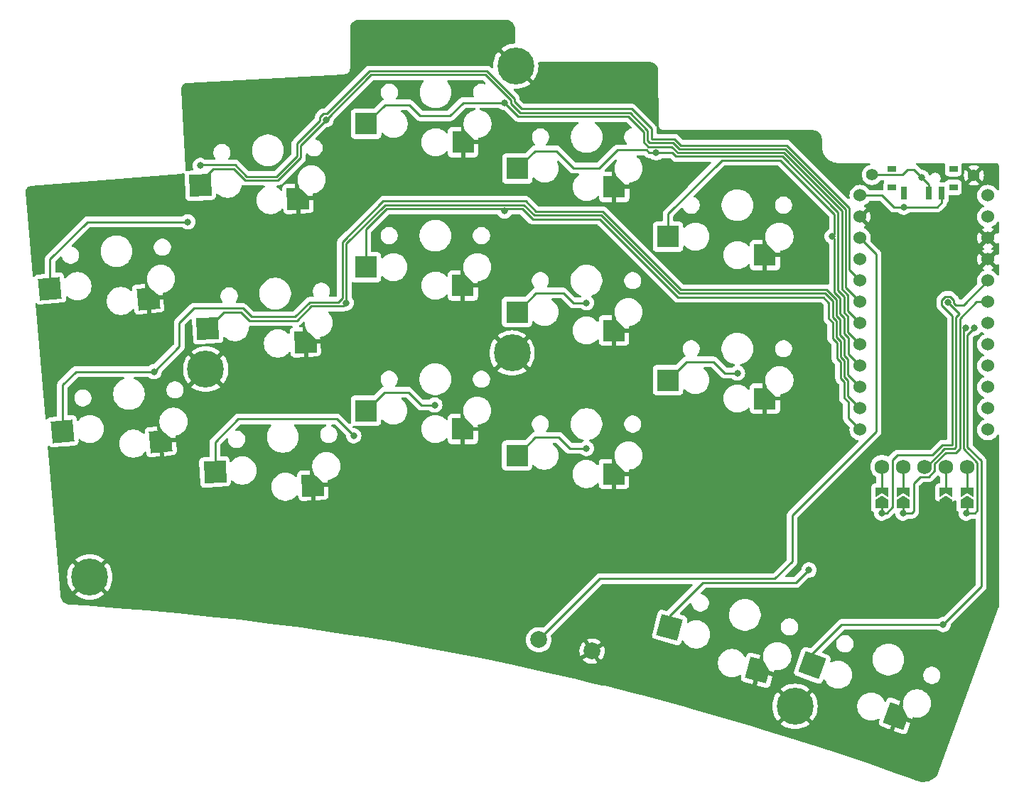
<source format=gbr>
%TF.GenerationSoftware,KiCad,Pcbnew,8.0.3*%
%TF.CreationDate,2024-06-27T17:01:22-04:00*%
%TF.ProjectId,reversiblepurringcat,72657665-7273-4696-926c-657075727269,rev?*%
%TF.SameCoordinates,Original*%
%TF.FileFunction,Copper,L2,Bot*%
%TF.FilePolarity,Positive*%
%FSLAX46Y46*%
G04 Gerber Fmt 4.6, Leading zero omitted, Abs format (unit mm)*
G04 Created by KiCad (PCBNEW 8.0.3) date 2024-06-27 17:01:22*
%MOMM*%
%LPD*%
G01*
G04 APERTURE LIST*
G04 Aperture macros list*
%AMRotRect*
0 Rectangle, with rotation*
0 The origin of the aperture is its center*
0 $1 length*
0 $2 width*
0 $3 Rotation angle, in degrees counterclockwise*
0 Add horizontal line*
21,1,$1,$2,0,0,$3*%
%AMOutline5P*
0 Free polygon, 5 corners , with rotation*
0 The origin of the aperture is its center*
0 number of corners: always 5*
0 $1 to $10 corner X, Y*
0 $11 Rotation angle, in degrees counterclockwise*
0 create outline with 5 corners*
4,1,5,$1,$2,$3,$4,$5,$6,$7,$8,$9,$10,$1,$2,$11*%
%AMOutline6P*
0 Free polygon, 6 corners , with rotation*
0 The origin of the aperture is its center*
0 number of corners: always 6*
0 $1 to $12 corner X, Y*
0 $13 Rotation angle, in degrees counterclockwise*
0 create outline with 6 corners*
4,1,6,$1,$2,$3,$4,$5,$6,$7,$8,$9,$10,$11,$12,$1,$2,$13*%
%AMOutline7P*
0 Free polygon, 7 corners , with rotation*
0 The origin of the aperture is its center*
0 number of corners: always 7*
0 $1 to $14 corner X, Y*
0 $15 Rotation angle, in degrees counterclockwise*
0 create outline with 7 corners*
4,1,7,$1,$2,$3,$4,$5,$6,$7,$8,$9,$10,$11,$12,$13,$14,$1,$2,$15*%
%AMOutline8P*
0 Free polygon, 8 corners , with rotation*
0 The origin of the aperture is its center*
0 number of corners: always 8*
0 $1 to $16 corner X, Y*
0 $17 Rotation angle, in degrees counterclockwise*
0 create outline with 8 corners*
4,1,8,$1,$2,$3,$4,$5,$6,$7,$8,$9,$10,$11,$12,$13,$14,$15,$16,$1,$2,$17*%
%AMFreePoly0*
4,1,6,1.000000,0.000000,0.500000,-0.750000,-0.500000,-0.750000,-0.500000,0.750000,0.500000,0.750000,1.000000,0.000000,1.000000,0.000000,$1*%
%AMFreePoly1*
4,1,6,0.500000,-0.750000,-0.650000,-0.750000,-0.150000,0.000000,-0.650000,0.750000,0.500000,0.750000,0.500000,-0.750000,0.500000,-0.750000,$1*%
G04 Aperture macros list end*
%TA.AperFunction,ComponentPad*%
%ADD10C,2.000000*%
%TD*%
%TA.AperFunction,SMDPad,CuDef*%
%ADD11Outline5P,-1.300000X1.300000X0.260000X1.300000X1.300000X0.260000X1.300000X-1.300000X-1.300000X-1.300000X3.000000*%
%TD*%
%TA.AperFunction,SMDPad,CuDef*%
%ADD12RotRect,2.600000X2.600000X3.000000*%
%TD*%
%TA.AperFunction,SMDPad,CuDef*%
%ADD13Outline5P,-1.300000X1.300000X0.260000X1.300000X1.300000X0.260000X1.300000X-1.300000X-1.300000X-1.300000X345.000000*%
%TD*%
%TA.AperFunction,SMDPad,CuDef*%
%ADD14RotRect,2.600000X2.600000X345.000000*%
%TD*%
%TA.AperFunction,SMDPad,CuDef*%
%ADD15Outline5P,-1.300000X1.300000X0.260000X1.300000X1.300000X0.260000X1.300000X-1.300000X-1.300000X-1.300000X0.000000*%
%TD*%
%TA.AperFunction,SMDPad,CuDef*%
%ADD16R,2.600000X2.600000*%
%TD*%
%TA.AperFunction,SMDPad,CuDef*%
%ADD17Outline5P,-1.300000X1.300000X0.260000X1.300000X1.300000X0.260000X1.300000X-1.300000X-1.300000X-1.300000X5.000000*%
%TD*%
%TA.AperFunction,SMDPad,CuDef*%
%ADD18RotRect,2.600000X2.600000X5.000000*%
%TD*%
%TA.AperFunction,SMDPad,CuDef*%
%ADD19Outline5P,-1.300000X1.300000X0.260000X1.300000X1.300000X0.260000X1.300000X-1.300000X-1.300000X-1.300000X340.000000*%
%TD*%
%TA.AperFunction,SMDPad,CuDef*%
%ADD20RotRect,2.600000X2.600000X340.000000*%
%TD*%
%TA.AperFunction,ComponentPad*%
%ADD21C,1.524000*%
%TD*%
%TA.AperFunction,ComponentPad*%
%ADD22C,0.700000*%
%TD*%
%TA.AperFunction,ComponentPad*%
%ADD23C,4.400000*%
%TD*%
%TA.AperFunction,ComponentPad*%
%ADD24C,1.397000*%
%TD*%
%TA.AperFunction,ComponentPad*%
%ADD25C,1.752600*%
%TD*%
%TA.AperFunction,SMDPad,CuDef*%
%ADD26FreePoly0,90.000000*%
%TD*%
%TA.AperFunction,SMDPad,CuDef*%
%ADD27FreePoly1,90.000000*%
%TD*%
%TA.AperFunction,SMDPad,CuDef*%
%ADD28R,0.700000X1.500000*%
%TD*%
%TA.AperFunction,SMDPad,CuDef*%
%ADD29R,1.000000X0.800000*%
%TD*%
%TA.AperFunction,ViaPad*%
%ADD30C,0.800000*%
%TD*%
%TA.AperFunction,Conductor*%
%ADD31C,0.250000*%
%TD*%
G04 APERTURE END LIST*
D10*
%TO.P,RSW0,1,1*%
%TO.N,gnd*%
X199178980Y-93675713D03*
%TO.P,RSW0,2,2*%
%TO.N,reset*%
X192821020Y-92324287D03*
%TD*%
D11*
%TO.P,20/25,1,1*%
%TO.N,gnd*%
X165907953Y-73894840D03*
D12*
%TO.P,20/25,2,2*%
%TO.N,s20*%
X154258642Y-72302336D03*
%TD*%
D13*
%TO.P,26/29,1,1*%
%TO.N,gnd*%
X219010035Y-95949524D03*
D14*
%TO.P,26/29,2,2*%
%TO.N,s26*%
X208422993Y-90835127D03*
%TD*%
D15*
%TO.P,21/24,1,1*%
%TO.N,gnd*%
X183780801Y-67186833D03*
D16*
%TO.P,21/24,2,2*%
%TO.N,s21*%
X172230801Y-64986833D03*
%TD*%
D15*
%TO.P,22/23,1,1*%
%TO.N,gnd*%
X201789401Y-72546233D03*
D16*
%TO.P,22/23,2,2*%
%TO.N,s22*%
X190239401Y-70346233D03*
%TD*%
D11*
%TO.P,1/8,1,1*%
%TO.N,gnd*%
X164141377Y-39701234D03*
D12*
%TO.P,1/8,2,2*%
%TO.N,s1*%
X152492066Y-38108730D03*
%TD*%
D17*
%TO.P,0/9,1,1*%
%TO.N,gnd*%
X146291256Y-51612771D03*
D18*
%TO.P,0/9,2,2*%
%TO.N,s0*%
X134593465Y-50427792D03*
%TD*%
D17*
%TO.P,10/19,1,1*%
%TO.N,gnd*%
X147781114Y-68641923D03*
D18*
%TO.P,10/19,2,2*%
%TO.N,s10*%
X136083323Y-67456944D03*
%TD*%
D15*
%TO.P,13/16,1,1*%
%TO.N,gnd*%
X201789401Y-55426633D03*
D16*
%TO.P,13/16,2,2*%
%TO.N,s13*%
X190239401Y-53226633D03*
%TD*%
D15*
%TO.P,12/17,1,1*%
%TO.N,gnd*%
X183780801Y-50067233D03*
D16*
%TO.P,12/17,2,2*%
%TO.N,s12*%
X172230801Y-47867233D03*
%TD*%
D15*
%TO.P,3/6,1,1*%
%TO.N,gnd*%
X201814801Y-38307033D03*
D16*
%TO.P,3/6,2,2*%
%TO.N,s3*%
X190264801Y-36107033D03*
%TD*%
D15*
%TO.P,2/7,1,1*%
%TO.N,gnd*%
X183806201Y-32973033D03*
D16*
%TO.P,2/7,2,2*%
%TO.N,s2*%
X172256201Y-30773033D03*
%TD*%
D11*
%TO.P,11/18,1,1*%
%TO.N,gnd*%
X165011983Y-56798702D03*
D12*
%TO.P,11/18,2,2*%
%TO.N,s11*%
X153362672Y-55206198D03*
%TD*%
D15*
%TO.P,14/15,1,1*%
%TO.N,gnd*%
X219775000Y-63550000D03*
D16*
%TO.P,14/15,2,2*%
%TO.N,s14*%
X208225000Y-61350000D03*
%TD*%
D19*
%TO.P,27/28,1,1*%
%TO.N,gnd*%
X235523512Y-101397541D03*
D20*
%TO.P,27/28,2,2*%
%TO.N,s27*%
X225422507Y-95379885D03*
%TD*%
D15*
%TO.P,4/5,1,1*%
%TO.N,gnd*%
X219775000Y-46430400D03*
D16*
%TO.P,4/5,2,2*%
%TO.N,s4*%
X208225000Y-44230400D03*
%TD*%
D21*
%TO.P,U0,1,TX*%
%TO.N,CS*%
X246335640Y-39319672D03*
%TO.P,U0,2,RX*%
%TO.N,s27*%
X246335640Y-41859672D03*
%TO.P,U0,3,GND*%
%TO.N,gnd*%
X246335640Y-44399672D03*
%TO.P,U0,4,GND*%
X246335640Y-46939672D03*
%TO.P,U0,5,SDA*%
%TO.N,MOSI*%
X246335640Y-49479672D03*
%TO.P,U0,6,SCL*%
%TO.N,SCK*%
X246335640Y-52019672D03*
%TO.P,U0,7,D4*%
%TO.N,s13*%
X246335640Y-54559672D03*
%TO.P,U0,8,C6*%
%TO.N,s14*%
X246335640Y-57099672D03*
%TO.P,U0,9,D7*%
%TO.N,s20*%
X246335640Y-59639672D03*
%TO.P,U0,10,E6*%
%TO.N,s21*%
X246335640Y-62179672D03*
%TO.P,U0,11,B4*%
%TO.N,s22*%
X246335640Y-64719672D03*
%TO.P,U0,12,B5*%
%TO.N,s26*%
X246335640Y-67259672D03*
%TO.P,U0,13,B6*%
%TO.N,s12*%
X231115640Y-67259672D03*
%TO.P,U0,14,B2*%
%TO.N,s11*%
X231115640Y-64719672D03*
%TO.P,U0,15,B3*%
%TO.N,s10*%
X231115640Y-62179672D03*
%TO.P,U0,16,B1*%
%TO.N,s4*%
X231115640Y-59639672D03*
%TO.P,U0,17,F7*%
%TO.N,s3*%
X231115640Y-57099672D03*
%TO.P,U0,18,F6*%
%TO.N,s2*%
X231115640Y-54559672D03*
%TO.P,U0,19,F5*%
%TO.N,s1*%
X231115640Y-52019672D03*
%TO.P,U0,20,F4*%
%TO.N,s0*%
X231115640Y-49479672D03*
%TO.P,U0,21,VCC*%
%TO.N,vcc*%
X231115640Y-46939672D03*
%TO.P,U0,22,RST*%
%TO.N,reset*%
X231115640Y-44399672D03*
%TO.P,U0,23,GND*%
%TO.N,gnd*%
X231115640Y-41859672D03*
%TO.P,U0,24,RAW*%
%TO.N,raw*%
X231115640Y-39319672D03*
%TD*%
D22*
%TO.P,H1,1,1*%
%TO.N,gnd*%
X187994067Y-58119461D03*
X188477341Y-56952735D03*
X188477341Y-59286187D03*
X189644067Y-56469461D03*
D23*
X189644067Y-58119461D03*
D22*
X189644067Y-59769461D03*
X190810793Y-56952735D03*
X190810793Y-59286187D03*
X191294067Y-58119461D03*
%TD*%
%TO.P,H4,1,1*%
%TO.N,gnd*%
X137683274Y-84833274D03*
X138166548Y-83666548D03*
X138166548Y-86000000D03*
X139333274Y-83183274D03*
D23*
X139333274Y-84833274D03*
D22*
X139333274Y-86483274D03*
X140500000Y-83666548D03*
X140500000Y-86000000D03*
X140983274Y-84833274D03*
%TD*%
%TO.P,H2,1,1*%
%TO.N,gnd*%
X221705122Y-100275354D03*
X222188396Y-99108628D03*
X222188396Y-101442080D03*
X223355122Y-98625354D03*
D23*
X223355122Y-100275354D03*
D22*
X223355122Y-101925354D03*
X224521848Y-99108628D03*
X224521848Y-101442080D03*
X225005122Y-100275354D03*
%TD*%
D24*
%TO.P,Bat+0,1,1*%
%TO.N,BT+*%
X232531040Y-36866072D03*
%TD*%
D22*
%TO.P,H3,1,1*%
%TO.N,gnd*%
X151498104Y-60051128D03*
X151981378Y-58884402D03*
X151981378Y-61217854D03*
X153148104Y-58401128D03*
D23*
X153148104Y-60051128D03*
D22*
X153148104Y-61701128D03*
X154314830Y-58884402D03*
X154314830Y-61217854D03*
X154798104Y-60051128D03*
%TD*%
D24*
%TO.P,Bat-0,1,1*%
%TO.N,gnd*%
X244672240Y-36916872D03*
%TD*%
D22*
%TO.P,H0,1,1*%
%TO.N,gnd*%
X188424150Y-23901893D03*
X188907424Y-22735167D03*
X188907424Y-25068619D03*
X190074150Y-22251893D03*
D23*
X190074150Y-23901893D03*
D22*
X190074150Y-25551893D03*
X191240876Y-22735167D03*
X191240876Y-25068619D03*
X191724150Y-23901893D03*
%TD*%
D25*
%TO.P,J0,5,Pin_5*%
%TO.N,NV5*%
X243880000Y-71675000D03*
%TO.P,J0,4,Pin_4*%
%TO.N,NV4*%
X241340000Y-71675000D03*
%TO.P,J0,3,Pin_3*%
%TO.N,vcc*%
X238800000Y-71675000D03*
%TO.P,J0,2,Pin_2*%
%TO.N,NV2*%
X236260000Y-71675000D03*
%TO.P,J0,1,Pin_1*%
%TO.N,NV1*%
X233720000Y-71675000D03*
%TD*%
D26*
%TO.P,JP2,1,A*%
%TO.N,SCK*%
X236220000Y-76126000D03*
D27*
%TO.P,JP2,2,B*%
%TO.N,NV2*%
X236220000Y-74676000D03*
%TD*%
D26*
%TO.P,JP0,1,A*%
%TO.N,MOSI*%
X233680000Y-76126000D03*
D27*
%TO.P,JP0,2,B*%
%TO.N,NV1*%
X233680000Y-74676000D03*
%TD*%
D28*
%TO.P,SW_PWR0,3,C*%
%TO.N,raw*%
X240825000Y-39000000D03*
%TO.P,SW_PWR0,2,B*%
%TO.N,BT+*%
X239325000Y-39000000D03*
%TO.P,SW_PWR0,1,A*%
%TO.N,unconnected-(SW_PWR0-A-Pad1)_0*%
X236325000Y-39000000D03*
D29*
%TO.P,SW_PWR0,*%
%TO.N,*%
X242225000Y-38350000D03*
X242225000Y-36140000D03*
X234925000Y-38350000D03*
X234925000Y-36140000D03*
%TD*%
D26*
%TO.P,JP4,1,A*%
%TO.N,gnd*%
X241300000Y-76126000D03*
D27*
%TO.P,JP4,2,B*%
%TO.N,NV4*%
X241300000Y-74676000D03*
%TD*%
D26*
%TO.P,JP6,1,A*%
%TO.N,CS*%
X243840000Y-76126000D03*
D27*
%TO.P,JP6,2,B*%
%TO.N,NV5*%
X243840000Y-74676000D03*
%TD*%
D30*
%TO.N,gnd*%
X143500000Y-57000000D03*
X238760000Y-75184000D03*
%TO.N,vcc*%
X241567800Y-52100053D03*
%TO.N,raw*%
X236325000Y-40725000D03*
%TO.N,s0*%
X152500000Y-35750000D03*
X151000000Y-42475000D03*
%TO.N,s1*%
X167487500Y-30287500D03*
%TO.N,MOSI*%
X233678195Y-77232805D03*
%TO.N,s2*%
X188750000Y-28250000D03*
%TO.N,SCK*%
X236220000Y-77231000D03*
%TO.N,CS*%
X243764347Y-77231000D03*
X243724999Y-55119702D03*
%TO.N,s3*%
X206814801Y-34225000D03*
%TO.N,s4*%
X227775000Y-44200000D03*
%TO.N,s10*%
X147000000Y-60339001D03*
%TO.N,s11*%
X169889991Y-52139991D03*
%TO.N,s12*%
X188750000Y-41175000D03*
%TO.N,s13*%
X198500000Y-52125000D03*
%TO.N,s14*%
X216500000Y-60500000D03*
%TO.N,s20*%
X170785961Y-68000000D03*
%TO.N,s21*%
X180441600Y-64312800D03*
%TO.N,s22*%
X198500000Y-69500000D03*
%TO.N,s26*%
X225012653Y-84012653D03*
%TO.N,s27*%
X244732503Y-55137503D03*
X241000000Y-90500000D03*
%TO.N,BT+*%
X238475000Y-37175000D03*
%TD*%
D31*
%TO.N,reset*%
X233000000Y-67500000D02*
X233000000Y-46284032D01*
X223000000Y-83000000D02*
X223000000Y-77500000D01*
X220950000Y-85050000D02*
X223000000Y-83000000D01*
X200095308Y-85050000D02*
X220950000Y-85050000D01*
X192821021Y-92324287D02*
X200095308Y-85050000D01*
X223000000Y-77500000D02*
X233000000Y-67500000D01*
X233000000Y-46284032D02*
X231115640Y-44399672D01*
%TO.N,s1*%
X164450000Y-33325000D02*
X167487500Y-30287500D01*
X164450000Y-34800000D02*
X164450000Y-33325000D01*
X161750000Y-37500000D02*
X164450000Y-34800000D01*
X157867014Y-37500000D02*
X161750000Y-37500000D01*
X156507044Y-36140030D02*
X157867014Y-37500000D01*
X153000000Y-37140030D02*
X154000000Y-36140030D01*
X154000000Y-36140030D02*
X156507044Y-36140030D01*
X152492066Y-38108730D02*
X153000000Y-37600796D01*
X153000000Y-37600796D02*
X153000000Y-37140030D01*
%TO.N,s0*%
X229850000Y-40788604D02*
X229850000Y-48214032D01*
X209741644Y-33325000D02*
X222386396Y-33325000D01*
X229850000Y-48214032D02*
X231115640Y-49479672D01*
X209016644Y-32600000D02*
X209741644Y-33325000D01*
X206250000Y-31362102D02*
X206250000Y-32600000D01*
X203887898Y-29000000D02*
X206250000Y-31362102D01*
X190772792Y-29000000D02*
X203887898Y-29000000D01*
X189925000Y-28152208D02*
X190772792Y-29000000D01*
X222386396Y-33325000D02*
X229850000Y-40788604D01*
X186645234Y-24483533D02*
X189925000Y-27763299D01*
X172655071Y-24483533D02*
X186645234Y-24483533D01*
X167576104Y-29562500D02*
X172655071Y-24483533D01*
X167187195Y-29562500D02*
X167576104Y-29562500D01*
X166762500Y-29987195D02*
X167187195Y-29562500D01*
X189925000Y-27763299D02*
X189925000Y-28152208D01*
X166762500Y-30376104D02*
X166762500Y-29987195D01*
X206250000Y-32600000D02*
X209016644Y-32600000D01*
X164000000Y-33138604D02*
X166762500Y-30376104D01*
X164000000Y-34613604D02*
X164000000Y-33138604D01*
X161563604Y-37050000D02*
X164000000Y-34613604D01*
X156693440Y-35690030D02*
X158053410Y-37050000D01*
X152559970Y-35690030D02*
X156693440Y-35690030D01*
X158053410Y-37050000D02*
X161563604Y-37050000D01*
X152500000Y-35750000D02*
X152559970Y-35690030D01*
%TO.N,SCK*%
X243000000Y-54000000D02*
X244980328Y-52019672D01*
X243000000Y-69509658D02*
X243000000Y-54000000D01*
X242509658Y-70000000D02*
X243000000Y-69509658D01*
X241316105Y-70000000D02*
X242509658Y-70000000D01*
X240001300Y-72172595D02*
X240001300Y-71314805D01*
X238302405Y-72876300D02*
X239297595Y-72876300D01*
X237500000Y-73678705D02*
X238302405Y-72876300D01*
X240001300Y-71314805D02*
X241316105Y-70000000D01*
X237500000Y-77000000D02*
X237500000Y-73678705D01*
X237269000Y-77231000D02*
X237500000Y-77000000D01*
X236220000Y-77231000D02*
X237269000Y-77231000D01*
X239297595Y-72876300D02*
X240001300Y-72172595D01*
X244980328Y-52019672D02*
X246335640Y-52019672D01*
%TO.N,MOSI*%
X243414954Y-52400358D02*
X246335640Y-49479672D01*
X242292800Y-52188657D02*
X242504501Y-52400358D01*
X242292800Y-51799748D02*
X242292800Y-52188657D01*
X242504501Y-52400358D02*
X243414954Y-52400358D01*
X241868105Y-51375053D02*
X242292800Y-51799748D01*
X241267495Y-51375053D02*
X241868105Y-51375053D01*
X242100000Y-53657558D02*
X240842800Y-52400358D01*
X240842800Y-52400358D02*
X240842800Y-51799748D01*
X240943313Y-69100000D02*
X242100000Y-69100000D01*
X235561852Y-70306200D02*
X239737113Y-70306200D01*
X235000000Y-70868052D02*
X235561852Y-70306200D01*
X235000000Y-76500000D02*
X235000000Y-70868052D01*
X234267195Y-77232805D02*
X235000000Y-76500000D01*
X239737113Y-70306200D02*
X240943313Y-69100000D01*
X240842800Y-51799748D02*
X241267495Y-51375053D01*
X242100000Y-69100000D02*
X242100000Y-53657558D01*
X233678195Y-77232805D02*
X234267195Y-77232805D01*
%TO.N,vcc*%
X241129709Y-69550000D02*
X239004709Y-71675000D01*
X242323262Y-69550000D02*
X241129709Y-69550000D01*
X242550000Y-69323262D02*
X242323262Y-69550000D01*
X242915676Y-53447929D02*
X242550000Y-53813605D01*
X239004709Y-71675000D02*
X238800000Y-71675000D01*
X241567800Y-52100053D02*
X242915676Y-53447929D01*
X242550000Y-53813605D02*
X242550000Y-69323262D01*
%TO.N,s26*%
X212412261Y-85500000D02*
X208422993Y-89489268D01*
X225012653Y-84012653D02*
X224987347Y-84012653D01*
X208422993Y-89489268D02*
X208422993Y-90835127D01*
X224987347Y-84012653D02*
X223500000Y-85500000D01*
X223500000Y-85500000D02*
X212412261Y-85500000D01*
%TO.N,raw*%
X236300000Y-40700000D02*
X236325000Y-40725000D01*
X235110000Y-40700000D02*
X236300000Y-40700000D01*
X231115640Y-39319672D02*
X233729672Y-39319672D01*
X236350000Y-40700000D02*
X240300000Y-40700000D01*
X240300000Y-40700000D02*
X240825000Y-40175000D01*
X233729672Y-39319672D02*
X235110000Y-40700000D01*
X240825000Y-40175000D02*
X240825000Y-39000000D01*
X236325000Y-40725000D02*
X236350000Y-40700000D01*
%TO.N,s0*%
X139050000Y-42475000D02*
X134593465Y-46931535D01*
X151000000Y-42475000D02*
X139050000Y-42475000D01*
X151000000Y-42475000D02*
X150800811Y-42275811D01*
X134593465Y-46931535D02*
X134593465Y-50427792D01*
%TO.N,s1*%
X189475000Y-27949695D02*
X189475000Y-28338604D01*
X229400000Y-50304032D02*
X231115640Y-52019672D01*
X205800000Y-32786396D02*
X206063604Y-33050000D01*
X186458838Y-24933533D02*
X189475000Y-27949695D01*
X209555248Y-33775000D02*
X222200000Y-33775000D01*
X189475000Y-28338604D02*
X190586396Y-29450000D01*
X172841467Y-24933533D02*
X186458838Y-24933533D01*
X208830248Y-33050000D02*
X209555248Y-33775000D01*
X206063604Y-33050000D02*
X208830248Y-33050000D01*
X203701502Y-29450000D02*
X205800000Y-31548498D01*
X190586396Y-29450000D02*
X203701502Y-29450000D01*
X205800000Y-31548498D02*
X205800000Y-32786396D01*
X222200000Y-33775000D02*
X229400000Y-40975000D01*
X167487500Y-30287500D02*
X172841467Y-24933533D01*
X229400000Y-40975000D02*
X229400000Y-50304032D01*
%TO.N,MOSI*%
X233680000Y-76126000D02*
X233680000Y-77231000D01*
X233680000Y-77231000D02*
X233678195Y-77232805D01*
%TO.N,s2*%
X205350000Y-31734894D02*
X203515106Y-29900000D01*
X182225000Y-29825000D02*
X178700000Y-29825000D01*
X208643852Y-33500000D02*
X205877208Y-33500000D01*
X209368852Y-34225000D02*
X208643852Y-33500000D01*
X231115640Y-54559672D02*
X229650000Y-53094032D01*
X174529234Y-28500000D02*
X172256201Y-30773033D01*
X228950000Y-50490428D02*
X228950000Y-41161396D01*
X177375000Y-28500000D02*
X174529234Y-28500000D01*
X229650000Y-53094032D02*
X229650000Y-51190428D01*
X229650000Y-51190428D02*
X228950000Y-50490428D01*
X188750000Y-28250000D02*
X188748933Y-28248933D01*
X190400000Y-29900000D02*
X188750000Y-28250000D01*
X178700000Y-29825000D02*
X177375000Y-28500000D01*
X228950000Y-41161396D02*
X222013604Y-34225000D01*
X222013604Y-34225000D02*
X209368852Y-34225000D01*
X203515106Y-29900000D02*
X190400000Y-29900000D01*
X183801067Y-28248933D02*
X182225000Y-29825000D01*
X205350000Y-32972792D02*
X205350000Y-31734894D01*
X205877208Y-33500000D02*
X205350000Y-32972792D01*
X188748933Y-28248933D02*
X183801067Y-28248933D01*
%TO.N,SCK*%
X236220000Y-76126000D02*
X236220000Y-77231000D01*
%TO.N,CS*%
X243724999Y-55119702D02*
X243450000Y-55394701D01*
X243840000Y-76126000D02*
X243840000Y-77155347D01*
X243450000Y-69546105D02*
X245081300Y-71177405D01*
X245081300Y-71177405D02*
X245081300Y-76918700D01*
X245081300Y-76918700D02*
X244769000Y-77231000D01*
X243840000Y-77155347D02*
X243764347Y-77231000D01*
X244769000Y-77231000D02*
X243764347Y-77231000D01*
X243450000Y-55394701D02*
X243450000Y-69546105D01*
%TO.N,s3*%
X229200000Y-53280428D02*
X229650000Y-53730428D01*
X229650000Y-55634032D02*
X231115640Y-57099672D01*
X206814801Y-34225000D02*
X208732456Y-34225000D01*
X205649812Y-33909000D02*
X202184000Y-33909000D01*
X228500000Y-41347792D02*
X228500000Y-50676824D01*
X221827208Y-34675000D02*
X228500000Y-41347792D01*
X192371834Y-34000000D02*
X190264801Y-36107033D01*
X228500000Y-50676824D02*
X229200000Y-51376824D01*
X205965812Y-34225000D02*
X205649812Y-33909000D01*
X200025000Y-36068000D02*
X197003000Y-36068000D01*
X209182456Y-34675000D02*
X221827208Y-34675000D01*
X208732456Y-34225000D02*
X209182456Y-34675000D01*
X206814801Y-34225000D02*
X205965812Y-34225000D01*
X194935000Y-34000000D02*
X192371834Y-34000000D01*
X202184000Y-33909000D02*
X200025000Y-36068000D01*
X229650000Y-53730428D02*
X229650000Y-55634032D01*
X229200000Y-51376824D02*
X229200000Y-53280428D01*
X197003000Y-36068000D02*
X194935000Y-34000000D01*
%TO.N,s4*%
X208225000Y-41521716D02*
X208225000Y-44230400D01*
X231115640Y-59639672D02*
X229700000Y-58224032D01*
X221640812Y-35125000D02*
X214621716Y-35125000D01*
X228750000Y-53466824D02*
X228750000Y-51563220D01*
X228750000Y-51563220D02*
X228050000Y-50863220D01*
X229700000Y-58224032D02*
X229700000Y-56320428D01*
X228050000Y-44475000D02*
X227775000Y-44200000D01*
X228050000Y-43925000D02*
X228050000Y-41534188D01*
X229200000Y-55820428D02*
X229200000Y-53916824D01*
X214621716Y-35125000D02*
X208225000Y-41521716D01*
X229200000Y-53916824D02*
X228750000Y-53466824D01*
X228050000Y-41534188D02*
X221640812Y-35125000D01*
X227775000Y-44200000D02*
X228050000Y-43925000D01*
X228050000Y-50863220D02*
X228050000Y-44475000D01*
X229700000Y-56320428D02*
X229200000Y-55820428D01*
%TO.N,s10*%
X169439991Y-51564686D02*
X169439991Y-44873613D01*
X157564046Y-52787498D02*
X158576548Y-53800000D01*
X229675000Y-60739032D02*
X231115640Y-62179672D01*
X168954677Y-52050000D02*
X169439991Y-51564686D01*
X151718908Y-52787498D02*
X157564046Y-52787498D01*
X136083323Y-61916677D02*
X136083323Y-67456944D01*
X158576548Y-53800000D02*
X163813604Y-53800000D01*
X137660999Y-60339001D02*
X136083323Y-61916677D01*
X147000000Y-60339001D02*
X137660999Y-60339001D01*
X229250000Y-56506824D02*
X229250000Y-58410428D01*
X229250000Y-58410428D02*
X229675000Y-58835428D01*
X192500000Y-41250000D02*
X200450000Y-41250000D01*
X228750000Y-54103220D02*
X228750000Y-56006824D01*
X165563604Y-52050000D02*
X168954677Y-52050000D01*
X228300000Y-51750000D02*
X228300000Y-53653220D01*
X174313604Y-40000000D02*
X191250000Y-40000000D01*
X228300000Y-53653220D02*
X228750000Y-54103220D01*
X227100000Y-50550000D02*
X228300000Y-51750000D01*
X228750000Y-56006824D02*
X229250000Y-56506824D01*
X229675000Y-58835428D02*
X229675000Y-60739032D01*
X209750000Y-50550000D02*
X227100000Y-50550000D01*
X150000000Y-54506406D02*
X151718908Y-52787498D01*
X147000000Y-60339001D02*
X150000000Y-57339001D01*
X150000000Y-57339001D02*
X150000000Y-54506406D01*
X191250000Y-40000000D02*
X192500000Y-41250000D01*
X163813604Y-53800000D02*
X165563604Y-52050000D01*
X169439991Y-44873613D02*
X174313604Y-40000000D01*
X200450000Y-41250000D02*
X209750000Y-50550000D01*
%TO.N,s11*%
X169889991Y-52139991D02*
X169529982Y-52500000D01*
X227850000Y-51936396D02*
X227850000Y-53839616D01*
X174500000Y-40450000D02*
X191063604Y-40450000D01*
X227850000Y-53839616D02*
X228300000Y-54289616D01*
X192313604Y-41700000D02*
X200263604Y-41700000D01*
X158390152Y-54250000D02*
X157377650Y-53237498D01*
X155331372Y-53237498D02*
X153362672Y-55206198D01*
X226913604Y-51000000D02*
X227850000Y-51936396D01*
X228800000Y-56693220D02*
X228800000Y-58596824D01*
X209563604Y-51000000D02*
X226913604Y-51000000D01*
X165750000Y-52500000D02*
X164000000Y-54250000D01*
X229225000Y-60925428D02*
X229675000Y-61375428D01*
X169889991Y-45060009D02*
X174500000Y-40450000D01*
X191063604Y-40450000D02*
X192313604Y-41700000D01*
X157377650Y-53237498D02*
X155331372Y-53237498D01*
X228300000Y-54289616D02*
X228300000Y-56193220D01*
X169889991Y-52139991D02*
X169889991Y-45060009D01*
X229675000Y-63279032D02*
X231115640Y-64719672D01*
X229675000Y-61375428D02*
X229675000Y-63279032D01*
X200263604Y-41700000D02*
X209563604Y-51000000D01*
X229225000Y-59021824D02*
X229225000Y-60925428D01*
X228300000Y-56193220D02*
X228800000Y-56693220D01*
X164000000Y-54250000D02*
X158390152Y-54250000D01*
X169529982Y-52500000D02*
X165750000Y-52500000D01*
X228800000Y-58596824D02*
X229225000Y-59021824D01*
%TO.N,s12*%
X188750000Y-41175000D02*
X188475000Y-40900000D01*
X174686396Y-40900000D02*
X172230801Y-43355595D01*
X229225000Y-61561824D02*
X229225000Y-63465428D01*
X227400000Y-54026012D02*
X227850000Y-54476012D01*
X229225000Y-63465428D02*
X229725000Y-63965428D01*
X227850000Y-54476012D02*
X227850000Y-56379616D01*
X226727208Y-51450000D02*
X227400000Y-52122792D01*
X229725000Y-65869032D02*
X231115640Y-67259672D01*
X188475000Y-40900000D02*
X174686396Y-40900000D01*
X228350000Y-58783220D02*
X228775000Y-59208220D01*
X209377208Y-51450000D02*
X226727208Y-51450000D01*
X229725000Y-63965428D02*
X229725000Y-65869032D01*
X228350000Y-56879616D02*
X228350000Y-58783220D01*
X200077208Y-42150000D02*
X209377208Y-51450000D01*
X188750000Y-41175000D02*
X189025000Y-40900000D01*
X228775000Y-59208220D02*
X228775000Y-61111824D01*
X192127208Y-42150000D02*
X200077208Y-42150000D01*
X227400000Y-52122792D02*
X227400000Y-54026012D01*
X190877208Y-40900000D02*
X192127208Y-42150000D01*
X228775000Y-61111824D02*
X229225000Y-61561824D01*
X189025000Y-40900000D02*
X190877208Y-40900000D01*
X227850000Y-56379616D02*
X228350000Y-56879616D01*
X172230801Y-43355595D02*
X172230801Y-47867233D01*
%TO.N,s13*%
X198500000Y-52125000D02*
X198711149Y-52125000D01*
X195750000Y-50950000D02*
X192516034Y-50950000D01*
X196925000Y-52125000D02*
X195750000Y-50950000D01*
X192516034Y-50950000D02*
X190239401Y-53226633D01*
X198500000Y-52125000D02*
X196925000Y-52125000D01*
%TO.N,s14*%
X213661769Y-59161769D02*
X210413231Y-59161769D01*
X210413231Y-59161769D02*
X208225000Y-61350000D01*
X216500000Y-60500000D02*
X215000000Y-60500000D01*
X215000000Y-60500000D02*
X213661769Y-59161769D01*
%TO.N,s20*%
X154258642Y-72302336D02*
X154258642Y-68741358D01*
X168785961Y-66000000D02*
X170785961Y-68000000D01*
X157000000Y-66000000D02*
X168785961Y-66000000D01*
X154258642Y-68741358D02*
X157000000Y-66000000D01*
%TO.N,s21*%
X178812800Y-64312800D02*
X177289468Y-62789468D01*
X174428166Y-62789468D02*
X172230801Y-64986833D01*
X180441600Y-64312800D02*
X178812800Y-64312800D01*
X177289468Y-62789468D02*
X174428166Y-62789468D01*
%TO.N,s22*%
X192417529Y-68168105D02*
X195168105Y-68168105D01*
X196500000Y-69500000D02*
X198500000Y-69500000D01*
X195168105Y-68168105D02*
X196500000Y-69500000D01*
X190239401Y-70346233D02*
X192417529Y-68168105D01*
%TO.N,s27*%
X241000000Y-90500000D02*
X228918960Y-90500000D01*
X225422507Y-93996453D02*
X225422507Y-95379884D01*
X228918960Y-90500000D02*
X225422507Y-93996453D01*
%TO.N,NV2*%
X236220000Y-74676000D02*
X236220000Y-71715000D01*
X236220000Y-71715000D02*
X236260000Y-71675000D01*
%TO.N,NV4*%
X241300000Y-74676000D02*
X241300000Y-71715000D01*
X241300000Y-71715000D02*
X241340000Y-71675000D01*
%TO.N,NV5*%
X243840000Y-71715000D02*
X243880000Y-71675000D01*
X243840000Y-74676000D02*
X243840000Y-71715000D01*
%TO.N,NV1*%
X233680000Y-71715000D02*
X233720000Y-71675000D01*
X233680000Y-74676000D02*
X233680000Y-71715000D01*
%TO.N,s27*%
X245531300Y-85968700D02*
X241000000Y-90500000D01*
X243900000Y-55970006D02*
X243900000Y-69359709D01*
X244732503Y-55137503D02*
X243900000Y-55970006D01*
X243900000Y-69359709D02*
X245531300Y-70991009D01*
X245531300Y-70991009D02*
X245531300Y-85968700D01*
%TO.N,BT+*%
X239325000Y-38050000D02*
X239325000Y-39000000D01*
X238475000Y-37200000D02*
X239325000Y-38050000D01*
X238475000Y-37175000D02*
X238475000Y-37200000D01*
X236133928Y-36866072D02*
X236750000Y-36250000D01*
X236750000Y-36250000D02*
X237550000Y-36250000D01*
X232531040Y-36866072D02*
X236133928Y-36866072D01*
X237550000Y-36250000D02*
X238475000Y-37175000D01*
%TD*%
%TA.AperFunction,Conductor*%
%TO.N,gnd*%
G36*
X241111177Y-35451817D02*
G01*
X241178216Y-35471504D01*
X241223969Y-35524310D01*
X241233910Y-35593468D01*
X241227355Y-35619149D01*
X241223012Y-35630793D01*
X241223011Y-35630797D01*
X241216500Y-35691345D01*
X241216500Y-36588654D01*
X241223011Y-36649202D01*
X241223011Y-36649204D01*
X241264340Y-36760007D01*
X241274111Y-36786204D01*
X241361739Y-36903261D01*
X241478796Y-36990889D01*
X241593949Y-37033839D01*
X241606117Y-37038378D01*
X241615799Y-37041989D01*
X241643050Y-37044918D01*
X241676345Y-37048499D01*
X241676362Y-37048500D01*
X242773638Y-37048500D01*
X242773654Y-37048499D01*
X242800692Y-37045591D01*
X242834201Y-37041989D01*
X242971204Y-36990889D01*
X243070080Y-36916871D01*
X243468606Y-36916871D01*
X243468606Y-36916872D01*
X243489099Y-37138038D01*
X243489100Y-37138040D01*
X243549883Y-37351670D01*
X243549889Y-37351685D01*
X243648892Y-37550508D01*
X243664448Y-37571108D01*
X244265840Y-36969717D01*
X244265840Y-36970376D01*
X244293535Y-37073737D01*
X244347039Y-37166408D01*
X244422704Y-37242073D01*
X244515375Y-37295577D01*
X244618736Y-37323272D01*
X244619393Y-37323272D01*
X244020001Y-37922662D01*
X244020002Y-37922663D01*
X244135730Y-37994319D01*
X244135736Y-37994322D01*
X244342847Y-38074556D01*
X244561185Y-38115372D01*
X244783295Y-38115372D01*
X245001632Y-38074556D01*
X245208745Y-37994321D01*
X245208746Y-37994320D01*
X245324477Y-37922662D01*
X244725088Y-37323272D01*
X244725744Y-37323272D01*
X244829105Y-37295577D01*
X244921776Y-37242073D01*
X244997441Y-37166408D01*
X245050945Y-37073737D01*
X245078640Y-36970376D01*
X245078640Y-36969718D01*
X245680030Y-37571108D01*
X245695588Y-37550506D01*
X245695593Y-37550498D01*
X245794590Y-37351685D01*
X245794596Y-37351670D01*
X245855379Y-37138040D01*
X245855380Y-37138038D01*
X245875874Y-36916872D01*
X245875874Y-36916871D01*
X245855380Y-36695705D01*
X245855379Y-36695703D01*
X245794596Y-36482073D01*
X245794590Y-36482058D01*
X245695593Y-36283246D01*
X245695588Y-36283239D01*
X245680029Y-36262634D01*
X245078640Y-36864023D01*
X245078640Y-36863368D01*
X245050945Y-36760007D01*
X244997441Y-36667336D01*
X244921776Y-36591671D01*
X244829105Y-36538167D01*
X244725744Y-36510472D01*
X244725087Y-36510472D01*
X245324477Y-35911080D01*
X245324476Y-35911079D01*
X245208749Y-35839424D01*
X245208743Y-35839421D01*
X245001632Y-35759187D01*
X244783295Y-35718372D01*
X244561185Y-35718372D01*
X244342847Y-35759187D01*
X244135735Y-35839422D01*
X244020001Y-35911080D01*
X244619394Y-36510472D01*
X244618736Y-36510472D01*
X244515375Y-36538167D01*
X244422704Y-36591671D01*
X244347039Y-36667336D01*
X244293535Y-36760007D01*
X244265840Y-36863368D01*
X244265840Y-36864025D01*
X243664449Y-36262634D01*
X243648891Y-36283237D01*
X243549889Y-36482058D01*
X243549883Y-36482073D01*
X243489100Y-36695703D01*
X243489099Y-36695705D01*
X243468606Y-36916871D01*
X243070080Y-36916871D01*
X243088261Y-36903261D01*
X243175889Y-36786204D01*
X243226989Y-36649201D01*
X243230591Y-36615692D01*
X243233499Y-36588654D01*
X243233500Y-36588637D01*
X243233500Y-35691362D01*
X243233499Y-35691345D01*
X243229533Y-35654461D01*
X243226989Y-35630799D01*
X243222674Y-35619232D01*
X243217688Y-35549541D01*
X243251171Y-35488217D01*
X243312492Y-35454730D01*
X243338851Y-35451895D01*
X247228381Y-35452032D01*
X247246078Y-35454713D01*
X247255405Y-35454588D01*
X247255407Y-35454589D01*
X247255501Y-35454587D01*
X247271812Y-35455446D01*
X247350684Y-35464842D01*
X247382303Y-35472935D01*
X247448306Y-35499494D01*
X247476719Y-35515557D01*
X247533509Y-35558424D01*
X247556743Y-35581344D01*
X247600377Y-35637542D01*
X247616827Y-35665733D01*
X247644283Y-35731362D01*
X247652808Y-35762873D01*
X247663235Y-35841284D01*
X247664317Y-35857625D01*
X247664414Y-38609029D01*
X247644732Y-38676069D01*
X247591929Y-38721826D01*
X247522771Y-38731771D01*
X247459215Y-38702749D01*
X247438841Y-38680159D01*
X247312617Y-38499891D01*
X247155421Y-38342695D01*
X246973843Y-38215552D01*
X246973316Y-38215183D01*
X246863533Y-38163991D01*
X246771836Y-38121232D01*
X246771833Y-38121231D01*
X246771831Y-38121230D01*
X246557105Y-38063694D01*
X246557097Y-38063693D01*
X246335642Y-38044319D01*
X246335638Y-38044319D01*
X246114182Y-38063693D01*
X246114175Y-38063694D01*
X245899440Y-38121233D01*
X245697963Y-38215184D01*
X245697959Y-38215186D01*
X245515857Y-38342695D01*
X245358663Y-38499889D01*
X245231154Y-38681991D01*
X245231152Y-38681995D01*
X245137201Y-38883472D01*
X245079662Y-39098207D01*
X245079661Y-39098214D01*
X245060287Y-39319669D01*
X245060287Y-39319674D01*
X245079661Y-39541129D01*
X245079662Y-39541137D01*
X245137198Y-39755863D01*
X245137199Y-39755865D01*
X245137200Y-39755868D01*
X245162697Y-39810546D01*
X245231151Y-39957348D01*
X245248601Y-39982269D01*
X245358663Y-40139453D01*
X245515859Y-40296649D01*
X245679873Y-40411493D01*
X245697963Y-40424160D01*
X245811901Y-40477290D01*
X245864340Y-40523462D01*
X245883492Y-40590656D01*
X245863276Y-40657537D01*
X245811901Y-40702054D01*
X245697963Y-40755184D01*
X245697959Y-40755186D01*
X245515857Y-40882695D01*
X245358663Y-41039889D01*
X245231154Y-41221991D01*
X245231152Y-41221995D01*
X245137201Y-41423472D01*
X245079662Y-41638207D01*
X245079661Y-41638214D01*
X245060287Y-41859669D01*
X245060287Y-41859674D01*
X245079661Y-42081129D01*
X245079662Y-42081137D01*
X245137198Y-42295863D01*
X245137199Y-42295865D01*
X245137200Y-42295868D01*
X245169408Y-42364939D01*
X245231151Y-42497348D01*
X245231152Y-42497349D01*
X245358663Y-42679453D01*
X245515859Y-42836649D01*
X245697963Y-42964160D01*
X245821957Y-43021979D01*
X245874396Y-43068151D01*
X245893548Y-43135345D01*
X245873332Y-43202226D01*
X245821957Y-43246743D01*
X245702230Y-43302573D01*
X245637451Y-43347930D01*
X246282793Y-43993272D01*
X246282136Y-43993272D01*
X246178775Y-44020967D01*
X246086104Y-44074471D01*
X246010439Y-44150136D01*
X245956935Y-44242807D01*
X245929240Y-44346168D01*
X245929240Y-44346825D01*
X245283898Y-43701483D01*
X245238541Y-43766262D01*
X245145219Y-43966392D01*
X245145215Y-43966401D01*
X245088066Y-44179685D01*
X245088064Y-44179695D01*
X245068819Y-44399671D01*
X245068819Y-44399672D01*
X245088064Y-44619648D01*
X245088066Y-44619658D01*
X245145215Y-44832942D01*
X245145220Y-44832956D01*
X245238538Y-45033077D01*
X245238541Y-45033083D01*
X245283898Y-45097859D01*
X245283899Y-45097860D01*
X245929240Y-44452519D01*
X245929240Y-44453176D01*
X245956935Y-44556537D01*
X246010439Y-44649208D01*
X246086104Y-44724873D01*
X246178775Y-44778377D01*
X246282136Y-44806072D01*
X246282793Y-44806072D01*
X245637450Y-45451412D01*
X245702229Y-45496770D01*
X245832013Y-45557290D01*
X245884452Y-45603462D01*
X245903604Y-45670656D01*
X245883388Y-45737537D01*
X245832013Y-45782054D01*
X245702230Y-45842573D01*
X245637451Y-45887930D01*
X246282793Y-46533272D01*
X246282136Y-46533272D01*
X246178775Y-46560967D01*
X246086104Y-46614471D01*
X246010439Y-46690136D01*
X245956935Y-46782807D01*
X245929240Y-46886168D01*
X245929240Y-46886825D01*
X245283898Y-46241483D01*
X245238541Y-46306262D01*
X245145219Y-46506392D01*
X245145215Y-46506401D01*
X245088066Y-46719685D01*
X245088064Y-46719695D01*
X245068819Y-46939671D01*
X245068819Y-46939672D01*
X245088064Y-47159648D01*
X245088066Y-47159658D01*
X245145215Y-47372942D01*
X245145220Y-47372956D01*
X245238538Y-47573077D01*
X245238541Y-47573083D01*
X245283898Y-47637859D01*
X245283899Y-47637860D01*
X245929240Y-46992519D01*
X245929240Y-46993176D01*
X245956935Y-47096537D01*
X246010439Y-47189208D01*
X246086104Y-47264873D01*
X246178775Y-47318377D01*
X246282136Y-47346072D01*
X246282793Y-47346072D01*
X245637450Y-47991412D01*
X245702230Y-48036771D01*
X245702232Y-48036772D01*
X245821956Y-48092600D01*
X245874396Y-48138772D01*
X245893548Y-48205965D01*
X245873333Y-48272846D01*
X245821958Y-48317364D01*
X245774589Y-48339453D01*
X245697969Y-48375182D01*
X245697960Y-48375186D01*
X245697959Y-48375186D01*
X245515857Y-48502695D01*
X245358663Y-48659889D01*
X245231154Y-48841991D01*
X245231152Y-48841995D01*
X245137201Y-49043472D01*
X245079662Y-49258207D01*
X245079661Y-49258214D01*
X245060287Y-49479669D01*
X245060287Y-49479674D01*
X245079661Y-49701128D01*
X245079664Y-49701142D01*
X245090424Y-49741302D01*
X245088760Y-49811152D01*
X245058330Y-49861075D01*
X243188869Y-51730539D01*
X243127546Y-51764024D01*
X243101188Y-51766858D01*
X243033933Y-51766858D01*
X242966894Y-51747173D01*
X242921139Y-51694369D01*
X242912316Y-51667049D01*
X242901956Y-51614970D01*
X242901955Y-51614963D01*
X242865018Y-51525791D01*
X242854201Y-51499675D01*
X242854196Y-51499666D01*
X242784872Y-51395916D01*
X242742721Y-51353765D01*
X242696633Y-51307677D01*
X242527241Y-51138285D01*
X242271941Y-50882984D01*
X242271937Y-50882981D01*
X242168186Y-50813656D01*
X242168177Y-50813651D01*
X242052890Y-50765898D01*
X242052882Y-50765896D01*
X241930503Y-50741553D01*
X241930499Y-50741553D01*
X241205101Y-50741553D01*
X241205098Y-50741553D01*
X241086151Y-50765212D01*
X241086152Y-50765213D01*
X241082719Y-50765895D01*
X241082704Y-50765900D01*
X240967426Y-50813649D01*
X240967413Y-50813656D01*
X240863662Y-50882981D01*
X240863658Y-50882984D01*
X240539804Y-51206840D01*
X240438967Y-51307677D01*
X240412762Y-51333882D01*
X240350727Y-51395916D01*
X240281403Y-51499666D01*
X240281398Y-51499675D01*
X240233645Y-51614962D01*
X240233643Y-51614970D01*
X240209300Y-51737349D01*
X240209300Y-52462756D01*
X240233643Y-52585135D01*
X240233645Y-52585143D01*
X240281398Y-52700430D01*
X240281403Y-52700439D01*
X240350728Y-52804190D01*
X240350731Y-52804194D01*
X241430181Y-53883643D01*
X241463666Y-53944966D01*
X241466500Y-53971324D01*
X241466500Y-68342500D01*
X241446815Y-68409539D01*
X241394011Y-68455294D01*
X241342500Y-68466500D01*
X240880914Y-68466500D01*
X240758535Y-68490843D01*
X240758527Y-68490845D01*
X240643240Y-68538598D01*
X240643231Y-68538603D01*
X240539480Y-68607928D01*
X240539476Y-68607931D01*
X239511028Y-69636381D01*
X239449705Y-69669866D01*
X239423347Y-69672700D01*
X235499453Y-69672700D01*
X235377074Y-69697043D01*
X235377062Y-69697046D01*
X235347830Y-69709155D01*
X235261784Y-69744795D01*
X235261771Y-69744802D01*
X235158018Y-69814127D01*
X235158015Y-69814130D01*
X234681948Y-70290200D01*
X234596167Y-70375981D01*
X234563648Y-70408500D01*
X234532685Y-70439463D01*
X234471361Y-70472947D01*
X234401670Y-70467962D01*
X234385987Y-70460836D01*
X234278180Y-70402494D01*
X234278177Y-70402492D01*
X234278174Y-70402491D01*
X234278171Y-70402490D01*
X234278169Y-70402489D01*
X234061115Y-70327974D01*
X233910203Y-70302791D01*
X233834748Y-70290200D01*
X233605252Y-70290200D01*
X233548660Y-70299643D01*
X233378884Y-70327974D01*
X233161830Y-70402489D01*
X233161819Y-70402494D01*
X232959992Y-70511717D01*
X232959987Y-70511720D01*
X232778888Y-70652676D01*
X232623450Y-70821525D01*
X232497930Y-71013649D01*
X232405743Y-71223814D01*
X232349405Y-71446291D01*
X232330454Y-71674994D01*
X232330454Y-71675005D01*
X232349405Y-71903708D01*
X232405743Y-72126185D01*
X232497930Y-72336350D01*
X232623450Y-72528474D01*
X232623453Y-72528477D01*
X232778886Y-72697322D01*
X232959990Y-72838281D01*
X232981518Y-72849931D01*
X233031107Y-72899148D01*
X233046500Y-72958985D01*
X233046500Y-73538719D01*
X233026815Y-73605758D01*
X232974011Y-73651513D01*
X232931347Y-73662403D01*
X232856921Y-73667726D01*
X232856916Y-73667727D01*
X232716686Y-73708902D01*
X232716685Y-73708902D01*
X232593730Y-73787921D01*
X232498017Y-73898379D01*
X232498014Y-73898385D01*
X232437300Y-74031326D01*
X232437299Y-74031331D01*
X232416500Y-74175999D01*
X232416500Y-75326021D01*
X232423025Y-75407603D01*
X232423025Y-75407608D01*
X232431694Y-75435394D01*
X232436057Y-75489968D01*
X232418467Y-75612323D01*
X232416500Y-75626001D01*
X232416500Y-76626002D01*
X232421726Y-76699077D01*
X232421727Y-76699083D01*
X232462902Y-76839313D01*
X232462902Y-76839314D01*
X232541921Y-76962269D01*
X232541922Y-76962270D01*
X232541923Y-76962271D01*
X232652381Y-77057984D01*
X232652385Y-77057986D01*
X232652387Y-77057987D01*
X232695946Y-77077880D01*
X232748750Y-77123635D01*
X232768435Y-77190674D01*
X232767756Y-77203631D01*
X232764691Y-77232801D01*
X232764691Y-77232805D01*
X232784653Y-77422733D01*
X232784654Y-77422736D01*
X232843665Y-77604354D01*
X232843668Y-77604361D01*
X232939155Y-77769749D01*
X233066942Y-77911671D01*
X233221443Y-78023923D01*
X233395907Y-78101599D01*
X233582708Y-78141305D01*
X233773682Y-78141305D01*
X233960483Y-78101599D01*
X234134947Y-78023923D01*
X234289448Y-77911671D01*
X234302887Y-77896744D01*
X234362370Y-77860096D01*
X234370835Y-77858100D01*
X234451980Y-77841960D01*
X234567270Y-77794205D01*
X234671028Y-77724876D01*
X235109204Y-77286699D01*
X235170525Y-77253216D01*
X235240216Y-77258200D01*
X235296150Y-77300071D01*
X235320203Y-77361418D01*
X235326458Y-77420928D01*
X235327045Y-77422736D01*
X235385470Y-77602549D01*
X235385473Y-77602556D01*
X235480960Y-77767944D01*
X235608747Y-77909866D01*
X235763248Y-78022118D01*
X235937712Y-78099794D01*
X236124513Y-78139500D01*
X236315487Y-78139500D01*
X236502288Y-78099794D01*
X236676752Y-78022118D01*
X236831253Y-77909866D01*
X236835160Y-77905527D01*
X236894646Y-77868879D01*
X236927309Y-77864500D01*
X237331395Y-77864500D01*
X237331396Y-77864499D01*
X237453785Y-77840155D01*
X237569075Y-77792400D01*
X237672833Y-77723071D01*
X237992071Y-77403833D01*
X238061400Y-77300075D01*
X238109155Y-77184785D01*
X238133500Y-77062394D01*
X238133500Y-76937607D01*
X238133500Y-73992471D01*
X238153185Y-73925432D01*
X238169819Y-73904790D01*
X238528490Y-73546119D01*
X238589813Y-73512634D01*
X238616171Y-73509800D01*
X239359990Y-73509800D01*
X239359991Y-73509799D01*
X239482380Y-73485455D01*
X239597670Y-73437700D01*
X239701428Y-73368371D01*
X240306606Y-72763191D01*
X240367927Y-72729708D01*
X240437618Y-72734692D01*
X240470448Y-72753021D01*
X240579990Y-72838281D01*
X240601518Y-72849931D01*
X240651107Y-72899148D01*
X240666500Y-72958985D01*
X240666500Y-73538719D01*
X240646815Y-73605758D01*
X240594011Y-73651513D01*
X240551347Y-73662403D01*
X240476921Y-73667726D01*
X240476916Y-73667727D01*
X240336686Y-73708902D01*
X240336685Y-73708902D01*
X240213730Y-73787921D01*
X240118017Y-73898379D01*
X240118014Y-73898385D01*
X240057300Y-74031326D01*
X240057299Y-74031331D01*
X240036500Y-74175999D01*
X240036500Y-75326021D01*
X240043025Y-75407608D01*
X240043025Y-75407609D01*
X240086552Y-75547130D01*
X240086554Y-75547134D01*
X240157574Y-75653664D01*
X240167628Y-75668744D01*
X240279679Y-75762588D01*
X240279680Y-75762588D01*
X240279681Y-75762589D01*
X240413630Y-75821061D01*
X240558624Y-75839428D01*
X240558625Y-75839427D01*
X240558628Y-75839428D01*
X240702928Y-75816199D01*
X240834839Y-75753258D01*
X241231219Y-75489004D01*
X241297915Y-75468197D01*
X241365276Y-75486752D01*
X241368782Y-75489005D01*
X241765150Y-75753251D01*
X241765153Y-75753252D01*
X241765161Y-75753258D01*
X241836684Y-75793096D01*
X241976920Y-75834273D01*
X241976921Y-75834273D01*
X242123080Y-75834273D01*
X242123080Y-75834272D01*
X242263313Y-75793097D01*
X242263314Y-75793097D01*
X242303298Y-75767401D01*
X242385460Y-75714597D01*
X242452499Y-75694913D01*
X242519539Y-75714597D01*
X242565294Y-75767401D01*
X242576500Y-75818913D01*
X242576500Y-76626002D01*
X242581726Y-76699077D01*
X242581727Y-76699083D01*
X242622902Y-76839313D01*
X242622902Y-76839314D01*
X242701921Y-76962269D01*
X242815420Y-77060617D01*
X242853194Y-77119396D01*
X242857538Y-77167289D01*
X242850843Y-77230997D01*
X242850843Y-77231000D01*
X242870805Y-77420928D01*
X242871392Y-77422736D01*
X242929817Y-77602549D01*
X242929820Y-77602556D01*
X243025307Y-77767944D01*
X243153094Y-77909866D01*
X243307595Y-78022118D01*
X243482059Y-78099794D01*
X243668860Y-78139500D01*
X243859834Y-78139500D01*
X244046635Y-78099794D01*
X244221099Y-78022118D01*
X244375600Y-77909866D01*
X244379507Y-77905527D01*
X244438993Y-77868879D01*
X244471656Y-77864500D01*
X244773800Y-77864500D01*
X244840839Y-77884185D01*
X244886594Y-77936989D01*
X244897800Y-77988500D01*
X244897800Y-85654934D01*
X244878115Y-85721973D01*
X244861481Y-85742615D01*
X241048915Y-89555181D01*
X240987592Y-89588666D01*
X240961234Y-89591500D01*
X240904513Y-89591500D01*
X240717714Y-89631205D01*
X240543246Y-89708883D01*
X240388745Y-89821135D01*
X240384840Y-89825473D01*
X240325354Y-89862121D01*
X240292691Y-89866500D01*
X228856561Y-89866500D01*
X228734182Y-89890843D01*
X228734174Y-89890845D01*
X228618887Y-89938598D01*
X228618878Y-89938603D01*
X228515127Y-90007928D01*
X228515123Y-90007931D01*
X225218264Y-93304790D01*
X225156941Y-93338275D01*
X225088173Y-93333631D01*
X224773751Y-93219191D01*
X224733967Y-93209372D01*
X224714608Y-93204594D01*
X224714607Y-93204594D01*
X224714603Y-93204593D01*
X224568391Y-93205754D01*
X224428424Y-93248061D01*
X224428422Y-93248061D01*
X224306044Y-93328087D01*
X224306040Y-93328090D01*
X224211166Y-93439353D01*
X224211164Y-93439356D01*
X224184338Y-93494026D01*
X224184332Y-93494041D01*
X223261813Y-96028641D01*
X223247215Y-96087788D01*
X223248376Y-96234000D01*
X223290683Y-96373967D01*
X223290683Y-96373969D01*
X223370326Y-96495762D01*
X223370711Y-96496350D01*
X223481975Y-96591226D01*
X223536658Y-96618058D01*
X225518372Y-97339342D01*
X226071263Y-97540578D01*
X226071264Y-97540578D01*
X226071269Y-97540580D01*
X226130406Y-97555176D01*
X226130409Y-97555175D01*
X226130410Y-97555176D01*
X226227884Y-97554402D01*
X226276624Y-97554015D01*
X226416592Y-97511708D01*
X226538972Y-97431681D01*
X226633848Y-97320417D01*
X226660680Y-97265734D01*
X226713391Y-97120908D01*
X226754817Y-97064646D01*
X226820086Y-97039710D01*
X226888474Y-97054020D01*
X226938270Y-97103031D01*
X226944474Y-97115867D01*
X226996489Y-97241442D01*
X226996493Y-97241451D01*
X227066393Y-97362522D01*
X227106133Y-97431353D01*
X227212843Y-97570419D01*
X227239628Y-97605326D01*
X227394674Y-97760372D01*
X227394678Y-97760375D01*
X227394680Y-97760377D01*
X227568648Y-97893868D01*
X227758552Y-98003509D01*
X227758557Y-98003511D01*
X227758563Y-98003514D01*
X227961134Y-98087421D01*
X227961136Y-98087421D01*
X227961142Y-98087424D01*
X228172953Y-98144179D01*
X228390359Y-98172801D01*
X228390366Y-98172801D01*
X228609634Y-98172801D01*
X228609641Y-98172801D01*
X228827047Y-98144179D01*
X229038858Y-98087424D01*
X229241448Y-98003509D01*
X229431352Y-97893868D01*
X229605320Y-97760377D01*
X229760376Y-97605321D01*
X229893867Y-97431353D01*
X230003508Y-97241449D01*
X230087423Y-97038859D01*
X230144178Y-96827048D01*
X230172800Y-96609642D01*
X230172800Y-96390360D01*
X230144178Y-96172954D01*
X230087423Y-95961143D01*
X230075896Y-95933313D01*
X230003513Y-95758564D01*
X230003510Y-95758558D01*
X230003508Y-95758553D01*
X229893867Y-95568649D01*
X229760376Y-95394681D01*
X229760374Y-95394679D01*
X229760371Y-95394675D01*
X229605325Y-95239629D01*
X229600542Y-95235959D01*
X229431352Y-95106134D01*
X229343201Y-95055240D01*
X229241450Y-94996494D01*
X229241436Y-94996487D01*
X229038865Y-94912580D01*
X228827043Y-94855822D01*
X228609650Y-94827202D01*
X228609647Y-94827201D01*
X228609641Y-94827201D01*
X228390359Y-94827201D01*
X228390353Y-94827201D01*
X228390349Y-94827202D01*
X228172956Y-94855822D01*
X227961134Y-94912580D01*
X227758563Y-94996487D01*
X227758546Y-94996496D01*
X227709309Y-95024922D01*
X227641409Y-95041393D01*
X227575382Y-95018540D01*
X227532193Y-94963618D01*
X227525552Y-94894065D01*
X227530785Y-94875135D01*
X227583202Y-94731123D01*
X227597798Y-94671986D01*
X227596929Y-94562560D01*
X232593739Y-94562560D01*
X232593739Y-94809947D01*
X232593740Y-94809964D01*
X232626029Y-95055227D01*
X232626030Y-95055232D01*
X232626031Y-95055238D01*
X232655748Y-95166147D01*
X232690063Y-95294211D01*
X232784736Y-95522770D01*
X232784740Y-95522780D01*
X232908438Y-95737031D01*
X233059045Y-95933306D01*
X233059051Y-95933313D01*
X233233979Y-96108241D01*
X233233986Y-96108247D01*
X233430261Y-96258854D01*
X233644512Y-96382552D01*
X233644513Y-96382552D01*
X233644516Y-96382554D01*
X233796894Y-96445671D01*
X233873081Y-96477229D01*
X233873082Y-96477229D01*
X233873084Y-96477230D01*
X234112055Y-96541262D01*
X234357339Y-96573554D01*
X234357346Y-96573554D01*
X234604732Y-96573554D01*
X234604739Y-96573554D01*
X234850023Y-96541262D01*
X235088994Y-96477230D01*
X235114816Y-96466534D01*
X238625648Y-96466534D01*
X238625648Y-96668195D01*
X238664986Y-96865959D01*
X238664988Y-96865967D01*
X238742157Y-97052271D01*
X238854184Y-97219931D01*
X238854190Y-97219939D01*
X238996773Y-97362522D01*
X238996781Y-97362528D01*
X239164441Y-97474555D01*
X239219008Y-97497157D01*
X239350746Y-97551725D01*
X239543872Y-97590140D01*
X239548517Y-97591064D01*
X239548521Y-97591065D01*
X239548522Y-97591065D01*
X239750175Y-97591065D01*
X239750176Y-97591064D01*
X239947950Y-97551725D01*
X240134252Y-97474556D01*
X240134252Y-97474555D01*
X240134254Y-97474555D01*
X240217523Y-97418915D01*
X240301919Y-97362525D01*
X240444508Y-97219936D01*
X240556539Y-97052269D01*
X240633708Y-96865967D01*
X240673048Y-96668191D01*
X240673048Y-96466539D01*
X240633708Y-96268763D01*
X240567220Y-96108246D01*
X240556538Y-96082458D01*
X240444511Y-95914798D01*
X240444505Y-95914790D01*
X240301922Y-95772207D01*
X240301914Y-95772201D01*
X240134254Y-95660174D01*
X239947950Y-95583005D01*
X239947942Y-95583003D01*
X239750178Y-95543665D01*
X239750174Y-95543665D01*
X239548522Y-95543665D01*
X239548517Y-95543665D01*
X239350753Y-95583003D01*
X239350745Y-95583005D01*
X239164441Y-95660174D01*
X238996781Y-95772201D01*
X238996773Y-95772207D01*
X238854190Y-95914790D01*
X238854184Y-95914798D01*
X238742157Y-96082458D01*
X238664988Y-96268762D01*
X238664986Y-96268770D01*
X238625648Y-96466534D01*
X235114816Y-96466534D01*
X235317562Y-96382554D01*
X235531817Y-96258854D01*
X235728093Y-96108246D01*
X235903031Y-95933308D01*
X236053639Y-95737032D01*
X236177339Y-95522777D01*
X236272015Y-95294209D01*
X236336047Y-95055238D01*
X236368339Y-94809954D01*
X236368339Y-94562554D01*
X236336047Y-94317270D01*
X236272015Y-94078299D01*
X236177339Y-93849731D01*
X236172598Y-93841520D01*
X236053639Y-93635476D01*
X235903032Y-93439201D01*
X235903026Y-93439194D01*
X235728098Y-93264266D01*
X235728091Y-93264260D01*
X235531816Y-93113653D01*
X235317565Y-92989955D01*
X235317555Y-92989951D01*
X235088996Y-92895278D01*
X234960932Y-92860963D01*
X234850023Y-92831246D01*
X234850017Y-92831245D01*
X234850012Y-92831244D01*
X234604749Y-92798955D01*
X234604744Y-92798954D01*
X234604739Y-92798954D01*
X234357339Y-92798954D01*
X234357333Y-92798954D01*
X234357328Y-92798955D01*
X234112065Y-92831244D01*
X234112058Y-92831245D01*
X234112055Y-92831246D01*
X234065177Y-92843806D01*
X233873081Y-92895278D01*
X233644522Y-92989951D01*
X233644512Y-92989955D01*
X233430261Y-93113653D01*
X233233986Y-93264260D01*
X233233979Y-93264266D01*
X233059051Y-93439194D01*
X233059045Y-93439201D01*
X232908438Y-93635476D01*
X232784740Y-93849727D01*
X232784736Y-93849737D01*
X232690063Y-94078296D01*
X232626032Y-94317267D01*
X232626029Y-94317280D01*
X232593740Y-94562543D01*
X232593739Y-94562560D01*
X227596929Y-94562560D01*
X227596637Y-94525768D01*
X227554330Y-94385800D01*
X227474303Y-94263420D01*
X227363039Y-94168544D01*
X227354655Y-94164430D01*
X227308365Y-94141716D01*
X227308360Y-94141714D01*
X227308356Y-94141712D01*
X226658977Y-93905357D01*
X226602714Y-93863932D01*
X226577778Y-93798663D01*
X226592088Y-93730274D01*
X226613703Y-93701159D01*
X227610551Y-92704312D01*
X228289030Y-92704312D01*
X228289030Y-92905973D01*
X228328368Y-93103737D01*
X228328370Y-93103745D01*
X228405539Y-93290049D01*
X228517566Y-93457709D01*
X228517572Y-93457717D01*
X228660155Y-93600300D01*
X228660163Y-93600306D01*
X228827823Y-93712333D01*
X228871137Y-93730274D01*
X229014128Y-93789503D01*
X229161520Y-93818821D01*
X229211899Y-93828842D01*
X229211903Y-93828843D01*
X229211904Y-93828843D01*
X229413557Y-93828843D01*
X229413558Y-93828842D01*
X229611332Y-93789503D01*
X229797634Y-93712334D01*
X229797634Y-93712333D01*
X229797636Y-93712333D01*
X229880905Y-93656693D01*
X229965301Y-93600303D01*
X230107890Y-93457714D01*
X230194504Y-93328087D01*
X230219920Y-93290049D01*
X230230600Y-93264266D01*
X230297090Y-93103745D01*
X230336430Y-92905969D01*
X230336430Y-92704317D01*
X230297090Y-92506541D01*
X230219921Y-92320239D01*
X230219920Y-92320236D01*
X230107893Y-92152576D01*
X230107887Y-92152568D01*
X229965304Y-92009985D01*
X229965296Y-92009979D01*
X229797636Y-91897952D01*
X229611332Y-91820783D01*
X229611324Y-91820781D01*
X229413560Y-91781443D01*
X229413556Y-91781443D01*
X229211904Y-91781443D01*
X229211899Y-91781443D01*
X229014135Y-91820781D01*
X229014127Y-91820783D01*
X228827823Y-91897952D01*
X228660163Y-92009979D01*
X228660155Y-92009985D01*
X228517572Y-92152568D01*
X228517566Y-92152576D01*
X228405539Y-92320236D01*
X228328370Y-92506540D01*
X228328368Y-92506548D01*
X228289030Y-92704312D01*
X227610551Y-92704312D01*
X229145045Y-91169819D01*
X229206368Y-91136334D01*
X229232726Y-91133500D01*
X240292691Y-91133500D01*
X240359730Y-91153185D01*
X240384840Y-91174527D01*
X240388747Y-91178866D01*
X240543248Y-91291118D01*
X240717712Y-91368794D01*
X240904513Y-91408500D01*
X241095487Y-91408500D01*
X241282288Y-91368794D01*
X241456752Y-91291118D01*
X241611253Y-91178866D01*
X241739040Y-91036944D01*
X241834527Y-90871556D01*
X241893542Y-90689928D01*
X241910981Y-90523997D01*
X241937564Y-90459387D01*
X241946611Y-90449291D01*
X246023371Y-86372533D01*
X246092700Y-86268775D01*
X246140455Y-86153485D01*
X246164800Y-86031094D01*
X246164800Y-85906306D01*
X246164800Y-70928615D01*
X246156929Y-70889045D01*
X246140457Y-70806231D01*
X246140454Y-70806222D01*
X246138190Y-70800757D01*
X246118577Y-70753405D01*
X246092701Y-70690934D01*
X246092699Y-70690932D01*
X246092699Y-70690930D01*
X246023372Y-70587176D01*
X246023369Y-70587172D01*
X244569819Y-69133622D01*
X244536334Y-69072299D01*
X244533500Y-69045941D01*
X244533500Y-56283772D01*
X244553185Y-56216733D01*
X244569819Y-56196091D01*
X244683588Y-56082322D01*
X244744911Y-56048837D01*
X244771269Y-56046003D01*
X244827990Y-56046003D01*
X245014791Y-56006297D01*
X245189255Y-55928621D01*
X245343756Y-55816369D01*
X245471543Y-55674447D01*
X245473292Y-55671418D01*
X245474763Y-55670014D01*
X245475365Y-55669187D01*
X245475516Y-55669296D01*
X245523857Y-55623201D01*
X245592463Y-55609975D01*
X245651805Y-55631840D01*
X245689172Y-55658004D01*
X245697963Y-55664160D01*
X245802058Y-55712700D01*
X245811901Y-55717290D01*
X245864340Y-55763462D01*
X245883492Y-55830656D01*
X245863276Y-55897537D01*
X245811901Y-55942054D01*
X245697963Y-55995184D01*
X245697959Y-55995186D01*
X245515857Y-56122695D01*
X245358663Y-56279889D01*
X245231154Y-56461991D01*
X245231152Y-56461995D01*
X245137201Y-56663472D01*
X245079662Y-56878207D01*
X245079661Y-56878214D01*
X245060287Y-57099669D01*
X245060287Y-57099674D01*
X245079661Y-57321129D01*
X245079662Y-57321137D01*
X245137198Y-57535863D01*
X245137199Y-57535865D01*
X245137200Y-57535868D01*
X245140496Y-57542936D01*
X245231151Y-57737348D01*
X245251149Y-57765907D01*
X245358663Y-57919453D01*
X245515859Y-58076649D01*
X245697963Y-58204160D01*
X245811901Y-58257290D01*
X245864340Y-58303462D01*
X245883492Y-58370656D01*
X245863276Y-58437537D01*
X245811901Y-58482054D01*
X245697963Y-58535184D01*
X245697959Y-58535186D01*
X245515857Y-58662695D01*
X245358663Y-58819889D01*
X245231154Y-59001991D01*
X245231152Y-59001995D01*
X245137201Y-59203472D01*
X245079662Y-59418207D01*
X245079661Y-59418214D01*
X245060287Y-59639669D01*
X245060287Y-59639674D01*
X245079661Y-59861129D01*
X245079662Y-59861137D01*
X245137198Y-60075863D01*
X245137199Y-60075865D01*
X245137200Y-60075868D01*
X245166033Y-60137700D01*
X245231151Y-60277348D01*
X245231152Y-60277349D01*
X245358663Y-60459453D01*
X245515859Y-60616649D01*
X245697963Y-60744160D01*
X245811901Y-60797290D01*
X245864340Y-60843462D01*
X245883492Y-60910656D01*
X245863276Y-60977537D01*
X245811901Y-61022054D01*
X245697963Y-61075184D01*
X245697959Y-61075186D01*
X245515857Y-61202695D01*
X245358663Y-61359889D01*
X245231154Y-61541991D01*
X245231152Y-61541995D01*
X245137201Y-61743472D01*
X245079662Y-61958207D01*
X245079661Y-61958214D01*
X245060287Y-62179669D01*
X245060287Y-62179674D01*
X245079661Y-62401129D01*
X245079662Y-62401137D01*
X245137198Y-62615863D01*
X245137199Y-62615865D01*
X245137200Y-62615868D01*
X245169062Y-62684197D01*
X245231151Y-62817348D01*
X245256469Y-62853506D01*
X245358663Y-62999453D01*
X245515859Y-63156649D01*
X245697963Y-63284160D01*
X245782482Y-63323572D01*
X245811901Y-63337290D01*
X245864340Y-63383462D01*
X245883492Y-63450656D01*
X245863276Y-63517537D01*
X245811901Y-63562054D01*
X245697963Y-63615184D01*
X245697959Y-63615186D01*
X245515857Y-63742695D01*
X245358663Y-63899889D01*
X245231154Y-64081991D01*
X245231152Y-64081995D01*
X245137201Y-64283472D01*
X245079662Y-64498207D01*
X245079661Y-64498214D01*
X245060287Y-64719669D01*
X245060287Y-64719674D01*
X245079661Y-64941129D01*
X245079662Y-64941137D01*
X245137198Y-65155863D01*
X245137199Y-65155865D01*
X245137200Y-65155868D01*
X245168410Y-65222798D01*
X245231151Y-65357348D01*
X245251797Y-65386833D01*
X245358663Y-65539453D01*
X245515859Y-65696649D01*
X245672939Y-65806638D01*
X245697963Y-65824160D01*
X245811901Y-65877290D01*
X245864340Y-65923462D01*
X245883492Y-65990656D01*
X245863276Y-66057537D01*
X245811901Y-66102054D01*
X245697963Y-66155184D01*
X245697959Y-66155186D01*
X245515857Y-66282695D01*
X245358663Y-66439889D01*
X245231154Y-66621991D01*
X245231152Y-66621995D01*
X245137201Y-66823472D01*
X245079662Y-67038207D01*
X245079661Y-67038214D01*
X245060287Y-67259669D01*
X245060287Y-67259674D01*
X245079661Y-67481129D01*
X245079662Y-67481137D01*
X245137198Y-67695863D01*
X245137199Y-67695865D01*
X245137200Y-67695868D01*
X245166952Y-67759672D01*
X245231151Y-67897348D01*
X245231152Y-67897349D01*
X245358663Y-68079453D01*
X245515859Y-68236649D01*
X245697963Y-68364160D01*
X245899444Y-68458112D01*
X246114177Y-68515650D01*
X246272364Y-68529489D01*
X246335638Y-68535025D01*
X246335640Y-68535025D01*
X246335642Y-68535025D01*
X246391005Y-68530181D01*
X246557103Y-68515650D01*
X246771836Y-68458112D01*
X246973317Y-68364160D01*
X247155421Y-68236649D01*
X247312617Y-68079453D01*
X247439884Y-67897697D01*
X247494459Y-67854074D01*
X247563958Y-67846882D01*
X247626312Y-67878404D01*
X247661726Y-67938634D01*
X247665457Y-67968819D01*
X247666176Y-88242279D01*
X247665907Y-88250441D01*
X247661220Y-88321524D01*
X247659082Y-88337679D01*
X247645914Y-88403535D01*
X247641676Y-88419270D01*
X247618717Y-88486548D01*
X247615840Y-88494153D01*
X247609728Y-88508833D01*
X247608332Y-88515230D01*
X240354341Y-108454046D01*
X240326444Y-108498373D01*
X240165201Y-108663167D01*
X240154679Y-108672752D01*
X239957143Y-108832964D01*
X239945592Y-108841282D01*
X239730969Y-108977817D01*
X239718541Y-108984754D01*
X239489714Y-109095782D01*
X239476572Y-109101251D01*
X239236513Y-109185328D01*
X239222832Y-109189254D01*
X238974719Y-109245269D01*
X238960678Y-109247601D01*
X238707788Y-109274812D01*
X238693572Y-109275520D01*
X238439234Y-109273571D01*
X238425031Y-109272646D01*
X238172571Y-109241561D01*
X238158567Y-109239013D01*
X237911355Y-109179207D01*
X237897735Y-109175072D01*
X237794970Y-109137302D01*
X237655333Y-109085980D01*
X237648732Y-109083336D01*
X237635668Y-109077663D01*
X237627881Y-109075890D01*
X237625780Y-109075118D01*
X237625449Y-109075161D01*
X237602438Y-109069206D01*
X236976544Y-108841282D01*
X235919338Y-108456292D01*
X232445113Y-107231496D01*
X232445096Y-107231490D01*
X228958464Y-106042530D01*
X227356107Y-105514469D01*
X225459761Y-104889522D01*
X221949373Y-103772590D01*
X220000396Y-103174491D01*
X235142799Y-103174491D01*
X236174419Y-103549971D01*
X236232569Y-103564323D01*
X236376338Y-103563182D01*
X236513966Y-103521581D01*
X236513967Y-103521581D01*
X236634299Y-103442893D01*
X236634303Y-103442890D01*
X236727591Y-103333487D01*
X236753972Y-103279722D01*
X237129452Y-102248100D01*
X235672930Y-101717969D01*
X235142799Y-103174491D01*
X220000396Y-103174491D01*
X218427673Y-102691856D01*
X218427648Y-102691848D01*
X218427633Y-102691844D01*
X214895068Y-101647442D01*
X214895063Y-101647440D01*
X214895034Y-101647432D01*
X211351830Y-100639431D01*
X211351825Y-100639429D01*
X211351756Y-100639410D01*
X210020135Y-100275354D01*
X220650187Y-100275354D01*
X220669908Y-100601392D01*
X220728789Y-100922695D01*
X220825957Y-101234518D01*
X220825961Y-101234529D01*
X220960019Y-101532395D01*
X220960020Y-101532397D01*
X221129003Y-101811930D01*
X221276598Y-102000322D01*
X222418830Y-100858090D01*
X222516089Y-100991956D01*
X222638520Y-101114387D01*
X222772384Y-101211644D01*
X221630152Y-102353876D01*
X221630152Y-102353877D01*
X221818545Y-102501472D01*
X222098078Y-102670455D01*
X222098080Y-102670456D01*
X222395946Y-102804514D01*
X222395957Y-102804518D01*
X222707780Y-102901686D01*
X223029083Y-102960567D01*
X223355122Y-102980288D01*
X223681160Y-102960567D01*
X224002463Y-102901686D01*
X224314286Y-102804518D01*
X224314297Y-102804514D01*
X224612163Y-102670456D01*
X224612165Y-102670455D01*
X224891708Y-102501466D01*
X225080090Y-102353877D01*
X225080090Y-102353876D01*
X223937859Y-101211644D01*
X224071724Y-101114387D01*
X224194155Y-100991956D01*
X224291412Y-100858091D01*
X225433644Y-102000322D01*
X225433645Y-102000322D01*
X225581234Y-101811940D01*
X225750223Y-101532397D01*
X225750224Y-101532395D01*
X225884282Y-101234529D01*
X225884286Y-101234518D01*
X225981454Y-100922695D01*
X226040335Y-100601392D01*
X226060056Y-100275354D01*
X226053550Y-100167790D01*
X230773219Y-100167790D01*
X230773219Y-100387059D01*
X230773220Y-100387075D01*
X230801435Y-100601392D01*
X230801841Y-100604472D01*
X230817162Y-100661652D01*
X230858598Y-100816290D01*
X230942505Y-101018861D01*
X230942511Y-101018873D01*
X231052152Y-101208777D01*
X231159188Y-101348268D01*
X231185647Y-101382750D01*
X231340693Y-101537796D01*
X231340697Y-101537799D01*
X231340699Y-101537801D01*
X231514667Y-101671292D01*
X231704571Y-101780933D01*
X231704576Y-101780935D01*
X231704582Y-101780938D01*
X231907153Y-101864845D01*
X231907155Y-101864845D01*
X231907161Y-101864848D01*
X232118972Y-101921603D01*
X232336378Y-101950225D01*
X232336385Y-101950225D01*
X232555653Y-101950225D01*
X232555660Y-101950225D01*
X232773066Y-101921603D01*
X232984877Y-101864848D01*
X233187467Y-101780933D01*
X233248158Y-101745892D01*
X233316057Y-101729419D01*
X233382084Y-101752271D01*
X233425275Y-101807191D01*
X233431917Y-101876745D01*
X233426680Y-101895689D01*
X233371082Y-102048444D01*
X233356729Y-102106598D01*
X233357870Y-102250367D01*
X233399471Y-102387995D01*
X233399471Y-102387996D01*
X233478159Y-102508328D01*
X233478162Y-102508332D01*
X233587565Y-102601620D01*
X233641330Y-102628001D01*
X234672951Y-103003481D01*
X235311852Y-101248121D01*
X235843939Y-101248121D01*
X237300462Y-101778252D01*
X237300463Y-101778252D01*
X237317887Y-101730384D01*
X237317887Y-101730383D01*
X237338544Y-101639754D01*
X237340964Y-101640305D01*
X237361951Y-101587104D01*
X237418658Y-101546287D01*
X237488431Y-101542609D01*
X237491840Y-101543469D01*
X237569880Y-101564380D01*
X237787286Y-101593002D01*
X237787293Y-101593002D01*
X238006561Y-101593002D01*
X238006568Y-101593002D01*
X238223974Y-101564380D01*
X238435785Y-101507625D01*
X238638375Y-101423710D01*
X238828279Y-101314069D01*
X239002247Y-101180578D01*
X239157303Y-101025522D01*
X239290794Y-100851554D01*
X239400435Y-100661650D01*
X239484350Y-100459060D01*
X239541105Y-100247249D01*
X239569727Y-100029843D01*
X239569727Y-99810561D01*
X239541105Y-99593155D01*
X239484350Y-99381344D01*
X239472275Y-99352191D01*
X239400440Y-99178765D01*
X239400437Y-99178759D01*
X239400435Y-99178754D01*
X239290794Y-98988850D01*
X239157303Y-98814882D01*
X239157301Y-98814880D01*
X239157298Y-98814876D01*
X239002252Y-98659830D01*
X239002247Y-98659826D01*
X238828279Y-98526335D01*
X238638375Y-98416694D01*
X238638363Y-98416688D01*
X238435792Y-98332781D01*
X238223970Y-98276023D01*
X238006577Y-98247403D01*
X238006574Y-98247402D01*
X238006568Y-98247402D01*
X237787286Y-98247402D01*
X237787280Y-98247402D01*
X237787276Y-98247403D01*
X237569883Y-98276023D01*
X237358061Y-98332781D01*
X237155490Y-98416688D01*
X237155476Y-98416695D01*
X236965581Y-98526331D01*
X236965574Y-98526336D01*
X236791601Y-98659830D01*
X236636555Y-98814876D01*
X236503061Y-98988849D01*
X236503056Y-98988856D01*
X236393420Y-99178751D01*
X236393413Y-99178765D01*
X236309506Y-99381336D01*
X236252748Y-99593158D01*
X236224128Y-99810551D01*
X236224127Y-99810567D01*
X236224127Y-100029845D01*
X236236961Y-100127338D01*
X236230544Y-100185932D01*
X235843939Y-101248121D01*
X235311852Y-101248121D01*
X235374094Y-101077112D01*
X235904224Y-99620589D01*
X234872604Y-99245110D01*
X234814454Y-99230758D01*
X234670685Y-99231899D01*
X234533057Y-99273500D01*
X234533056Y-99273500D01*
X234412724Y-99352188D01*
X234412720Y-99352191D01*
X234319432Y-99461594D01*
X234293050Y-99515359D01*
X234237442Y-99668141D01*
X234196015Y-99724405D01*
X234130746Y-99749340D01*
X234062358Y-99735030D01*
X234012562Y-99686018D01*
X234006359Y-99673182D01*
X233949532Y-99535988D01*
X233949529Y-99535982D01*
X233949527Y-99535977D01*
X233839886Y-99346073D01*
X233706395Y-99172105D01*
X233706393Y-99172103D01*
X233706390Y-99172099D01*
X233551344Y-99017053D01*
X233514597Y-98988856D01*
X233377371Y-98883558D01*
X233187467Y-98773917D01*
X233187455Y-98773911D01*
X232984884Y-98690004D01*
X232773062Y-98633246D01*
X232555669Y-98604626D01*
X232555666Y-98604625D01*
X232555660Y-98604625D01*
X232336378Y-98604625D01*
X232336372Y-98604625D01*
X232336368Y-98604626D01*
X232118975Y-98633246D01*
X231907153Y-98690004D01*
X231704582Y-98773911D01*
X231704568Y-98773918D01*
X231514673Y-98883554D01*
X231514666Y-98883559D01*
X231340693Y-99017053D01*
X231185647Y-99172099D01*
X231052153Y-99346072D01*
X231052148Y-99346079D01*
X230942512Y-99535974D01*
X230942505Y-99535988D01*
X230858598Y-99738559D01*
X230801840Y-99950381D01*
X230773220Y-100167774D01*
X230773219Y-100167790D01*
X226053550Y-100167790D01*
X226040335Y-99949315D01*
X225981454Y-99628012D01*
X225884286Y-99316189D01*
X225884282Y-99316178D01*
X225750224Y-99018312D01*
X225750223Y-99018310D01*
X225581240Y-98738777D01*
X225433644Y-98550384D01*
X224291412Y-99692616D01*
X224194155Y-99558752D01*
X224071724Y-99436321D01*
X223937858Y-99339063D01*
X225080090Y-98196830D01*
X224891698Y-98049235D01*
X224612165Y-97880252D01*
X224612163Y-97880251D01*
X224314297Y-97746193D01*
X224314286Y-97746189D01*
X224002463Y-97649021D01*
X223681160Y-97590140D01*
X223355122Y-97570419D01*
X223029083Y-97590140D01*
X222707780Y-97649021D01*
X222395957Y-97746189D01*
X222395946Y-97746193D01*
X222098080Y-97880251D01*
X222098078Y-97880252D01*
X221818544Y-98049235D01*
X221818538Y-98049240D01*
X221630152Y-98196828D01*
X221630151Y-98196830D01*
X222772384Y-99339063D01*
X222638520Y-99436321D01*
X222516089Y-99558752D01*
X222418831Y-99692616D01*
X221276598Y-98550383D01*
X221276596Y-98550384D01*
X221129008Y-98738770D01*
X221129003Y-98738776D01*
X220960020Y-99018310D01*
X220960019Y-99018312D01*
X220825961Y-99316178D01*
X220825957Y-99316189D01*
X220728789Y-99628012D01*
X220669908Y-99949315D01*
X220650187Y-100275354D01*
X210020135Y-100275354D01*
X207798502Y-99667975D01*
X207798456Y-99667963D01*
X207798438Y-99667958D01*
X205322267Y-99018310D01*
X204235165Y-98733098D01*
X200662620Y-97835011D01*
X200321132Y-97752894D01*
X218785642Y-97752894D01*
X219846075Y-98037036D01*
X219905237Y-98046261D01*
X219905238Y-98046261D01*
X220048367Y-98032595D01*
X220181844Y-97979158D01*
X220294859Y-97890284D01*
X220294860Y-97890283D01*
X220378263Y-97773158D01*
X220399853Y-97717312D01*
X220399860Y-97717290D01*
X220683995Y-96656879D01*
X219186811Y-96255710D01*
X218785642Y-97752894D01*
X200321132Y-97752894D01*
X198601354Y-97339342D01*
X197080897Y-96973720D01*
X196214061Y-96774690D01*
X193490584Y-96149365D01*
X189891824Y-95361982D01*
X186285222Y-94611702D01*
X182671181Y-93898609D01*
X179049915Y-93222744D01*
X175421883Y-92584192D01*
X171787453Y-91983022D01*
X170971632Y-91856691D01*
X168147037Y-91419298D01*
X168146993Y-91419291D01*
X168146963Y-91419287D01*
X164501037Y-90893084D01*
X160849782Y-90404427D01*
X157193725Y-89953388D01*
X153533195Y-89540008D01*
X149868509Y-89164322D01*
X146200351Y-88826401D01*
X142528724Y-88526243D01*
X138854374Y-88263912D01*
X137040068Y-88153144D01*
X137032020Y-88151617D01*
X137022576Y-88151617D01*
X137019705Y-88151617D01*
X137008897Y-88151145D01*
X136995078Y-88149935D01*
X136822225Y-88134811D01*
X136800941Y-88131058D01*
X136625186Y-88083965D01*
X136604874Y-88076572D01*
X136439975Y-87999677D01*
X136421257Y-87988870D01*
X136272208Y-87884506D01*
X136255650Y-87870612D01*
X136126991Y-87741953D01*
X136113097Y-87725396D01*
X136066139Y-87658334D01*
X136008733Y-87576350D01*
X135997927Y-87557633D01*
X135988869Y-87538208D01*
X135921025Y-87392720D01*
X135913637Y-87372421D01*
X135866542Y-87196665D01*
X135862789Y-87175385D01*
X135859339Y-87135964D01*
X135848899Y-87016651D01*
X135848946Y-87016227D01*
X135846456Y-86987569D01*
X135845990Y-86976834D01*
X135845990Y-86968531D01*
X135843911Y-86958298D01*
X135842909Y-86946766D01*
X135659216Y-84833274D01*
X136628339Y-84833274D01*
X136648060Y-85159312D01*
X136706941Y-85480615D01*
X136804109Y-85792438D01*
X136804113Y-85792449D01*
X136938171Y-86090315D01*
X136938172Y-86090317D01*
X137107155Y-86369850D01*
X137254750Y-86558242D01*
X138396982Y-85416010D01*
X138494241Y-85549876D01*
X138616672Y-85672307D01*
X138750536Y-85769564D01*
X137608304Y-86911796D01*
X137608304Y-86911797D01*
X137796697Y-87059392D01*
X138076230Y-87228375D01*
X138076232Y-87228376D01*
X138374098Y-87362434D01*
X138374109Y-87362438D01*
X138685932Y-87459606D01*
X139007235Y-87518487D01*
X139333274Y-87538208D01*
X139659312Y-87518487D01*
X139980615Y-87459606D01*
X140292438Y-87362438D01*
X140292449Y-87362434D01*
X140590315Y-87228376D01*
X140590317Y-87228375D01*
X140869860Y-87059386D01*
X141058242Y-86911797D01*
X141058242Y-86911796D01*
X139916011Y-85769564D01*
X140049876Y-85672307D01*
X140172307Y-85549876D01*
X140269564Y-85416011D01*
X141411796Y-86558242D01*
X141411797Y-86558242D01*
X141559386Y-86369860D01*
X141728375Y-86090317D01*
X141728376Y-86090315D01*
X141862434Y-85792449D01*
X141862438Y-85792438D01*
X141959606Y-85480615D01*
X142018487Y-85159312D01*
X142038208Y-84833274D01*
X142018487Y-84507235D01*
X141959606Y-84185932D01*
X141862438Y-83874109D01*
X141862434Y-83874098D01*
X141728376Y-83576232D01*
X141728375Y-83576230D01*
X141559392Y-83296697D01*
X141411796Y-83108304D01*
X140269564Y-84250535D01*
X140172307Y-84116672D01*
X140049876Y-83994241D01*
X139916010Y-83896983D01*
X141058242Y-82754750D01*
X140869850Y-82607155D01*
X140590317Y-82438172D01*
X140590315Y-82438171D01*
X140292449Y-82304113D01*
X140292438Y-82304109D01*
X139980615Y-82206941D01*
X139659312Y-82148060D01*
X139333274Y-82128339D01*
X139007235Y-82148060D01*
X138685932Y-82206941D01*
X138374109Y-82304109D01*
X138374098Y-82304113D01*
X138076232Y-82438171D01*
X138076230Y-82438172D01*
X137796696Y-82607155D01*
X137796690Y-82607160D01*
X137608304Y-82754748D01*
X137608303Y-82754750D01*
X138750536Y-83896983D01*
X138616672Y-83994241D01*
X138494241Y-84116672D01*
X138396983Y-84250536D01*
X137254750Y-83108303D01*
X137254748Y-83108304D01*
X137107160Y-83296690D01*
X137107155Y-83296696D01*
X136938172Y-83576230D01*
X136938171Y-83576232D01*
X136804113Y-83874098D01*
X136804109Y-83874109D01*
X136706941Y-84185932D01*
X136648060Y-84507235D01*
X136628339Y-84833274D01*
X135659216Y-84833274D01*
X134461269Y-71050199D01*
X152382037Y-71050199D01*
X152523203Y-73743776D01*
X152532873Y-73803911D01*
X152532875Y-73803919D01*
X152573860Y-73898379D01*
X152591075Y-73938055D01*
X152684709Y-74050366D01*
X152806191Y-74131748D01*
X152945681Y-74175607D01*
X153006502Y-74178940D01*
X153006504Y-74178939D01*
X153006505Y-74178940D01*
X153389821Y-74158850D01*
X155700081Y-74037775D01*
X155760221Y-74028104D01*
X155894361Y-73969903D01*
X155910310Y-73956606D01*
X160964641Y-73956606D01*
X160964641Y-74175875D01*
X160964642Y-74175891D01*
X160993262Y-74393284D01*
X161050020Y-74605106D01*
X161133927Y-74807677D01*
X161133933Y-74807689D01*
X161243574Y-74997593D01*
X161377065Y-75171561D01*
X161377069Y-75171566D01*
X161532115Y-75326612D01*
X161532119Y-75326615D01*
X161532121Y-75326617D01*
X161706089Y-75460108D01*
X161895993Y-75569749D01*
X161895998Y-75569751D01*
X161896004Y-75569754D01*
X162098575Y-75653661D01*
X162098577Y-75653661D01*
X162098583Y-75653664D01*
X162310394Y-75710419D01*
X162527800Y-75739041D01*
X162527807Y-75739041D01*
X162747075Y-75739041D01*
X162747082Y-75739041D01*
X162964488Y-75710419D01*
X163176299Y-75653664D01*
X163378889Y-75569749D01*
X163568793Y-75460108D01*
X163742761Y-75326617D01*
X163897817Y-75171561D01*
X163950223Y-75103263D01*
X164006650Y-75062061D01*
X164076396Y-75057906D01*
X164137317Y-75092118D01*
X164170070Y-75153835D01*
X164172429Y-75172260D01*
X164180960Y-75335024D01*
X164190469Y-75394156D01*
X164247694Y-75526054D01*
X164339765Y-75636486D01*
X164339773Y-75636493D01*
X164459210Y-75716507D01*
X164459217Y-75716510D01*
X164596374Y-75759635D01*
X164596377Y-75759636D01*
X164656171Y-75762912D01*
X164656180Y-75762913D01*
X165752499Y-75705457D01*
X165671380Y-74157581D01*
X165670009Y-74131412D01*
X166170694Y-74131412D01*
X166251814Y-75679287D01*
X167348138Y-75621832D01*
X167407269Y-75612323D01*
X167539167Y-75555098D01*
X167649599Y-75463027D01*
X167649606Y-75463019D01*
X167729620Y-75343582D01*
X167729623Y-75343575D01*
X167772748Y-75206418D01*
X167772749Y-75206415D01*
X167776025Y-75146621D01*
X167776026Y-75146612D01*
X167718570Y-74050292D01*
X166170694Y-74131412D01*
X165670009Y-74131412D01*
X165564090Y-72110390D01*
X164467767Y-72167847D01*
X164408636Y-72177356D01*
X164276738Y-72234581D01*
X164166306Y-72326652D01*
X164166299Y-72326660D01*
X164086285Y-72446097D01*
X164086282Y-72446104D01*
X164043157Y-72583261D01*
X164043156Y-72583264D01*
X164039880Y-72643058D01*
X164039879Y-72643068D01*
X164048409Y-72805831D01*
X164032260Y-72873809D01*
X163981922Y-72922264D01*
X163913379Y-72935813D01*
X163848391Y-72910154D01*
X163836898Y-72900001D01*
X163742766Y-72805869D01*
X163742761Y-72805865D01*
X163568793Y-72672374D01*
X163378889Y-72562733D01*
X163378877Y-72562727D01*
X163176306Y-72478820D01*
X163161848Y-72474946D01*
X162964488Y-72422063D01*
X162964487Y-72422062D01*
X162964484Y-72422062D01*
X162747091Y-72393442D01*
X162747088Y-72393441D01*
X162747082Y-72393441D01*
X162527800Y-72393441D01*
X162527794Y-72393441D01*
X162527790Y-72393442D01*
X162310397Y-72422062D01*
X162098575Y-72478820D01*
X161896004Y-72562727D01*
X161895990Y-72562734D01*
X161706095Y-72672370D01*
X161706088Y-72672375D01*
X161532115Y-72805869D01*
X161377069Y-72960915D01*
X161299288Y-73062281D01*
X161261837Y-73111089D01*
X161243575Y-73134888D01*
X161243570Y-73134895D01*
X161133934Y-73324790D01*
X161133927Y-73324804D01*
X161050020Y-73527375D01*
X160993262Y-73739197D01*
X160964642Y-73956590D01*
X160964641Y-73956606D01*
X155910310Y-73956606D01*
X156006672Y-73876269D01*
X156088054Y-73754787D01*
X156131913Y-73615297D01*
X156135246Y-73554476D01*
X156127167Y-73400326D01*
X156143316Y-73332350D01*
X156193653Y-73283894D01*
X156262196Y-73270345D01*
X156327184Y-73296003D01*
X156338678Y-73306157D01*
X156423828Y-73391307D01*
X156423832Y-73391310D01*
X156423834Y-73391312D01*
X156597802Y-73524803D01*
X156787706Y-73634444D01*
X156787711Y-73634446D01*
X156787717Y-73634449D01*
X156990288Y-73718356D01*
X156990290Y-73718356D01*
X156990296Y-73718359D01*
X157202107Y-73775114D01*
X157419513Y-73803736D01*
X157419520Y-73803736D01*
X157638788Y-73803736D01*
X157638795Y-73803736D01*
X157856201Y-73775114D01*
X158068012Y-73718359D01*
X158270602Y-73634444D01*
X158460506Y-73524803D01*
X158634474Y-73391312D01*
X158789530Y-73236256D01*
X158923021Y-73062288D01*
X159032662Y-72872384D01*
X159046790Y-72838277D01*
X159082103Y-72753021D01*
X159116577Y-72669794D01*
X159173332Y-72457983D01*
X159201954Y-72240577D01*
X159201954Y-72021295D01*
X159173332Y-71803889D01*
X159116577Y-71592078D01*
X159096991Y-71544792D01*
X159077585Y-71497941D01*
X165842650Y-71497941D01*
X165842650Y-71717210D01*
X165842651Y-71717226D01*
X165871144Y-71933656D01*
X165871272Y-71934623D01*
X165899042Y-72038263D01*
X165928028Y-72146437D01*
X166011936Y-72349012D01*
X166011942Y-72349024D01*
X166062499Y-72436592D01*
X166068921Y-72447714D01*
X166085364Y-72503224D01*
X166144525Y-73632097D01*
X167692401Y-73550977D01*
X167689735Y-73500102D01*
X167673339Y-73408609D01*
X167675871Y-73408155D01*
X167674417Y-73351295D01*
X167710676Y-73291570D01*
X167773468Y-73260929D01*
X167778032Y-73260240D01*
X167842497Y-73251754D01*
X168054308Y-73194999D01*
X168256898Y-73111084D01*
X168446802Y-73001443D01*
X168620770Y-72867952D01*
X168775826Y-72712896D01*
X168909317Y-72538928D01*
X168968397Y-72436598D01*
X196841601Y-72436598D01*
X196841601Y-72655867D01*
X196841602Y-72655883D01*
X196869521Y-72867952D01*
X196870223Y-72873280D01*
X196904788Y-73002279D01*
X196926980Y-73085098D01*
X197010887Y-73287669D01*
X197010894Y-73287683D01*
X197057478Y-73368368D01*
X197120534Y-73477585D01*
X197239096Y-73632097D01*
X197254029Y-73651558D01*
X197409075Y-73806604D01*
X197409079Y-73806607D01*
X197409081Y-73806609D01*
X197583049Y-73940100D01*
X197772953Y-74049741D01*
X197772958Y-74049743D01*
X197772964Y-74049746D01*
X197975535Y-74133653D01*
X197975537Y-74133653D01*
X197975543Y-74133656D01*
X198187354Y-74190411D01*
X198404760Y-74219033D01*
X198404767Y-74219033D01*
X198624035Y-74219033D01*
X198624042Y-74219033D01*
X198841448Y-74190411D01*
X199053259Y-74133656D01*
X199255849Y-74049741D01*
X199445753Y-73940100D01*
X199619721Y-73806609D01*
X199690049Y-73736281D01*
X199777648Y-73648683D01*
X199779199Y-73650234D01*
X199830532Y-73617285D01*
X199900401Y-73617323D01*
X199959159Y-73655130D01*
X199988149Y-73718702D01*
X199989401Y-73736281D01*
X199989401Y-73894077D01*
X199995802Y-73953605D01*
X199995804Y-73953612D01*
X200046046Y-74088319D01*
X200046050Y-74088326D01*
X200132210Y-74203420D01*
X200132213Y-74203423D01*
X200247307Y-74289583D01*
X200247314Y-74289587D01*
X200382021Y-74339829D01*
X200382028Y-74339831D01*
X200441556Y-74346232D01*
X200441573Y-74346233D01*
X201539401Y-74346233D01*
X202039401Y-74346233D01*
X203137229Y-74346233D01*
X203137245Y-74346232D01*
X203196773Y-74339831D01*
X203196780Y-74339829D01*
X203331487Y-74289587D01*
X203331494Y-74289583D01*
X203446588Y-74203423D01*
X203446591Y-74203420D01*
X203532751Y-74088326D01*
X203532755Y-74088319D01*
X203582997Y-73953612D01*
X203582999Y-73953605D01*
X203589400Y-73894077D01*
X203589401Y-73894060D01*
X203589401Y-72796233D01*
X202039401Y-72796233D01*
X202039401Y-74346233D01*
X201539401Y-74346233D01*
X201539401Y-70746233D01*
X200441556Y-70746233D01*
X200382028Y-70752634D01*
X200382021Y-70752636D01*
X200247314Y-70802878D01*
X200247307Y-70802882D01*
X200132213Y-70889042D01*
X200132210Y-70889045D01*
X200046050Y-71004139D01*
X200046046Y-71004146D01*
X199995804Y-71138853D01*
X199995802Y-71138860D01*
X199989401Y-71198388D01*
X199989401Y-71356184D01*
X199969716Y-71423223D01*
X199916912Y-71468978D01*
X199847754Y-71478922D01*
X199784198Y-71449897D01*
X199777845Y-71443585D01*
X199777648Y-71443783D01*
X199619726Y-71285861D01*
X199612777Y-71280529D01*
X199445753Y-71152366D01*
X199369397Y-71108282D01*
X199255851Y-71042726D01*
X199255837Y-71042719D01*
X199053266Y-70958812D01*
X198940570Y-70928615D01*
X198841448Y-70902055D01*
X198841447Y-70902054D01*
X198841444Y-70902054D01*
X198624051Y-70873434D01*
X198624048Y-70873433D01*
X198624042Y-70873433D01*
X198404760Y-70873433D01*
X198404754Y-70873433D01*
X198404750Y-70873434D01*
X198187357Y-70902054D01*
X197975535Y-70958812D01*
X197772964Y-71042719D01*
X197772950Y-71042726D01*
X197583055Y-71152362D01*
X197583048Y-71152367D01*
X197409075Y-71285861D01*
X197254029Y-71440907D01*
X197174315Y-71544792D01*
X197126882Y-71606609D01*
X197120535Y-71614880D01*
X197120530Y-71614887D01*
X197010894Y-71804782D01*
X197010887Y-71804796D01*
X196926980Y-72007367D01*
X196870222Y-72219189D01*
X196841602Y-72436582D01*
X196841601Y-72436598D01*
X168968397Y-72436598D01*
X169018958Y-72349024D01*
X169094004Y-72167847D01*
X169102872Y-72146437D01*
X169102873Y-72146434D01*
X169159628Y-71934623D01*
X169188250Y-71717217D01*
X169188250Y-71497935D01*
X169159628Y-71280529D01*
X169102873Y-71068718D01*
X169102870Y-71068710D01*
X169018963Y-70866139D01*
X169018960Y-70866133D01*
X169018958Y-70866128D01*
X168909317Y-70676224D01*
X168775826Y-70502256D01*
X168775824Y-70502254D01*
X168775821Y-70502250D01*
X168620775Y-70347204D01*
X168595714Y-70327974D01*
X168446802Y-70213709D01*
X168256898Y-70104068D01*
X168256886Y-70104062D01*
X168054315Y-70020155D01*
X168022742Y-70011695D01*
X167842497Y-69963398D01*
X167842496Y-69963397D01*
X167842493Y-69963397D01*
X167625100Y-69934777D01*
X167625097Y-69934776D01*
X167625091Y-69934776D01*
X167405809Y-69934776D01*
X167405803Y-69934776D01*
X167405799Y-69934777D01*
X167188406Y-69963397D01*
X166976584Y-70020155D01*
X166774013Y-70104062D01*
X166773999Y-70104069D01*
X166584104Y-70213705D01*
X166584100Y-70213707D01*
X166584098Y-70213709D01*
X166554269Y-70236598D01*
X166410124Y-70347204D01*
X166255078Y-70502250D01*
X166121584Y-70676223D01*
X166121579Y-70676230D01*
X166011943Y-70866125D01*
X166011936Y-70866139D01*
X165928029Y-71068710D01*
X165871271Y-71280532D01*
X165842651Y-71497925D01*
X165842650Y-71497941D01*
X159077585Y-71497941D01*
X159032667Y-71389499D01*
X159032664Y-71389493D01*
X159032662Y-71389488D01*
X158923021Y-71199584D01*
X158789530Y-71025616D01*
X158789527Y-71025613D01*
X158789525Y-71025610D01*
X158634479Y-70870564D01*
X158621881Y-70860897D01*
X158460506Y-70737069D01*
X158350013Y-70673276D01*
X158270604Y-70627429D01*
X158270590Y-70627422D01*
X158068019Y-70543515D01*
X157997256Y-70524554D01*
X157856201Y-70486758D01*
X157856200Y-70486757D01*
X157856197Y-70486757D01*
X157638804Y-70458137D01*
X157638801Y-70458136D01*
X157638795Y-70458136D01*
X157419513Y-70458136D01*
X157419507Y-70458136D01*
X157419503Y-70458137D01*
X157202110Y-70486757D01*
X156990288Y-70543515D01*
X156787717Y-70627422D01*
X156787703Y-70627429D01*
X156597808Y-70737065D01*
X156597804Y-70737067D01*
X156597802Y-70737069D01*
X156577515Y-70752636D01*
X156423828Y-70870564D01*
X156268779Y-71025613D01*
X156224337Y-71083531D01*
X156167908Y-71124733D01*
X156098162Y-71128887D01*
X156037242Y-71094674D01*
X156004490Y-71032956D01*
X156002133Y-71014540D01*
X155994081Y-70860897D01*
X155984410Y-70800757D01*
X155926209Y-70666617D01*
X155832575Y-70554306D01*
X155711093Y-70472924D01*
X155711092Y-70472923D01*
X155571603Y-70429065D01*
X155571600Y-70429064D01*
X155510787Y-70425732D01*
X155510777Y-70425731D01*
X155022631Y-70451314D01*
X154954654Y-70435165D01*
X154906198Y-70384828D01*
X154892142Y-70327484D01*
X154892142Y-69055123D01*
X154911827Y-68988084D01*
X154928456Y-68967446D01*
X155598199Y-68297703D01*
X155659522Y-68264219D01*
X155729214Y-68269203D01*
X155785147Y-68311075D01*
X155809564Y-68376539D01*
X155809880Y-68385385D01*
X155809880Y-68513073D01*
X155849218Y-68710837D01*
X155849220Y-68710845D01*
X155926389Y-68897149D01*
X156038416Y-69064809D01*
X156038422Y-69064817D01*
X156181005Y-69207400D01*
X156181013Y-69207406D01*
X156348673Y-69319433D01*
X156388503Y-69335931D01*
X156534978Y-69396603D01*
X156721161Y-69433637D01*
X156732749Y-69435942D01*
X156732753Y-69435943D01*
X156732754Y-69435943D01*
X156934407Y-69435943D01*
X156934408Y-69435942D01*
X157132182Y-69396603D01*
X157318484Y-69319434D01*
X157318484Y-69319433D01*
X157318486Y-69319433D01*
X157415813Y-69254401D01*
X157486151Y-69207403D01*
X157628740Y-69064814D01*
X157698161Y-68960918D01*
X157740770Y-68897149D01*
X157740771Y-68897147D01*
X157817940Y-68710845D01*
X157857280Y-68513069D01*
X157857280Y-68311417D01*
X157817940Y-68113641D01*
X157740771Y-67927339D01*
X157740770Y-67927336D01*
X157628743Y-67759676D01*
X157628737Y-67759668D01*
X157486154Y-67617085D01*
X157486146Y-67617079D01*
X157318486Y-67505052D01*
X157132182Y-67427883D01*
X157132174Y-67427881D01*
X156934410Y-67388543D01*
X156934406Y-67388543D01*
X156806723Y-67388543D01*
X156739684Y-67368858D01*
X156693929Y-67316054D01*
X156683985Y-67246896D01*
X156713010Y-67183340D01*
X156719042Y-67176862D01*
X156854503Y-67041402D01*
X157226086Y-66669819D01*
X157287409Y-66636334D01*
X157313767Y-66633500D01*
X160848528Y-66633500D01*
X160915567Y-66653185D01*
X160961322Y-66705989D01*
X160971266Y-66775147D01*
X160942241Y-66838703D01*
X160936209Y-66845181D01*
X160904054Y-66877335D01*
X160904048Y-66877342D01*
X160753441Y-67073617D01*
X160629743Y-67287868D01*
X160629739Y-67287878D01*
X160535066Y-67516437D01*
X160494728Y-67666982D01*
X160471771Y-67752663D01*
X160471035Y-67755408D01*
X160471032Y-67755421D01*
X160438743Y-68000684D01*
X160438742Y-68000701D01*
X160438742Y-68248088D01*
X160438743Y-68248105D01*
X160471032Y-68493368D01*
X160471033Y-68493373D01*
X160471034Y-68493379D01*
X160494431Y-68580698D01*
X160535066Y-68732352D01*
X160629739Y-68960911D01*
X160629743Y-68960921D01*
X160753441Y-69175172D01*
X160904048Y-69371447D01*
X160904054Y-69371454D01*
X161078982Y-69546382D01*
X161078989Y-69546388D01*
X161275264Y-69696995D01*
X161489515Y-69820693D01*
X161489516Y-69820693D01*
X161489519Y-69820695D01*
X161612308Y-69871556D01*
X161718084Y-69915370D01*
X161718085Y-69915370D01*
X161718087Y-69915371D01*
X161957058Y-69979403D01*
X162202342Y-70011695D01*
X162202349Y-70011695D01*
X162449735Y-70011695D01*
X162449742Y-70011695D01*
X162695026Y-69979403D01*
X162933997Y-69915371D01*
X163162565Y-69820695D01*
X163376820Y-69696995D01*
X163573096Y-69546387D01*
X163748034Y-69371449D01*
X163898642Y-69175173D01*
X164001176Y-68997578D01*
X188430901Y-68997578D01*
X188430901Y-71694887D01*
X188437412Y-71755435D01*
X188437412Y-71755437D01*
X188455823Y-71804796D01*
X188488512Y-71892437D01*
X188576140Y-72009494D01*
X188693197Y-72097122D01*
X188830200Y-72148222D01*
X188857451Y-72151151D01*
X188890746Y-72154732D01*
X188890763Y-72154733D01*
X191588039Y-72154733D01*
X191588055Y-72154732D01*
X191615093Y-72151824D01*
X191648602Y-72148222D01*
X191785605Y-72097122D01*
X191902662Y-72009494D01*
X191990290Y-71892437D01*
X192041390Y-71755434D01*
X192045499Y-71717217D01*
X192047900Y-71694887D01*
X192047901Y-71694870D01*
X192047901Y-71544792D01*
X192067586Y-71477753D01*
X192120390Y-71431998D01*
X192189548Y-71422054D01*
X192253104Y-71451079D01*
X192259582Y-71457111D01*
X192409075Y-71606604D01*
X192409079Y-71606607D01*
X192409081Y-71606609D01*
X192583049Y-71740100D01*
X192772953Y-71849741D01*
X192772958Y-71849743D01*
X192772964Y-71849746D01*
X192975535Y-71933653D01*
X192975537Y-71933653D01*
X192975543Y-71933656D01*
X193187354Y-71990411D01*
X193404760Y-72019033D01*
X193404767Y-72019033D01*
X193624035Y-72019033D01*
X193624042Y-72019033D01*
X193841448Y-71990411D01*
X194053259Y-71933656D01*
X194255849Y-71849741D01*
X194445753Y-71740100D01*
X194619721Y-71606609D01*
X194774777Y-71451553D01*
X194908268Y-71277585D01*
X195017909Y-71087681D01*
X195101824Y-70885091D01*
X195158579Y-70673280D01*
X195187201Y-70455874D01*
X195187201Y-70236592D01*
X195158579Y-70019186D01*
X195101824Y-69807375D01*
X195075906Y-69744802D01*
X195017914Y-69604796D01*
X195017911Y-69604790D01*
X195017909Y-69604785D01*
X194908268Y-69414881D01*
X194774777Y-69240913D01*
X194774775Y-69240911D01*
X194774772Y-69240907D01*
X194619726Y-69085861D01*
X194539083Y-69023981D01*
X194497881Y-68967553D01*
X194493726Y-68897806D01*
X194527939Y-68836886D01*
X194589656Y-68804134D01*
X194614570Y-68801605D01*
X194854339Y-68801605D01*
X194921378Y-68821290D01*
X194942020Y-68837924D01*
X196096163Y-69992068D01*
X196096167Y-69992071D01*
X196199918Y-70061396D01*
X196199924Y-70061399D01*
X196199925Y-70061400D01*
X196315215Y-70109155D01*
X196437601Y-70133499D01*
X196437605Y-70133500D01*
X196437606Y-70133500D01*
X196562394Y-70133500D01*
X197792691Y-70133500D01*
X197859730Y-70153185D01*
X197884840Y-70174527D01*
X197888747Y-70178866D01*
X198043248Y-70291118D01*
X198217712Y-70368794D01*
X198404513Y-70408500D01*
X198595487Y-70408500D01*
X198782288Y-70368794D01*
X198956752Y-70291118D01*
X199031792Y-70236598D01*
X201841601Y-70236598D01*
X201841601Y-70455867D01*
X201841602Y-70455883D01*
X201869345Y-70666617D01*
X201870223Y-70673280D01*
X201923854Y-70873434D01*
X201926980Y-70885098D01*
X202010888Y-71087671D01*
X202010895Y-71087685D01*
X202022787Y-71108282D01*
X202039401Y-71170284D01*
X202039401Y-72296233D01*
X203589401Y-72296233D01*
X203589401Y-72245291D01*
X203589400Y-72245289D01*
X203577815Y-72153060D01*
X203580405Y-72152734D01*
X203581922Y-72096010D01*
X203621254Y-72038263D01*
X203683735Y-72011174D01*
X203841448Y-71990411D01*
X204053259Y-71933656D01*
X204255849Y-71849741D01*
X204445753Y-71740100D01*
X204619721Y-71606609D01*
X204774777Y-71451553D01*
X204908268Y-71277585D01*
X205017909Y-71087681D01*
X205101824Y-70885091D01*
X205158579Y-70673280D01*
X205187201Y-70455874D01*
X205187201Y-70236592D01*
X205158579Y-70019186D01*
X205101824Y-69807375D01*
X205075906Y-69744802D01*
X205017914Y-69604796D01*
X205017911Y-69604790D01*
X205017909Y-69604785D01*
X204908268Y-69414881D01*
X204774777Y-69240913D01*
X204774775Y-69240911D01*
X204774772Y-69240907D01*
X204619726Y-69085861D01*
X204594377Y-69066410D01*
X204445753Y-68952366D01*
X204286198Y-68860247D01*
X204255851Y-68842726D01*
X204255837Y-68842719D01*
X204053266Y-68758812D01*
X203954509Y-68732350D01*
X203841448Y-68702055D01*
X203841447Y-68702054D01*
X203841444Y-68702054D01*
X203624051Y-68673434D01*
X203624048Y-68673433D01*
X203624042Y-68673433D01*
X203404760Y-68673433D01*
X203404754Y-68673433D01*
X203404750Y-68673434D01*
X203187357Y-68702054D01*
X202975535Y-68758812D01*
X202772964Y-68842719D01*
X202772950Y-68842726D01*
X202583055Y-68952362D01*
X202583051Y-68952364D01*
X202583049Y-68952366D01*
X202563402Y-68967442D01*
X202409075Y-69085861D01*
X202254029Y-69240907D01*
X202200960Y-69310068D01*
X202151217Y-69374895D01*
X202120535Y-69414880D01*
X202120530Y-69414887D01*
X202010894Y-69604782D01*
X202010887Y-69604796D01*
X201926980Y-69807367D01*
X201870222Y-70019189D01*
X201841602Y-70236582D01*
X201841601Y-70236598D01*
X199031792Y-70236598D01*
X199111253Y-70178866D01*
X199239040Y-70036944D01*
X199334527Y-69871556D01*
X199393542Y-69689928D01*
X199413504Y-69500000D01*
X199393542Y-69310072D01*
X199334527Y-69128444D01*
X199239040Y-68963056D01*
X199115160Y-68825473D01*
X199111254Y-68821135D01*
X199110940Y-68820907D01*
X198984340Y-68728926D01*
X198956755Y-68708884D01*
X198956754Y-68708883D01*
X198956752Y-68708882D01*
X198887817Y-68678190D01*
X198834582Y-68632941D01*
X198814261Y-68566092D01*
X198833306Y-68498868D01*
X198885672Y-68452613D01*
X198906152Y-68445140D01*
X199122356Y-68387209D01*
X199350924Y-68292533D01*
X199565179Y-68168833D01*
X199761455Y-68018225D01*
X199936393Y-67843287D01*
X200087001Y-67647011D01*
X200210701Y-67432756D01*
X200305377Y-67204188D01*
X200369409Y-66965217D01*
X200401701Y-66719933D01*
X200401701Y-66495402D01*
X202990701Y-66495402D01*
X202990701Y-66697063D01*
X203030039Y-66894827D01*
X203030041Y-66894835D01*
X203107210Y-67081139D01*
X203219237Y-67248799D01*
X203219243Y-67248807D01*
X203361826Y-67391390D01*
X203361834Y-67391396D01*
X203529494Y-67503423D01*
X203560913Y-67516437D01*
X203715799Y-67580593D01*
X203913570Y-67619932D01*
X203913574Y-67619933D01*
X203913575Y-67619933D01*
X204115228Y-67619933D01*
X204115229Y-67619932D01*
X204313003Y-67580593D01*
X204499305Y-67503424D01*
X204499305Y-67503423D01*
X204499307Y-67503423D01*
X204605063Y-67432759D01*
X204666972Y-67391393D01*
X204809561Y-67248804D01*
X204921592Y-67081137D01*
X204998761Y-66894835D01*
X205038101Y-66697059D01*
X205038101Y-66495407D01*
X204998761Y-66297631D01*
X204939757Y-66155182D01*
X204921591Y-66111326D01*
X204809564Y-65943666D01*
X204809558Y-65943658D01*
X204666975Y-65801075D01*
X204666967Y-65801069D01*
X204499307Y-65689042D01*
X204313003Y-65611873D01*
X204312995Y-65611871D01*
X204115231Y-65572533D01*
X204115227Y-65572533D01*
X203913575Y-65572533D01*
X203913570Y-65572533D01*
X203715806Y-65611871D01*
X203715798Y-65611873D01*
X203529494Y-65689042D01*
X203361834Y-65801069D01*
X203361826Y-65801075D01*
X203219243Y-65943658D01*
X203219237Y-65943666D01*
X203107210Y-66111326D01*
X203030041Y-66297630D01*
X203030039Y-66297638D01*
X202990701Y-66495402D01*
X200401701Y-66495402D01*
X200401701Y-66472533D01*
X200369409Y-66227249D01*
X200305377Y-65988278D01*
X200300146Y-65975650D01*
X200227832Y-65801069D01*
X200210701Y-65759710D01*
X200204449Y-65748882D01*
X200087001Y-65545455D01*
X199936394Y-65349180D01*
X199936388Y-65349173D01*
X199761460Y-65174245D01*
X199761453Y-65174239D01*
X199565178Y-65023632D01*
X199350927Y-64899934D01*
X199350917Y-64899930D01*
X199122358Y-64805257D01*
X198994294Y-64770942D01*
X198883385Y-64741225D01*
X198883379Y-64741224D01*
X198883374Y-64741223D01*
X198638111Y-64708934D01*
X198638106Y-64708933D01*
X198638101Y-64708933D01*
X198390701Y-64708933D01*
X198390695Y-64708933D01*
X198390690Y-64708934D01*
X198145427Y-64741223D01*
X198145420Y-64741224D01*
X198145417Y-64741225D01*
X198098539Y-64753785D01*
X197906443Y-64805257D01*
X197677884Y-64899930D01*
X197677874Y-64899934D01*
X197463623Y-65023632D01*
X197267348Y-65174239D01*
X197267341Y-65174245D01*
X197092413Y-65349173D01*
X197092407Y-65349180D01*
X196941800Y-65545455D01*
X196818102Y-65759706D01*
X196818098Y-65759716D01*
X196723425Y-65988275D01*
X196671953Y-66180371D01*
X196670668Y-66185172D01*
X196659394Y-66227246D01*
X196659391Y-66227259D01*
X196627102Y-66472522D01*
X196627101Y-66472539D01*
X196627101Y-66719926D01*
X196627102Y-66719943D01*
X196659391Y-66965206D01*
X196659392Y-66965211D01*
X196659393Y-66965217D01*
X196679807Y-67041402D01*
X196723425Y-67204190D01*
X196818098Y-67432749D01*
X196818102Y-67432759D01*
X196941800Y-67647010D01*
X197092407Y-67843285D01*
X197092413Y-67843292D01*
X197267341Y-68018220D01*
X197267348Y-68018226D01*
X197463623Y-68168833D01*
X197677874Y-68292531D01*
X197677875Y-68292531D01*
X197677878Y-68292533D01*
X197786501Y-68337526D01*
X197906443Y-68387208D01*
X197906444Y-68387208D01*
X197906446Y-68387209D01*
X198104659Y-68440320D01*
X198164319Y-68476684D01*
X198194848Y-68539531D01*
X198186553Y-68608906D01*
X198142068Y-68662784D01*
X198123001Y-68673373D01*
X198043248Y-68708881D01*
X197888745Y-68821135D01*
X197884840Y-68825473D01*
X197825354Y-68862121D01*
X197792691Y-68866500D01*
X196813766Y-68866500D01*
X196746727Y-68846815D01*
X196726085Y-68830181D01*
X195571941Y-67676036D01*
X195571937Y-67676033D01*
X195468186Y-67606708D01*
X195468177Y-67606703D01*
X195352890Y-67558950D01*
X195352882Y-67558948D01*
X195230503Y-67534605D01*
X195230499Y-67534605D01*
X193823123Y-67534605D01*
X193756084Y-67514920D01*
X193710329Y-67462116D01*
X193700385Y-67392958D01*
X193729410Y-67329402D01*
X193735442Y-67322924D01*
X193809558Y-67248807D01*
X193809561Y-67248804D01*
X193921592Y-67081137D01*
X193998761Y-66894835D01*
X194038101Y-66697059D01*
X194038101Y-66495407D01*
X193998761Y-66297631D01*
X193939757Y-66155182D01*
X193921591Y-66111326D01*
X193809564Y-65943666D01*
X193809558Y-65943658D01*
X193666975Y-65801075D01*
X193666967Y-65801069D01*
X193499307Y-65689042D01*
X193313003Y-65611873D01*
X193312995Y-65611871D01*
X193115231Y-65572533D01*
X193115227Y-65572533D01*
X192913575Y-65572533D01*
X192913570Y-65572533D01*
X192715806Y-65611871D01*
X192715798Y-65611873D01*
X192529494Y-65689042D01*
X192361834Y-65801069D01*
X192361826Y-65801075D01*
X192219243Y-65943658D01*
X192219237Y-65943666D01*
X192107210Y-66111326D01*
X192030041Y-66297630D01*
X192030039Y-66297638D01*
X191990701Y-66495402D01*
X191990701Y-66697063D01*
X192030039Y-66894827D01*
X192030041Y-66894835D01*
X192107210Y-67081139D01*
X192219237Y-67248799D01*
X192219243Y-67248807D01*
X192316129Y-67345693D01*
X192349614Y-67407016D01*
X192344630Y-67476708D01*
X192302758Y-67532641D01*
X192252644Y-67554990D01*
X192232753Y-67558947D01*
X192232743Y-67558950D01*
X192117456Y-67606703D01*
X192117447Y-67606708D01*
X192013696Y-67676033D01*
X192013692Y-67676036D01*
X191188316Y-68501414D01*
X191126993Y-68534899D01*
X191100635Y-68537733D01*
X188890746Y-68537733D01*
X188830198Y-68544244D01*
X188830196Y-68544244D01*
X188693196Y-68595344D01*
X188576140Y-68682972D01*
X188488512Y-68800028D01*
X188437412Y-68937028D01*
X188437412Y-68937030D01*
X188430901Y-68997578D01*
X164001176Y-68997578D01*
X164022342Y-68960918D01*
X164117018Y-68732350D01*
X164181050Y-68493379D01*
X164213342Y-68248095D01*
X164213342Y-68000695D01*
X164181050Y-67755411D01*
X164117018Y-67516440D01*
X164116388Y-67514920D01*
X164065222Y-67391393D01*
X164022342Y-67287872D01*
X164019632Y-67283179D01*
X163898642Y-67073617D01*
X163748035Y-66877342D01*
X163748029Y-66877335D01*
X163715875Y-66845181D01*
X163682390Y-66783858D01*
X163687374Y-66714166D01*
X163729246Y-66658233D01*
X163794710Y-66633816D01*
X163803556Y-66633500D01*
X167424469Y-66633500D01*
X167491508Y-66653185D01*
X167537263Y-66705989D01*
X167547207Y-66775147D01*
X167518182Y-66838703D01*
X167471922Y-66872061D01*
X167333598Y-66929356D01*
X167333597Y-66929356D01*
X167165937Y-67041383D01*
X167165929Y-67041389D01*
X167023346Y-67183972D01*
X167023340Y-67183980D01*
X166911313Y-67351640D01*
X166834144Y-67537944D01*
X166834142Y-67537952D01*
X166794804Y-67735716D01*
X166794804Y-67937377D01*
X166834142Y-68135141D01*
X166834144Y-68135149D01*
X166911313Y-68321453D01*
X167023340Y-68489113D01*
X167023346Y-68489121D01*
X167165929Y-68631704D01*
X167165937Y-68631710D01*
X167333597Y-68743737D01*
X167369987Y-68758810D01*
X167519902Y-68820907D01*
X167650151Y-68846815D01*
X167717673Y-68860246D01*
X167717677Y-68860247D01*
X167717678Y-68860247D01*
X167919331Y-68860247D01*
X167919332Y-68860246D01*
X168117106Y-68820907D01*
X168303408Y-68743738D01*
X168303408Y-68743737D01*
X168303410Y-68743737D01*
X168394351Y-68682972D01*
X168471075Y-68631707D01*
X168613664Y-68489118D01*
X168678769Y-68391681D01*
X168725694Y-68321453D01*
X168729851Y-68311417D01*
X168802864Y-68135149D01*
X168842204Y-67937373D01*
X168842204Y-67735721D01*
X168802864Y-67537945D01*
X168747911Y-67405276D01*
X168725694Y-67351640D01*
X168613667Y-67183980D01*
X168613661Y-67183972D01*
X168471078Y-67041389D01*
X168471070Y-67041383D01*
X168303409Y-66929356D01*
X168165086Y-66872061D01*
X168110683Y-66828220D01*
X168088618Y-66761926D01*
X168105897Y-66694227D01*
X168157034Y-66646616D01*
X168212539Y-66633500D01*
X168472195Y-66633500D01*
X168539234Y-66653185D01*
X168559876Y-66669819D01*
X169839339Y-67949282D01*
X169872824Y-68010605D01*
X169874979Y-68024001D01*
X169876629Y-68039697D01*
X169892419Y-68189928D01*
X169892420Y-68189931D01*
X169951431Y-68371549D01*
X169951434Y-68371556D01*
X170046921Y-68536944D01*
X170142260Y-68642829D01*
X170171240Y-68675015D01*
X170174708Y-68678866D01*
X170329209Y-68791118D01*
X170503673Y-68868794D01*
X170690474Y-68908500D01*
X170881448Y-68908500D01*
X171068249Y-68868794D01*
X171242713Y-68791118D01*
X171397214Y-68678866D01*
X171525001Y-68536944D01*
X171620488Y-68371556D01*
X171679503Y-68189928D01*
X171699465Y-68000000D01*
X171679503Y-67810072D01*
X171620488Y-67628444D01*
X171525001Y-67463056D01*
X171397214Y-67321134D01*
X171242713Y-67208882D01*
X171068249Y-67131206D01*
X171068247Y-67131205D01*
X170881448Y-67091500D01*
X170824727Y-67091500D01*
X170776020Y-67077198D01*
X178833001Y-67077198D01*
X178833001Y-67296467D01*
X178833002Y-67296483D01*
X178860460Y-67505052D01*
X178861623Y-67513880D01*
X178909838Y-67693821D01*
X178918380Y-67725698D01*
X179002287Y-67928269D01*
X179002294Y-67928283D01*
X179027968Y-67972751D01*
X179111934Y-68118185D01*
X179233670Y-68276834D01*
X179245429Y-68292158D01*
X179400475Y-68447204D01*
X179400479Y-68447207D01*
X179400481Y-68447209D01*
X179574449Y-68580700D01*
X179764353Y-68690341D01*
X179764358Y-68690343D01*
X179764364Y-68690346D01*
X179966935Y-68774253D01*
X179966937Y-68774253D01*
X179966943Y-68774256D01*
X180178754Y-68831011D01*
X180396160Y-68859633D01*
X180396167Y-68859633D01*
X180615435Y-68859633D01*
X180615442Y-68859633D01*
X180832848Y-68831011D01*
X181044659Y-68774256D01*
X181247249Y-68690341D01*
X181437153Y-68580700D01*
X181611121Y-68447209D01*
X181687245Y-68371085D01*
X181769048Y-68289283D01*
X181770599Y-68290834D01*
X181821932Y-68257885D01*
X181891801Y-68257923D01*
X181950559Y-68295730D01*
X181979549Y-68359302D01*
X181980801Y-68376881D01*
X181980801Y-68534677D01*
X181987202Y-68594205D01*
X181987204Y-68594212D01*
X182037446Y-68728919D01*
X182037450Y-68728926D01*
X182123610Y-68844020D01*
X182123613Y-68844023D01*
X182238707Y-68930183D01*
X182238714Y-68930187D01*
X182373421Y-68980429D01*
X182373428Y-68980431D01*
X182432956Y-68986832D01*
X182432973Y-68986833D01*
X183530801Y-68986833D01*
X184030801Y-68986833D01*
X185128629Y-68986833D01*
X185128645Y-68986832D01*
X185188173Y-68980431D01*
X185188180Y-68980429D01*
X185322887Y-68930187D01*
X185322894Y-68930183D01*
X185437988Y-68844023D01*
X185437991Y-68844020D01*
X185524151Y-68728926D01*
X185524155Y-68728919D01*
X185574397Y-68594212D01*
X185574399Y-68594205D01*
X185580800Y-68534677D01*
X185580801Y-68534660D01*
X185580801Y-67436833D01*
X184030801Y-67436833D01*
X184030801Y-68986833D01*
X183530801Y-68986833D01*
X183530801Y-65386833D01*
X182432956Y-65386833D01*
X182373428Y-65393234D01*
X182373421Y-65393236D01*
X182238714Y-65443478D01*
X182238707Y-65443482D01*
X182123613Y-65529642D01*
X182123610Y-65529645D01*
X182037450Y-65644739D01*
X182037446Y-65644746D01*
X181987204Y-65779453D01*
X181987202Y-65779460D01*
X181980801Y-65838988D01*
X181980801Y-65996784D01*
X181961116Y-66063823D01*
X181908312Y-66109578D01*
X181839154Y-66119522D01*
X181775598Y-66090497D01*
X181769245Y-66084185D01*
X181769048Y-66084383D01*
X181611126Y-65926461D01*
X181605061Y-65921807D01*
X181437153Y-65792966D01*
X181325098Y-65728271D01*
X181247251Y-65683326D01*
X181247237Y-65683319D01*
X181044666Y-65599412D01*
X180995026Y-65586111D01*
X180832848Y-65542655D01*
X180832847Y-65542654D01*
X180832844Y-65542654D01*
X180615451Y-65514034D01*
X180615448Y-65514033D01*
X180615442Y-65514033D01*
X180396160Y-65514033D01*
X180396154Y-65514033D01*
X180396150Y-65514034D01*
X180178757Y-65542654D01*
X179966935Y-65599412D01*
X179764364Y-65683319D01*
X179764350Y-65683326D01*
X179574455Y-65792962D01*
X179574451Y-65792964D01*
X179574449Y-65792966D01*
X179551098Y-65810884D01*
X179400475Y-65926461D01*
X179245429Y-66081507D01*
X179188895Y-66155184D01*
X179118282Y-66247209D01*
X179111935Y-66255480D01*
X179111930Y-66255487D01*
X179002294Y-66445382D01*
X179002287Y-66445396D01*
X178918380Y-66647967D01*
X178861622Y-66859789D01*
X178833002Y-67077182D01*
X178833001Y-67077198D01*
X170776020Y-67077198D01*
X170757688Y-67071815D01*
X170737046Y-67055181D01*
X170665011Y-66983146D01*
X170631526Y-66921823D01*
X170636510Y-66852131D01*
X170678382Y-66796198D01*
X170743846Y-66771781D01*
X170796027Y-66779284D01*
X170808291Y-66783858D01*
X170821600Y-66788822D01*
X170848851Y-66791751D01*
X170882146Y-66795332D01*
X170882163Y-66795333D01*
X173579439Y-66795333D01*
X173579455Y-66795332D01*
X173606493Y-66792424D01*
X173640002Y-66788822D01*
X173777005Y-66737722D01*
X173894062Y-66650094D01*
X173981690Y-66533037D01*
X174032790Y-66396034D01*
X174036392Y-66362525D01*
X174039300Y-66335487D01*
X174039301Y-66335470D01*
X174039301Y-66185392D01*
X174058986Y-66118353D01*
X174111790Y-66072598D01*
X174180948Y-66062654D01*
X174244504Y-66091679D01*
X174250982Y-66097711D01*
X174400475Y-66247204D01*
X174400479Y-66247207D01*
X174400481Y-66247209D01*
X174574449Y-66380700D01*
X174764353Y-66490341D01*
X174764358Y-66490343D01*
X174764364Y-66490346D01*
X174966935Y-66574253D01*
X174966937Y-66574253D01*
X174966943Y-66574256D01*
X175178754Y-66631011D01*
X175396160Y-66659633D01*
X175396167Y-66659633D01*
X175615435Y-66659633D01*
X175615442Y-66659633D01*
X175832848Y-66631011D01*
X176044659Y-66574256D01*
X176247249Y-66490341D01*
X176437153Y-66380700D01*
X176611121Y-66247209D01*
X176766177Y-66092153D01*
X176899668Y-65918185D01*
X177009309Y-65728281D01*
X177093224Y-65525691D01*
X177149979Y-65313880D01*
X177178601Y-65096474D01*
X177178601Y-64877192D01*
X177149979Y-64659786D01*
X177093224Y-64447975D01*
X177082462Y-64421992D01*
X177009314Y-64245396D01*
X177009311Y-64245390D01*
X177009309Y-64245385D01*
X176899668Y-64055481D01*
X176766177Y-63881513D01*
X176766175Y-63881511D01*
X176766172Y-63881507D01*
X176611126Y-63726461D01*
X176611119Y-63726455D01*
X176505413Y-63645344D01*
X176464210Y-63588916D01*
X176460055Y-63519170D01*
X176494267Y-63458250D01*
X176555984Y-63425497D01*
X176580899Y-63422968D01*
X176975702Y-63422968D01*
X177042741Y-63442653D01*
X177063383Y-63459287D01*
X178408963Y-64804869D01*
X178408967Y-64804872D01*
X178512721Y-64874199D01*
X178512723Y-64874199D01*
X178512725Y-64874201D01*
X178628015Y-64921955D01*
X178628017Y-64921955D01*
X178628022Y-64921957D01*
X178750401Y-64946299D01*
X178750405Y-64946300D01*
X178750406Y-64946300D01*
X179734291Y-64946300D01*
X179801330Y-64965985D01*
X179826440Y-64987327D01*
X179830347Y-64991666D01*
X179984848Y-65103918D01*
X180159312Y-65181594D01*
X180346113Y-65221300D01*
X180537087Y-65221300D01*
X180723888Y-65181594D01*
X180898352Y-65103918D01*
X181052853Y-64991666D01*
X181155920Y-64877198D01*
X183833001Y-64877198D01*
X183833001Y-65096467D01*
X183833002Y-65096483D01*
X183860718Y-65307011D01*
X183861623Y-65313880D01*
X183915254Y-65514034D01*
X183918380Y-65525698D01*
X184002288Y-65728271D01*
X184002295Y-65728285D01*
X184014187Y-65748882D01*
X184030801Y-65810884D01*
X184030801Y-66936833D01*
X185580801Y-66936833D01*
X185580801Y-66885891D01*
X185580800Y-66885889D01*
X185569215Y-66793660D01*
X185571805Y-66793334D01*
X185573322Y-66736610D01*
X185612654Y-66678863D01*
X185675135Y-66651774D01*
X185832848Y-66631011D01*
X186044659Y-66574256D01*
X186247249Y-66490341D01*
X186437153Y-66380700D01*
X186611121Y-66247209D01*
X186766177Y-66092153D01*
X186899668Y-65918185D01*
X187009309Y-65728281D01*
X187093224Y-65525691D01*
X187149979Y-65313880D01*
X187178601Y-65096474D01*
X187178601Y-64877192D01*
X187149979Y-64659786D01*
X187093224Y-64447975D01*
X187082462Y-64421992D01*
X187009314Y-64245396D01*
X187009311Y-64245390D01*
X187009309Y-64245385D01*
X186899668Y-64055481D01*
X186766177Y-63881513D01*
X186766175Y-63881511D01*
X186766172Y-63881507D01*
X186611126Y-63726461D01*
X186543958Y-63674921D01*
X186437153Y-63592966D01*
X186312906Y-63521232D01*
X186247251Y-63483326D01*
X186247237Y-63483319D01*
X186143536Y-63440365D01*
X214827200Y-63440365D01*
X214827200Y-63659634D01*
X214827201Y-63659650D01*
X214854796Y-63869261D01*
X214855822Y-63877047D01*
X214902373Y-64050778D01*
X214912579Y-64088865D01*
X214996486Y-64291436D01*
X214996493Y-64291450D01*
X215051397Y-64386547D01*
X215106133Y-64481352D01*
X215218009Y-64627151D01*
X215239628Y-64655325D01*
X215394674Y-64810371D01*
X215394678Y-64810374D01*
X215394680Y-64810376D01*
X215568648Y-64943867D01*
X215758552Y-65053508D01*
X215758557Y-65053510D01*
X215758563Y-65053513D01*
X215961134Y-65137420D01*
X215961136Y-65137420D01*
X215961142Y-65137423D01*
X216172953Y-65194178D01*
X216390359Y-65222800D01*
X216390366Y-65222800D01*
X216609634Y-65222800D01*
X216609641Y-65222800D01*
X216827047Y-65194178D01*
X217038858Y-65137423D01*
X217241448Y-65053508D01*
X217431352Y-64943867D01*
X217605320Y-64810376D01*
X217675648Y-64740048D01*
X217763247Y-64652450D01*
X217764798Y-64654001D01*
X217816131Y-64621052D01*
X217886000Y-64621090D01*
X217944758Y-64658897D01*
X217973748Y-64722469D01*
X217975000Y-64740048D01*
X217975000Y-64897844D01*
X217981401Y-64957372D01*
X217981403Y-64957379D01*
X218031645Y-65092086D01*
X218031649Y-65092093D01*
X218117809Y-65207187D01*
X218117812Y-65207190D01*
X218232906Y-65293350D01*
X218232913Y-65293354D01*
X218367620Y-65343596D01*
X218367627Y-65343598D01*
X218427155Y-65349999D01*
X218427172Y-65350000D01*
X219525000Y-65350000D01*
X220025000Y-65350000D01*
X221122828Y-65350000D01*
X221122844Y-65349999D01*
X221182372Y-65343598D01*
X221182379Y-65343596D01*
X221317086Y-65293354D01*
X221317093Y-65293350D01*
X221432187Y-65207190D01*
X221432190Y-65207187D01*
X221518350Y-65092093D01*
X221518354Y-65092086D01*
X221568596Y-64957379D01*
X221568598Y-64957372D01*
X221574999Y-64897844D01*
X221575000Y-64897827D01*
X221575000Y-63800000D01*
X220025000Y-63800000D01*
X220025000Y-65350000D01*
X219525000Y-65350000D01*
X219525000Y-61750000D01*
X218427155Y-61750000D01*
X218367627Y-61756401D01*
X218367620Y-61756403D01*
X218232913Y-61806645D01*
X218232906Y-61806649D01*
X218117812Y-61892809D01*
X218117809Y-61892812D01*
X218031649Y-62007906D01*
X218031645Y-62007913D01*
X217981403Y-62142620D01*
X217981401Y-62142627D01*
X217975000Y-62202155D01*
X217975000Y-62359951D01*
X217955315Y-62426990D01*
X217902511Y-62472745D01*
X217833353Y-62482689D01*
X217769797Y-62453664D01*
X217763444Y-62447352D01*
X217763247Y-62447550D01*
X217605325Y-62289628D01*
X217605320Y-62289624D01*
X217431352Y-62156133D01*
X217319297Y-62091438D01*
X217241450Y-62046493D01*
X217241436Y-62046486D01*
X217038865Y-61962579D01*
X217022556Y-61958209D01*
X216827047Y-61905822D01*
X216827046Y-61905821D01*
X216827043Y-61905821D01*
X216609650Y-61877201D01*
X216609647Y-61877200D01*
X216609641Y-61877200D01*
X216390359Y-61877200D01*
X216390353Y-61877200D01*
X216390349Y-61877201D01*
X216172956Y-61905821D01*
X215961134Y-61962579D01*
X215758563Y-62046486D01*
X215758549Y-62046493D01*
X215568654Y-62156129D01*
X215568650Y-62156131D01*
X215568648Y-62156133D01*
X215537972Y-62179672D01*
X215394674Y-62289628D01*
X215239628Y-62444674D01*
X215201014Y-62494997D01*
X215108266Y-62615869D01*
X215106134Y-62618647D01*
X215106129Y-62618654D01*
X214996493Y-62808549D01*
X214996486Y-62808563D01*
X214912579Y-63011134D01*
X214855821Y-63222956D01*
X214827201Y-63440349D01*
X214827200Y-63440365D01*
X186143536Y-63440365D01*
X186044666Y-63399412D01*
X185985140Y-63383462D01*
X185832848Y-63342655D01*
X185832847Y-63342654D01*
X185832844Y-63342654D01*
X185615451Y-63314034D01*
X185615448Y-63314033D01*
X185615442Y-63314033D01*
X185396160Y-63314033D01*
X185396154Y-63314033D01*
X185396150Y-63314034D01*
X185178757Y-63342654D01*
X184966935Y-63399412D01*
X184764364Y-63483319D01*
X184764350Y-63483326D01*
X184574455Y-63592962D01*
X184574451Y-63592964D01*
X184574449Y-63592966D01*
X184526066Y-63630091D01*
X184400475Y-63726461D01*
X184245429Y-63881507D01*
X184178384Y-63968882D01*
X184146591Y-64010316D01*
X184111935Y-64055480D01*
X184111930Y-64055487D01*
X184002294Y-64245382D01*
X184002287Y-64245396D01*
X183918380Y-64447967D01*
X183861622Y-64659789D01*
X183833002Y-64877182D01*
X183833001Y-64877198D01*
X181155920Y-64877198D01*
X181180640Y-64849744D01*
X181276127Y-64684356D01*
X181335142Y-64502728D01*
X181355104Y-64312800D01*
X181335142Y-64122872D01*
X181276127Y-63941244D01*
X181180640Y-63775856D01*
X181052853Y-63633934D01*
X180898352Y-63521682D01*
X180723888Y-63444006D01*
X180723886Y-63444005D01*
X180537087Y-63404300D01*
X180346113Y-63404300D01*
X180159314Y-63444005D01*
X179984846Y-63521683D01*
X179830345Y-63633935D01*
X179826440Y-63638273D01*
X179766954Y-63674921D01*
X179734291Y-63679300D01*
X179126567Y-63679300D01*
X179059528Y-63659615D01*
X179038886Y-63642981D01*
X177693304Y-62297399D01*
X177693300Y-62297396D01*
X177589549Y-62228071D01*
X177589540Y-62228066D01*
X177474253Y-62180313D01*
X177474245Y-62180311D01*
X177351866Y-62155968D01*
X177351862Y-62155968D01*
X175833760Y-62155968D01*
X175766721Y-62136283D01*
X175720966Y-62083479D01*
X175711022Y-62014321D01*
X175740047Y-61950765D01*
X175746079Y-61944287D01*
X175800958Y-61889407D01*
X175800961Y-61889404D01*
X175857351Y-61805008D01*
X175912991Y-61721739D01*
X175931505Y-61677043D01*
X175990161Y-61535435D01*
X176029501Y-61337659D01*
X176029501Y-61136007D01*
X176024952Y-61113139D01*
X178618501Y-61113139D01*
X178618501Y-61360526D01*
X178618502Y-61360543D01*
X178650791Y-61605806D01*
X178650792Y-61605811D01*
X178650793Y-61605817D01*
X178669878Y-61677043D01*
X178714825Y-61844790D01*
X178809498Y-62073349D01*
X178809502Y-62073359D01*
X178933200Y-62287610D01*
X179083807Y-62483885D01*
X179083813Y-62483892D01*
X179258741Y-62658820D01*
X179258748Y-62658826D01*
X179455023Y-62809433D01*
X179669274Y-62933131D01*
X179669275Y-62933131D01*
X179669278Y-62933133D01*
X179761651Y-62971395D01*
X179897843Y-63027808D01*
X179897844Y-63027808D01*
X179897846Y-63027809D01*
X180136817Y-63091841D01*
X180382101Y-63124133D01*
X180382108Y-63124133D01*
X180629494Y-63124133D01*
X180629501Y-63124133D01*
X180874785Y-63091841D01*
X181113756Y-63027809D01*
X181342324Y-62933133D01*
X181556579Y-62809433D01*
X181752855Y-62658825D01*
X181927793Y-62483887D01*
X182078401Y-62287611D01*
X182202101Y-62073356D01*
X182296777Y-61844788D01*
X182360809Y-61605817D01*
X182393101Y-61360533D01*
X182393101Y-61136002D01*
X184982101Y-61136002D01*
X184982101Y-61337663D01*
X185021439Y-61535427D01*
X185021441Y-61535435D01*
X185098610Y-61721739D01*
X185210637Y-61889399D01*
X185210643Y-61889407D01*
X185353226Y-62031990D01*
X185353234Y-62031996D01*
X185520894Y-62144023D01*
X185550133Y-62156134D01*
X185707199Y-62221193D01*
X185904970Y-62260532D01*
X185904974Y-62260533D01*
X185904975Y-62260533D01*
X186106628Y-62260533D01*
X186106629Y-62260532D01*
X186304403Y-62221193D01*
X186490705Y-62144024D01*
X186490705Y-62144023D01*
X186490707Y-62144023D01*
X186596463Y-62073359D01*
X186658372Y-62031993D01*
X186800961Y-61889404D01*
X186857351Y-61805008D01*
X186912991Y-61721739D01*
X186931505Y-61677043D01*
X186990161Y-61535435D01*
X187029501Y-61337659D01*
X187029501Y-61136007D01*
X186990161Y-60938231D01*
X186912992Y-60751929D01*
X186912991Y-60751926D01*
X186800964Y-60584266D01*
X186800958Y-60584258D01*
X186658375Y-60441675D01*
X186658367Y-60441669D01*
X186490707Y-60329642D01*
X186304403Y-60252473D01*
X186304395Y-60252471D01*
X186106631Y-60213133D01*
X186106627Y-60213133D01*
X185904975Y-60213133D01*
X185904970Y-60213133D01*
X185707206Y-60252471D01*
X185707198Y-60252473D01*
X185520894Y-60329642D01*
X185353234Y-60441669D01*
X185353226Y-60441675D01*
X185210643Y-60584258D01*
X185210637Y-60584266D01*
X185098610Y-60751926D01*
X185021441Y-60938230D01*
X185021439Y-60938238D01*
X184982101Y-61136002D01*
X182393101Y-61136002D01*
X182393101Y-61113133D01*
X182360809Y-60867849D01*
X182296777Y-60628878D01*
X182288356Y-60608549D01*
X182232368Y-60473381D01*
X182202101Y-60400310D01*
X182180562Y-60363004D01*
X182078401Y-60186055D01*
X181927794Y-59989780D01*
X181927788Y-59989773D01*
X181752860Y-59814845D01*
X181752853Y-59814839D01*
X181556578Y-59664232D01*
X181342327Y-59540534D01*
X181342317Y-59540530D01*
X181113758Y-59445857D01*
X180985694Y-59411542D01*
X180874785Y-59381825D01*
X180874779Y-59381824D01*
X180874774Y-59381823D01*
X180629511Y-59349534D01*
X180629506Y-59349533D01*
X180629501Y-59349533D01*
X180382101Y-59349533D01*
X180382095Y-59349533D01*
X180382090Y-59349534D01*
X180136827Y-59381823D01*
X180136820Y-59381824D01*
X180136817Y-59381825D01*
X180102669Y-59390975D01*
X179897843Y-59445857D01*
X179669284Y-59540530D01*
X179669274Y-59540534D01*
X179455023Y-59664232D01*
X179258748Y-59814839D01*
X179258741Y-59814845D01*
X179083813Y-59989773D01*
X179083807Y-59989780D01*
X178933200Y-60186055D01*
X178809502Y-60400306D01*
X178809498Y-60400316D01*
X178714825Y-60628875D01*
X178677620Y-60767730D01*
X178657328Y-60843462D01*
X178650794Y-60867846D01*
X178650791Y-60867859D01*
X178618502Y-61113122D01*
X178618501Y-61113139D01*
X176024952Y-61113139D01*
X175990161Y-60938231D01*
X175912992Y-60751929D01*
X175912991Y-60751926D01*
X175800964Y-60584266D01*
X175800958Y-60584258D01*
X175658375Y-60441675D01*
X175658367Y-60441669D01*
X175490707Y-60329642D01*
X175304403Y-60252473D01*
X175304395Y-60252471D01*
X175106631Y-60213133D01*
X175106627Y-60213133D01*
X174904975Y-60213133D01*
X174904970Y-60213133D01*
X174707206Y-60252471D01*
X174707198Y-60252473D01*
X174520894Y-60329642D01*
X174353234Y-60441669D01*
X174353226Y-60441675D01*
X174210643Y-60584258D01*
X174210637Y-60584266D01*
X174098610Y-60751926D01*
X174021441Y-60938230D01*
X174021439Y-60938238D01*
X173982101Y-61136002D01*
X173982101Y-61337663D01*
X174021439Y-61535427D01*
X174021441Y-61535435D01*
X174098610Y-61721739D01*
X174210637Y-61889399D01*
X174210643Y-61889407D01*
X174295174Y-61973938D01*
X174328659Y-62035261D01*
X174323675Y-62104953D01*
X174281803Y-62160886D01*
X174248840Y-62177574D01*
X174249009Y-62177982D01*
X174243648Y-62180202D01*
X174243507Y-62180274D01*
X174243389Y-62180309D01*
X174128093Y-62228066D01*
X174128084Y-62228071D01*
X174024333Y-62297396D01*
X174024329Y-62297399D01*
X173179716Y-63142014D01*
X173118393Y-63175499D01*
X173092035Y-63178333D01*
X170882146Y-63178333D01*
X170821598Y-63184844D01*
X170821596Y-63184844D01*
X170684596Y-63235944D01*
X170567540Y-63323572D01*
X170479912Y-63440628D01*
X170428812Y-63577628D01*
X170428812Y-63577630D01*
X170422301Y-63638178D01*
X170422301Y-66335487D01*
X170428812Y-66396035D01*
X170428812Y-66396036D01*
X170438350Y-66421608D01*
X170443334Y-66491299D01*
X170409849Y-66552622D01*
X170348526Y-66586107D01*
X170278834Y-66581123D01*
X170234487Y-66552622D01*
X169189797Y-65507931D01*
X169189793Y-65507928D01*
X169086042Y-65438603D01*
X169086033Y-65438598D01*
X168970746Y-65390845D01*
X168970738Y-65390843D01*
X168848359Y-65366500D01*
X168848355Y-65366500D01*
X156937606Y-65366500D01*
X156937602Y-65366500D01*
X156815219Y-65390843D01*
X156815214Y-65390845D01*
X156781448Y-65404829D01*
X156781449Y-65404830D01*
X156699926Y-65438598D01*
X156699922Y-65438600D01*
X156596171Y-65507924D01*
X156596163Y-65507930D01*
X154304025Y-67800071D01*
X153854809Y-68249287D01*
X153827267Y-68276829D01*
X153766569Y-68337526D01*
X153697245Y-68441276D01*
X153697240Y-68441285D01*
X153649487Y-68556572D01*
X153649485Y-68556580D01*
X153625142Y-68678959D01*
X153625142Y-70406882D01*
X153605457Y-70473921D01*
X153552653Y-70519676D01*
X153507632Y-70530712D01*
X152817202Y-70566897D01*
X152757066Y-70576567D01*
X152757058Y-70576569D01*
X152622922Y-70634769D01*
X152510611Y-70728404D01*
X152429230Y-70849884D01*
X152429229Y-70849885D01*
X152385371Y-70989374D01*
X152385370Y-70989377D01*
X152382038Y-71050190D01*
X152382037Y-71050199D01*
X134461269Y-71050199D01*
X134309205Y-69300612D01*
X134323011Y-69232122D01*
X134371654Y-69181967D01*
X134439692Y-69166072D01*
X134505522Y-69189485D01*
X134525148Y-69207193D01*
X134571354Y-69258839D01*
X134695603Y-69335931D01*
X134836538Y-69374896D01*
X134897438Y-69376104D01*
X134897449Y-69376102D01*
X134897450Y-69376103D01*
X137584444Y-69141022D01*
X137584448Y-69141021D01*
X137584450Y-69141021D01*
X137644215Y-69129256D01*
X137776243Y-69066410D01*
X137885218Y-68968913D01*
X137962310Y-68844664D01*
X138001275Y-68703729D01*
X138002483Y-68642829D01*
X137999430Y-68607928D01*
X137989127Y-68490170D01*
X138002893Y-68421670D01*
X138051508Y-68371487D01*
X138119537Y-68355553D01*
X138185381Y-68378928D01*
X138200336Y-68391681D01*
X138240535Y-68431880D01*
X138240539Y-68431883D01*
X138240541Y-68431885D01*
X138414509Y-68565376D01*
X138604413Y-68675017D01*
X138604418Y-68675019D01*
X138604424Y-68675022D01*
X138806995Y-68758929D01*
X138806997Y-68758929D01*
X138807003Y-68758932D01*
X139018814Y-68815687D01*
X139236220Y-68844309D01*
X139236227Y-68844309D01*
X139455495Y-68844309D01*
X139455502Y-68844309D01*
X139657443Y-68817723D01*
X142845777Y-68817723D01*
X142845777Y-69036992D01*
X142845778Y-69037008D01*
X142872622Y-69240913D01*
X142874399Y-69254405D01*
X142922424Y-69433637D01*
X142931156Y-69466223D01*
X143015063Y-69668794D01*
X143015070Y-69668808D01*
X143058945Y-69744802D01*
X143124710Y-69858710D01*
X143258201Y-70032678D01*
X143258205Y-70032683D01*
X143413251Y-70187729D01*
X143413255Y-70187732D01*
X143413257Y-70187734D01*
X143587225Y-70321225D01*
X143777129Y-70430866D01*
X143777134Y-70430868D01*
X143777140Y-70430871D01*
X143979711Y-70514778D01*
X143979713Y-70514778D01*
X143979719Y-70514781D01*
X144191530Y-70571536D01*
X144408936Y-70600158D01*
X144408943Y-70600158D01*
X144628211Y-70600158D01*
X144628218Y-70600158D01*
X144845624Y-70571536D01*
X145057435Y-70514781D01*
X145260025Y-70430866D01*
X145449929Y-70321225D01*
X145623897Y-70187734D01*
X145778953Y-70032678D01*
X145869361Y-69914856D01*
X145925786Y-69873655D01*
X145995532Y-69869500D01*
X146056453Y-69903712D01*
X146089206Y-69965429D01*
X146091263Y-69979536D01*
X146105433Y-70141496D01*
X146117001Y-70200264D01*
X146178797Y-70330087D01*
X146274668Y-70437242D01*
X146396833Y-70513042D01*
X146396840Y-70513045D01*
X146535411Y-70551356D01*
X146595307Y-70552543D01*
X147688945Y-70456862D01*
X147550041Y-68869182D01*
X148051950Y-68869182D01*
X148187042Y-70413284D01*
X148187043Y-70413284D01*
X149280687Y-70317603D01*
X149339455Y-70306035D01*
X149469278Y-70244239D01*
X149576433Y-70148368D01*
X149652233Y-70026203D01*
X149652236Y-70026196D01*
X149690547Y-69887625D01*
X149691734Y-69827729D01*
X149596053Y-68734090D01*
X148051950Y-68869182D01*
X147550041Y-68869182D01*
X147510423Y-68416348D01*
X147375184Y-66870560D01*
X146281540Y-66966241D01*
X146222772Y-66977810D01*
X146092949Y-67039606D01*
X145985794Y-67135477D01*
X145909994Y-67257642D01*
X145909991Y-67257649D01*
X145871680Y-67396220D01*
X145870493Y-67456116D01*
X145884660Y-67618047D01*
X145870893Y-67686547D01*
X145822278Y-67736730D01*
X145754249Y-67752663D01*
X145688406Y-67729287D01*
X145673451Y-67716535D01*
X145623902Y-67666986D01*
X145573681Y-67628450D01*
X145449929Y-67533491D01*
X145351578Y-67476708D01*
X145260027Y-67423851D01*
X145260013Y-67423844D01*
X145057442Y-67339937D01*
X145018125Y-67329402D01*
X144845624Y-67283180D01*
X144845623Y-67283179D01*
X144845620Y-67283179D01*
X144628227Y-67254559D01*
X144628224Y-67254558D01*
X144628218Y-67254558D01*
X144408936Y-67254558D01*
X144408930Y-67254558D01*
X144408926Y-67254559D01*
X144191533Y-67283179D01*
X143979711Y-67339937D01*
X143777140Y-67423844D01*
X143777126Y-67423851D01*
X143587231Y-67533487D01*
X143587227Y-67533489D01*
X143587225Y-67533491D01*
X143559207Y-67554990D01*
X143413251Y-67666986D01*
X143258205Y-67822032D01*
X143177403Y-67927336D01*
X143145572Y-67968819D01*
X143124711Y-67996005D01*
X143124706Y-67996012D01*
X143015070Y-68185907D01*
X143015063Y-68185921D01*
X142931156Y-68388492D01*
X142874398Y-68600314D01*
X142845778Y-68817707D01*
X142845777Y-68817723D01*
X139657443Y-68817723D01*
X139672908Y-68815687D01*
X139884719Y-68758932D01*
X140078017Y-68678866D01*
X140087297Y-68675022D01*
X140087297Y-68675021D01*
X140087309Y-68675017D01*
X140277213Y-68565376D01*
X140451181Y-68431885D01*
X140606237Y-68276829D01*
X140739728Y-68102861D01*
X140849369Y-67912957D01*
X140933284Y-67710367D01*
X140990039Y-67498556D01*
X141018661Y-67281150D01*
X141018661Y-67061868D01*
X140990039Y-66844462D01*
X140933284Y-66632651D01*
X140932605Y-66631011D01*
X140849374Y-66430072D01*
X140849371Y-66430066D01*
X140849369Y-66430061D01*
X140739728Y-66240157D01*
X140701483Y-66190316D01*
X147635008Y-66190316D01*
X147635008Y-66409585D01*
X147635009Y-66409601D01*
X147662970Y-66621991D01*
X147663630Y-66626998D01*
X147716275Y-66823472D01*
X147720387Y-66838816D01*
X147804294Y-67041387D01*
X147804301Y-67041402D01*
X147893966Y-67196706D01*
X147910107Y-67247899D01*
X148008373Y-68371085D01*
X149552474Y-68235993D01*
X149552475Y-68235992D01*
X149548037Y-68185255D01*
X149548037Y-68185253D01*
X149528455Y-68094376D01*
X149531740Y-68093668D01*
X149528435Y-68039697D01*
X149562545Y-67978719D01*
X149624208Y-67945863D01*
X149633128Y-67944356D01*
X149634855Y-67944129D01*
X149846666Y-67887374D01*
X150049256Y-67803459D01*
X150239160Y-67693818D01*
X150413128Y-67560327D01*
X150568184Y-67405271D01*
X150701675Y-67231303D01*
X150811316Y-67041399D01*
X150895231Y-66838809D01*
X150951986Y-66626998D01*
X150980608Y-66409592D01*
X150980608Y-66190310D01*
X150951986Y-65972904D01*
X150895231Y-65761093D01*
X150894658Y-65759710D01*
X150811321Y-65558514D01*
X150811318Y-65558508D01*
X150811316Y-65558503D01*
X150701675Y-65368599D01*
X150568184Y-65194631D01*
X150568182Y-65194629D01*
X150568179Y-65194625D01*
X150413133Y-65039579D01*
X150392352Y-65023633D01*
X150239160Y-64906084D01*
X150183935Y-64874200D01*
X150049258Y-64796444D01*
X150049244Y-64796437D01*
X149846673Y-64712530D01*
X149786102Y-64696300D01*
X149634855Y-64655773D01*
X149634854Y-64655772D01*
X149634851Y-64655772D01*
X149417458Y-64627152D01*
X149417455Y-64627151D01*
X149417449Y-64627151D01*
X149198167Y-64627151D01*
X149198161Y-64627151D01*
X149198157Y-64627152D01*
X148980764Y-64655772D01*
X148768942Y-64712530D01*
X148566371Y-64796437D01*
X148566357Y-64796444D01*
X148376462Y-64906080D01*
X148376455Y-64906085D01*
X148202482Y-65039579D01*
X148047436Y-65194625D01*
X148025817Y-65222800D01*
X147922574Y-65357349D01*
X147913942Y-65368598D01*
X147913937Y-65368605D01*
X147804301Y-65558500D01*
X147804294Y-65558514D01*
X147720387Y-65761085D01*
X147663629Y-65972907D01*
X147635009Y-66190300D01*
X147635008Y-66190316D01*
X140701483Y-66190316D01*
X140606237Y-66066189D01*
X140606235Y-66066187D01*
X140606232Y-66066183D01*
X140451186Y-65911137D01*
X140407076Y-65877290D01*
X140277213Y-65777642D01*
X140136920Y-65696644D01*
X140087311Y-65668002D01*
X140087297Y-65667995D01*
X139884726Y-65584088D01*
X139881912Y-65583334D01*
X139672908Y-65527331D01*
X139672907Y-65527330D01*
X139672904Y-65527330D01*
X139455511Y-65498710D01*
X139455508Y-65498709D01*
X139455502Y-65498709D01*
X139236220Y-65498709D01*
X139236214Y-65498709D01*
X139236210Y-65498710D01*
X139018817Y-65527330D01*
X138806995Y-65584088D01*
X138604424Y-65667995D01*
X138604410Y-65668002D01*
X138414515Y-65777638D01*
X138414511Y-65777640D01*
X138414509Y-65777642D01*
X138383973Y-65801073D01*
X138240535Y-65911137D01*
X138085489Y-66066183D01*
X138085480Y-66066193D01*
X138002735Y-66174028D01*
X137946307Y-66215231D01*
X137876561Y-66219385D01*
X137815641Y-66185172D01*
X137782889Y-66123454D01*
X137780832Y-66109348D01*
X137778648Y-66084383D01*
X137767400Y-65955817D01*
X137755635Y-65896052D01*
X137692789Y-65764024D01*
X137595292Y-65655049D01*
X137484185Y-65586111D01*
X137471042Y-65577956D01*
X137330109Y-65538992D01*
X137326048Y-65538911D01*
X137269208Y-65537784D01*
X137269205Y-65537784D01*
X137269194Y-65537784D01*
X136851630Y-65574316D01*
X136783130Y-65560549D01*
X136732947Y-65511934D01*
X136716823Y-65450788D01*
X136716823Y-63378526D01*
X137497229Y-63378526D01*
X137497229Y-63580187D01*
X137536567Y-63777951D01*
X137536569Y-63777959D01*
X137613738Y-63964263D01*
X137725765Y-64131923D01*
X137725771Y-64131931D01*
X137868354Y-64274514D01*
X137868362Y-64274520D01*
X138036022Y-64386547D01*
X138090589Y-64409149D01*
X138222327Y-64463717D01*
X138395756Y-64498214D01*
X138420098Y-64503056D01*
X138420102Y-64503057D01*
X138420103Y-64503057D01*
X138621756Y-64503057D01*
X138621757Y-64503056D01*
X138819531Y-64463717D01*
X139005833Y-64386548D01*
X139005833Y-64386547D01*
X139005835Y-64386547D01*
X139148158Y-64291450D01*
X139173500Y-64274517D01*
X139316089Y-64131928D01*
X139390545Y-64020496D01*
X139428119Y-63964263D01*
X139437654Y-63941243D01*
X139505289Y-63777959D01*
X139544629Y-63580183D01*
X139544629Y-63378531D01*
X139505289Y-63180755D01*
X139430193Y-62999457D01*
X139428119Y-62994450D01*
X139316092Y-62826790D01*
X139316086Y-62826782D01*
X139173503Y-62684199D01*
X139173495Y-62684193D01*
X139005835Y-62572166D01*
X138819531Y-62494997D01*
X138819523Y-62494995D01*
X138621759Y-62455657D01*
X138621755Y-62455657D01*
X138420103Y-62455657D01*
X138420098Y-62455657D01*
X138222334Y-62494995D01*
X138222326Y-62494997D01*
X138036022Y-62572166D01*
X137868362Y-62684193D01*
X137868354Y-62684199D01*
X137725771Y-62826782D01*
X137725765Y-62826790D01*
X137613738Y-62994450D01*
X137536569Y-63180754D01*
X137536567Y-63180762D01*
X137497229Y-63378526D01*
X136716823Y-63378526D01*
X136716823Y-62230443D01*
X136736508Y-62163404D01*
X136753142Y-62142762D01*
X137887085Y-61008820D01*
X137948408Y-60975335D01*
X137974766Y-60972501D01*
X143339671Y-60972501D01*
X143406710Y-60992186D01*
X143452465Y-61044990D01*
X143462409Y-61114148D01*
X143433384Y-61177704D01*
X143387124Y-61211062D01*
X143163483Y-61303696D01*
X143163473Y-61303701D01*
X142949222Y-61427399D01*
X142752947Y-61578006D01*
X142752940Y-61578012D01*
X142578012Y-61752940D01*
X142578006Y-61752947D01*
X142427399Y-61949222D01*
X142303701Y-62163473D01*
X142303697Y-62163483D01*
X142209024Y-62392042D01*
X142158583Y-62580292D01*
X142148305Y-62618654D01*
X142144993Y-62631013D01*
X142144990Y-62631026D01*
X142112701Y-62876289D01*
X142112700Y-62876306D01*
X142112700Y-63123693D01*
X142112701Y-63123710D01*
X142144990Y-63368973D01*
X142144991Y-63368978D01*
X142144992Y-63368984D01*
X142174709Y-63479893D01*
X142209024Y-63607957D01*
X142303697Y-63836516D01*
X142303701Y-63836526D01*
X142427399Y-64050777D01*
X142578006Y-64247052D01*
X142578012Y-64247059D01*
X142752940Y-64421987D01*
X142752947Y-64421993D01*
X142949222Y-64572600D01*
X143163473Y-64696298D01*
X143163474Y-64696298D01*
X143163477Y-64696300D01*
X143226655Y-64722469D01*
X143392042Y-64790975D01*
X143392043Y-64790975D01*
X143392045Y-64790976D01*
X143631016Y-64855008D01*
X143876300Y-64887300D01*
X143876307Y-64887300D01*
X144123693Y-64887300D01*
X144123700Y-64887300D01*
X144368984Y-64855008D01*
X144607955Y-64790976D01*
X144836523Y-64696300D01*
X145050778Y-64572600D01*
X145247054Y-64421992D01*
X145421992Y-64247054D01*
X145572600Y-64050778D01*
X145696300Y-63836523D01*
X145790976Y-63607955D01*
X145855008Y-63368984D01*
X145887300Y-63123700D01*
X145887300Y-62876300D01*
X145855008Y-62631016D01*
X145798416Y-62419812D01*
X148455371Y-62419812D01*
X148455371Y-62621473D01*
X148494709Y-62819237D01*
X148494711Y-62819245D01*
X148571880Y-63005549D01*
X148683907Y-63173209D01*
X148683913Y-63173217D01*
X148826496Y-63315800D01*
X148826504Y-63315806D01*
X148994164Y-63427833D01*
X149044515Y-63448689D01*
X149180469Y-63505003D01*
X149378240Y-63544342D01*
X149378244Y-63544343D01*
X149378245Y-63544343D01*
X149579898Y-63544343D01*
X149579899Y-63544342D01*
X149777673Y-63505003D01*
X149963975Y-63427834D01*
X149963975Y-63427833D01*
X149963977Y-63427833D01*
X150099484Y-63337290D01*
X150131642Y-63315803D01*
X150274231Y-63173214D01*
X150374734Y-63022800D01*
X150386261Y-63005549D01*
X150386262Y-63005547D01*
X150463431Y-62819245D01*
X150502771Y-62621469D01*
X150502771Y-62419817D01*
X150463431Y-62222041D01*
X150401841Y-62073349D01*
X150386261Y-62035736D01*
X150274234Y-61868076D01*
X150274228Y-61868068D01*
X150131645Y-61725485D01*
X150131637Y-61725479D01*
X149963977Y-61613452D01*
X149777673Y-61536283D01*
X149777665Y-61536281D01*
X149579901Y-61496943D01*
X149579897Y-61496943D01*
X149378245Y-61496943D01*
X149378240Y-61496943D01*
X149180476Y-61536281D01*
X149180468Y-61536283D01*
X148994164Y-61613452D01*
X148826504Y-61725479D01*
X148826496Y-61725485D01*
X148683913Y-61868068D01*
X148683907Y-61868076D01*
X148571880Y-62035736D01*
X148494711Y-62222040D01*
X148494709Y-62222048D01*
X148455371Y-62419812D01*
X145798416Y-62419812D01*
X145790976Y-62392045D01*
X145696300Y-62163477D01*
X145685068Y-62144023D01*
X145572600Y-61949222D01*
X145421993Y-61752947D01*
X145421987Y-61752940D01*
X145247059Y-61578012D01*
X145247052Y-61578006D01*
X145050777Y-61427399D01*
X144836526Y-61303701D01*
X144836516Y-61303696D01*
X144612876Y-61211062D01*
X144558473Y-61167221D01*
X144536408Y-61100927D01*
X144553687Y-61033227D01*
X144604824Y-60985617D01*
X144660329Y-60972501D01*
X146292691Y-60972501D01*
X146359730Y-60992186D01*
X146384840Y-61013528D01*
X146388747Y-61017867D01*
X146543248Y-61130119D01*
X146717712Y-61207795D01*
X146904513Y-61247501D01*
X147095487Y-61247501D01*
X147282288Y-61207795D01*
X147456752Y-61130119D01*
X147611253Y-61017867D01*
X147739040Y-60875945D01*
X147834527Y-60710557D01*
X147893542Y-60528929D01*
X147910981Y-60363000D01*
X147937564Y-60298389D01*
X147946611Y-60288293D01*
X148183776Y-60051128D01*
X150443169Y-60051128D01*
X150462890Y-60377166D01*
X150521771Y-60698469D01*
X150618939Y-61010292D01*
X150618943Y-61010303D01*
X150753001Y-61308169D01*
X150753002Y-61308171D01*
X150921985Y-61587704D01*
X151069580Y-61776096D01*
X152211812Y-60633864D01*
X152309071Y-60767730D01*
X152431502Y-60890161D01*
X152565366Y-60987418D01*
X151423134Y-62129650D01*
X151423134Y-62129651D01*
X151611527Y-62277246D01*
X151891060Y-62446229D01*
X151891062Y-62446230D01*
X152188928Y-62580288D01*
X152188939Y-62580292D01*
X152500762Y-62677460D01*
X152822065Y-62736341D01*
X153148104Y-62756062D01*
X153474142Y-62736341D01*
X153795445Y-62677460D01*
X154107268Y-62580292D01*
X154107279Y-62580288D01*
X154405145Y-62446230D01*
X154405147Y-62446229D01*
X154684690Y-62277240D01*
X154873072Y-62129651D01*
X154873072Y-62129650D01*
X153730841Y-60987418D01*
X153864706Y-60890161D01*
X153987137Y-60767730D01*
X154084394Y-60633865D01*
X155226626Y-61776096D01*
X155226627Y-61776096D01*
X155374216Y-61587714D01*
X155543205Y-61308171D01*
X155543206Y-61308169D01*
X155677264Y-61010303D01*
X155677268Y-61010292D01*
X155774436Y-60698469D01*
X155833317Y-60377166D01*
X155853038Y-60051128D01*
X155833317Y-59725089D01*
X155774436Y-59403786D01*
X155677268Y-59091963D01*
X155677264Y-59091952D01*
X155543206Y-58794086D01*
X155543205Y-58794084D01*
X155374222Y-58514551D01*
X155226626Y-58326158D01*
X154084394Y-59468390D01*
X153987137Y-59334526D01*
X153864706Y-59212095D01*
X153730840Y-59114837D01*
X154873072Y-57972604D01*
X154684680Y-57825009D01*
X154405147Y-57656026D01*
X154405145Y-57656025D01*
X154107279Y-57521967D01*
X154107268Y-57521963D01*
X153795445Y-57424795D01*
X153474142Y-57365914D01*
X153148104Y-57346193D01*
X152822065Y-57365914D01*
X152500762Y-57424795D01*
X152188939Y-57521963D01*
X152188928Y-57521967D01*
X151891062Y-57656025D01*
X151891060Y-57656026D01*
X151611526Y-57825009D01*
X151611520Y-57825014D01*
X151423134Y-57972602D01*
X151423133Y-57972604D01*
X152565366Y-59114837D01*
X152431502Y-59212095D01*
X152309071Y-59334526D01*
X152211813Y-59468390D01*
X151069580Y-58326157D01*
X151069578Y-58326158D01*
X150921990Y-58514544D01*
X150921985Y-58514550D01*
X150753002Y-58794084D01*
X150753001Y-58794086D01*
X150618943Y-59091952D01*
X150618939Y-59091963D01*
X150521771Y-59403786D01*
X150462890Y-59725089D01*
X150443169Y-60051128D01*
X148183776Y-60051128D01*
X150492072Y-57742834D01*
X150561401Y-57639076D01*
X150609155Y-57523785D01*
X150614051Y-57499174D01*
X150633500Y-57401395D01*
X150633500Y-54820171D01*
X150653185Y-54753132D01*
X150669815Y-54732494D01*
X151287251Y-54115057D01*
X151348572Y-54081574D01*
X151418263Y-54086558D01*
X151474197Y-54128429D01*
X151498614Y-54193894D01*
X151498760Y-54196250D01*
X151627233Y-56647638D01*
X151636903Y-56707773D01*
X151636905Y-56707781D01*
X151685814Y-56820503D01*
X151695105Y-56841917D01*
X151788739Y-56954228D01*
X151910221Y-57035610D01*
X152049711Y-57079469D01*
X152110532Y-57082802D01*
X152110534Y-57082801D01*
X152110535Y-57082802D01*
X152518065Y-57061444D01*
X154804111Y-56941637D01*
X154864251Y-56931966D01*
X154998391Y-56873765D01*
X155110702Y-56780131D01*
X155192084Y-56658649D01*
X155235943Y-56519159D01*
X155239276Y-56458338D01*
X155238420Y-56442014D01*
X155234723Y-56371471D01*
X155231197Y-56304188D01*
X155247346Y-56236212D01*
X155297683Y-56187756D01*
X155366226Y-56174207D01*
X155431214Y-56199865D01*
X155442708Y-56210019D01*
X155527858Y-56295169D01*
X155527862Y-56295172D01*
X155527864Y-56295174D01*
X155701832Y-56428665D01*
X155891736Y-56538306D01*
X155891741Y-56538308D01*
X155891747Y-56538311D01*
X156094318Y-56622218D01*
X156094320Y-56622218D01*
X156094326Y-56622221D01*
X156306137Y-56678976D01*
X156523543Y-56707598D01*
X156523550Y-56707598D01*
X156742818Y-56707598D01*
X156742825Y-56707598D01*
X156960231Y-56678976D01*
X157172042Y-56622221D01*
X157374632Y-56538306D01*
X157564536Y-56428665D01*
X157738504Y-56295174D01*
X157893560Y-56140118D01*
X158027051Y-55966150D01*
X158136692Y-55776246D01*
X158220607Y-55573656D01*
X158277362Y-55361845D01*
X158305984Y-55144439D01*
X158305984Y-55007500D01*
X158325669Y-54940461D01*
X158378473Y-54894706D01*
X158429984Y-54883500D01*
X163371033Y-54883500D01*
X163438072Y-54903185D01*
X163483827Y-54955989D01*
X163493771Y-55025147D01*
X163464746Y-55088703D01*
X163420387Y-55121255D01*
X163380768Y-55138443D01*
X163270336Y-55230514D01*
X163270329Y-55230522D01*
X163190315Y-55349959D01*
X163190312Y-55349966D01*
X163147187Y-55487123D01*
X163147186Y-55487126D01*
X163143910Y-55546920D01*
X163143909Y-55546930D01*
X163152439Y-55709693D01*
X163136290Y-55777671D01*
X163085952Y-55826126D01*
X163017409Y-55839675D01*
X162952421Y-55814016D01*
X162940928Y-55803863D01*
X162846796Y-55709731D01*
X162846791Y-55709727D01*
X162672823Y-55576236D01*
X162482919Y-55466595D01*
X162482907Y-55466589D01*
X162280336Y-55382682D01*
X162276238Y-55381584D01*
X162068518Y-55325925D01*
X162068517Y-55325924D01*
X162068514Y-55325924D01*
X161851121Y-55297304D01*
X161851118Y-55297303D01*
X161851112Y-55297303D01*
X161631830Y-55297303D01*
X161631824Y-55297303D01*
X161631820Y-55297304D01*
X161414427Y-55325924D01*
X161202605Y-55382682D01*
X161000034Y-55466589D01*
X161000020Y-55466596D01*
X160810125Y-55576232D01*
X160810118Y-55576237D01*
X160636145Y-55709731D01*
X160481099Y-55864777D01*
X160403819Y-55965491D01*
X160365867Y-56014951D01*
X160347605Y-56038750D01*
X160347600Y-56038757D01*
X160237964Y-56228652D01*
X160237957Y-56228666D01*
X160154050Y-56431237D01*
X160097292Y-56643059D01*
X160068672Y-56860452D01*
X160068671Y-56860468D01*
X160068671Y-57079737D01*
X160068672Y-57079753D01*
X160095091Y-57280428D01*
X160097293Y-57297150D01*
X160145296Y-57476300D01*
X160154050Y-57508968D01*
X160237957Y-57711539D01*
X160237963Y-57711551D01*
X160347604Y-57901455D01*
X160481095Y-58075423D01*
X160481099Y-58075428D01*
X160636145Y-58230474D01*
X160636149Y-58230477D01*
X160636151Y-58230479D01*
X160810119Y-58363970D01*
X161000023Y-58473611D01*
X161000028Y-58473613D01*
X161000034Y-58473616D01*
X161202605Y-58557523D01*
X161202607Y-58557523D01*
X161202613Y-58557526D01*
X161414424Y-58614281D01*
X161631830Y-58642903D01*
X161631837Y-58642903D01*
X161851105Y-58642903D01*
X161851112Y-58642903D01*
X162068518Y-58614281D01*
X162280329Y-58557526D01*
X162482919Y-58473611D01*
X162672823Y-58363970D01*
X162846791Y-58230479D01*
X163001847Y-58075423D01*
X163054253Y-58007125D01*
X163110680Y-57965923D01*
X163180426Y-57961768D01*
X163241347Y-57995980D01*
X163274100Y-58057697D01*
X163276459Y-58076122D01*
X163284990Y-58238886D01*
X163294499Y-58298018D01*
X163351724Y-58429916D01*
X163443795Y-58540348D01*
X163443803Y-58540355D01*
X163563240Y-58620369D01*
X163563247Y-58620372D01*
X163700404Y-58663497D01*
X163700407Y-58663498D01*
X163760201Y-58666774D01*
X163760210Y-58666775D01*
X164856529Y-58609319D01*
X164775410Y-57061444D01*
X164774038Y-57035274D01*
X165274724Y-57035274D01*
X165355844Y-58583149D01*
X166452168Y-58525694D01*
X166511299Y-58516185D01*
X166643197Y-58458960D01*
X166753629Y-58366889D01*
X166753636Y-58366881D01*
X166833650Y-58247444D01*
X166833653Y-58247437D01*
X166873891Y-58119461D01*
X186939132Y-58119461D01*
X186958853Y-58445499D01*
X187017734Y-58766802D01*
X187114902Y-59078625D01*
X187114906Y-59078636D01*
X187248964Y-59376502D01*
X187248965Y-59376504D01*
X187417948Y-59656037D01*
X187565543Y-59844429D01*
X188707775Y-58702197D01*
X188805034Y-58836063D01*
X188927465Y-58958494D01*
X189061329Y-59055751D01*
X187919097Y-60197983D01*
X187919097Y-60197984D01*
X188107490Y-60345579D01*
X188387023Y-60514562D01*
X188387025Y-60514563D01*
X188684891Y-60648621D01*
X188684902Y-60648625D01*
X188996725Y-60745793D01*
X189318028Y-60804674D01*
X189644067Y-60824395D01*
X189970105Y-60804674D01*
X190291408Y-60745793D01*
X190603231Y-60648625D01*
X190603242Y-60648621D01*
X190901108Y-60514563D01*
X190901110Y-60514562D01*
X191180653Y-60345573D01*
X191369035Y-60197984D01*
X191369035Y-60197983D01*
X191172397Y-60001345D01*
X206416500Y-60001345D01*
X206416500Y-62698654D01*
X206423011Y-62759202D01*
X206423011Y-62759204D01*
X206470617Y-62886836D01*
X206474111Y-62896204D01*
X206561739Y-63013261D01*
X206678796Y-63100889D01*
X206815799Y-63151989D01*
X206843050Y-63154918D01*
X206876345Y-63158499D01*
X206876362Y-63158500D01*
X209573638Y-63158500D01*
X209573654Y-63158499D01*
X209600692Y-63155591D01*
X209634201Y-63151989D01*
X209771204Y-63100889D01*
X209888261Y-63013261D01*
X209975889Y-62896204D01*
X210026989Y-62759201D01*
X210030591Y-62725692D01*
X210033499Y-62698654D01*
X210033500Y-62698637D01*
X210033500Y-62548559D01*
X210053185Y-62481520D01*
X210105989Y-62435765D01*
X210175147Y-62425821D01*
X210238703Y-62454846D01*
X210245181Y-62460878D01*
X210394674Y-62610371D01*
X210394678Y-62610374D01*
X210394680Y-62610376D01*
X210568648Y-62743867D01*
X210758552Y-62853508D01*
X210758557Y-62853510D01*
X210758563Y-62853513D01*
X210961134Y-62937420D01*
X210961136Y-62937420D01*
X210961142Y-62937423D01*
X211172953Y-62994178D01*
X211390359Y-63022800D01*
X211390366Y-63022800D01*
X211609634Y-63022800D01*
X211609641Y-63022800D01*
X211827047Y-62994178D01*
X212038858Y-62937423D01*
X212241448Y-62853508D01*
X212431352Y-62743867D01*
X212605320Y-62610376D01*
X212760376Y-62455320D01*
X212893867Y-62281352D01*
X213003508Y-62091448D01*
X213087423Y-61888858D01*
X213144178Y-61677047D01*
X213172800Y-61459641D01*
X213172800Y-61240359D01*
X213144178Y-61022953D01*
X213087423Y-60811142D01*
X213084744Y-60804674D01*
X213003513Y-60608563D01*
X213003510Y-60608557D01*
X213003508Y-60608552D01*
X212893867Y-60418648D01*
X212760376Y-60244680D01*
X212760374Y-60244678D01*
X212760371Y-60244674D01*
X212605325Y-60089628D01*
X212605318Y-60089622D01*
X212511516Y-60017645D01*
X212470313Y-59961217D01*
X212466158Y-59891471D01*
X212500370Y-59830551D01*
X212562088Y-59797798D01*
X212587002Y-59795269D01*
X213348003Y-59795269D01*
X213415042Y-59814954D01*
X213435684Y-59831588D01*
X214507929Y-60903833D01*
X214557082Y-60952986D01*
X214596168Y-60992072D01*
X214699918Y-61061396D01*
X214699924Y-61061399D01*
X214699925Y-61061400D01*
X214815215Y-61109155D01*
X214920609Y-61130119D01*
X214937601Y-61133499D01*
X214937605Y-61133500D01*
X214937606Y-61133500D01*
X215792691Y-61133500D01*
X215859730Y-61153185D01*
X215884840Y-61174527D01*
X215888747Y-61178866D01*
X216043248Y-61291118D01*
X216217712Y-61368794D01*
X216404513Y-61408500D01*
X216595487Y-61408500D01*
X216782288Y-61368794D01*
X216956752Y-61291118D01*
X217026607Y-61240365D01*
X219827200Y-61240365D01*
X219827200Y-61459634D01*
X219827201Y-61459650D01*
X219847864Y-61616604D01*
X219855822Y-61677047D01*
X219909453Y-61877201D01*
X219912579Y-61888865D01*
X219996487Y-62091438D01*
X219996494Y-62091452D01*
X220008386Y-62112049D01*
X220025000Y-62174051D01*
X220025000Y-63300000D01*
X221575000Y-63300000D01*
X221575000Y-63249058D01*
X221574999Y-63249056D01*
X221563414Y-63156827D01*
X221566004Y-63156501D01*
X221567521Y-63099777D01*
X221606853Y-63042030D01*
X221669334Y-63014941D01*
X221827047Y-62994178D01*
X222038858Y-62937423D01*
X222241448Y-62853508D01*
X222431352Y-62743867D01*
X222605320Y-62610376D01*
X222760376Y-62455320D01*
X222893867Y-62281352D01*
X223003508Y-62091448D01*
X223087423Y-61888858D01*
X223144178Y-61677047D01*
X223172800Y-61459641D01*
X223172800Y-61240359D01*
X223144178Y-61022953D01*
X223087423Y-60811142D01*
X223084744Y-60804674D01*
X223003513Y-60608563D01*
X223003510Y-60608557D01*
X223003508Y-60608552D01*
X222893867Y-60418648D01*
X222760376Y-60244680D01*
X222760374Y-60244678D01*
X222760371Y-60244674D01*
X222605325Y-60089628D01*
X222555151Y-60051128D01*
X222431352Y-59956133D01*
X222266814Y-59861137D01*
X222241450Y-59846493D01*
X222241436Y-59846486D01*
X222038865Y-59762579D01*
X221838470Y-59708883D01*
X221827047Y-59705822D01*
X221827046Y-59705821D01*
X221827043Y-59705821D01*
X221609650Y-59677201D01*
X221609647Y-59677200D01*
X221609641Y-59677200D01*
X221390359Y-59677200D01*
X221390353Y-59677200D01*
X221390349Y-59677201D01*
X221172956Y-59705821D01*
X220961134Y-59762579D01*
X220758563Y-59846486D01*
X220758549Y-59846493D01*
X220568654Y-59956129D01*
X220568650Y-59956131D01*
X220568648Y-59956133D01*
X220559626Y-59963056D01*
X220394674Y-60089628D01*
X220239628Y-60244674D01*
X220159419Y-60349205D01*
X220120208Y-60400306D01*
X220106134Y-60418647D01*
X220106129Y-60418654D01*
X219996493Y-60608549D01*
X219996486Y-60608563D01*
X219912579Y-60811134D01*
X219855821Y-61022956D01*
X219827201Y-61240349D01*
X219827200Y-61240365D01*
X217026607Y-61240365D01*
X217111253Y-61178866D01*
X217239040Y-61036944D01*
X217334527Y-60871556D01*
X217393542Y-60689928D01*
X217413504Y-60500000D01*
X217393542Y-60310072D01*
X217334527Y-60128444D01*
X217239040Y-59963056D01*
X217111253Y-59821134D01*
X216956752Y-59708882D01*
X216887689Y-59678133D01*
X216834454Y-59632885D01*
X216814132Y-59566036D01*
X216833177Y-59498812D01*
X216885543Y-59452556D01*
X216906025Y-59445082D01*
X217107955Y-59390976D01*
X217336523Y-59296300D01*
X217550778Y-59172600D01*
X217747054Y-59021992D01*
X217921992Y-58847054D01*
X218072600Y-58650778D01*
X218196300Y-58436523D01*
X218290976Y-58207955D01*
X218355008Y-57968984D01*
X218387300Y-57723700D01*
X218387300Y-57499169D01*
X220976300Y-57499169D01*
X220976300Y-57700830D01*
X221015638Y-57898594D01*
X221015640Y-57898602D01*
X221092809Y-58084906D01*
X221204836Y-58252566D01*
X221204842Y-58252574D01*
X221347425Y-58395157D01*
X221347433Y-58395163D01*
X221515093Y-58507190D01*
X221536809Y-58516185D01*
X221701398Y-58584360D01*
X221882428Y-58620369D01*
X221899169Y-58623699D01*
X221899173Y-58623700D01*
X221899174Y-58623700D01*
X222100827Y-58623700D01*
X222100828Y-58623699D01*
X222298602Y-58584360D01*
X222484904Y-58507191D01*
X222484904Y-58507190D01*
X222484906Y-58507190D01*
X222590662Y-58436526D01*
X222652571Y-58395160D01*
X222795160Y-58252571D01*
X222884102Y-58119460D01*
X222907190Y-58084906D01*
X222910612Y-58076644D01*
X222984360Y-57898602D01*
X223023700Y-57700826D01*
X223023700Y-57499174D01*
X223023700Y-57499171D01*
X223023699Y-57499169D01*
X223004251Y-57401396D01*
X222984360Y-57301398D01*
X222928700Y-57167024D01*
X222907190Y-57115093D01*
X222795163Y-56947433D01*
X222795157Y-56947425D01*
X222652574Y-56804842D01*
X222652566Y-56804836D01*
X222484906Y-56692809D01*
X222298602Y-56615640D01*
X222298594Y-56615638D01*
X222100830Y-56576300D01*
X222100826Y-56576300D01*
X221899174Y-56576300D01*
X221899169Y-56576300D01*
X221701405Y-56615638D01*
X221701397Y-56615640D01*
X221515093Y-56692809D01*
X221347433Y-56804836D01*
X221347425Y-56804842D01*
X221204842Y-56947425D01*
X221204836Y-56947433D01*
X221092809Y-57115093D01*
X221015640Y-57301397D01*
X221015638Y-57301405D01*
X220976300Y-57499169D01*
X218387300Y-57499169D01*
X218387300Y-57476300D01*
X218355008Y-57231016D01*
X218290976Y-56992045D01*
X218272495Y-56947429D01*
X218243826Y-56878214D01*
X218196300Y-56763477D01*
X218164139Y-56707773D01*
X218072600Y-56549222D01*
X217921993Y-56352947D01*
X217921987Y-56352940D01*
X217747059Y-56178012D01*
X217747052Y-56178006D01*
X217550777Y-56027399D01*
X217336526Y-55903701D01*
X217336516Y-55903697D01*
X217107957Y-55809024D01*
X216969085Y-55771814D01*
X216868984Y-55744992D01*
X216868978Y-55744991D01*
X216868973Y-55744990D01*
X216623710Y-55712701D01*
X216623705Y-55712700D01*
X216623700Y-55712700D01*
X216376300Y-55712700D01*
X216376294Y-55712700D01*
X216376289Y-55712701D01*
X216131026Y-55744990D01*
X216131019Y-55744991D01*
X216131016Y-55744992D01*
X216112901Y-55749846D01*
X215892042Y-55809024D01*
X215663483Y-55903697D01*
X215663473Y-55903701D01*
X215449222Y-56027399D01*
X215252947Y-56178006D01*
X215252940Y-56178012D01*
X215078012Y-56352940D01*
X215078006Y-56352947D01*
X214927399Y-56549222D01*
X214803701Y-56763473D01*
X214803697Y-56763483D01*
X214709024Y-56992042D01*
X214668838Y-57142020D01*
X214646167Y-57226633D01*
X214644993Y-57231013D01*
X214644990Y-57231026D01*
X214612701Y-57476289D01*
X214612700Y-57476306D01*
X214612700Y-57723693D01*
X214612701Y-57723710D01*
X214644990Y-57968973D01*
X214644991Y-57968978D01*
X214644992Y-57968984D01*
X214645962Y-57972604D01*
X214709024Y-58207957D01*
X214803697Y-58436516D01*
X214803701Y-58436526D01*
X214927399Y-58650777D01*
X215078006Y-58847052D01*
X215078012Y-58847059D01*
X215252940Y-59021987D01*
X215252947Y-59021993D01*
X215449222Y-59172600D01*
X215663473Y-59296298D01*
X215663474Y-59296298D01*
X215663477Y-59296300D01*
X215755763Y-59334526D01*
X215892042Y-59390975D01*
X215892043Y-59390975D01*
X215892045Y-59390976D01*
X216093967Y-59445080D01*
X216153627Y-59481445D01*
X216184156Y-59544292D01*
X216175861Y-59613667D01*
X216131376Y-59667545D01*
X216112316Y-59678131D01*
X216043248Y-59708882D01*
X216043244Y-59708884D01*
X215888745Y-59821135D01*
X215884840Y-59825473D01*
X215825354Y-59862121D01*
X215792691Y-59866500D01*
X215313766Y-59866500D01*
X215246727Y-59846815D01*
X215226085Y-59830181D01*
X214065605Y-58669700D01*
X214065601Y-58669697D01*
X213961850Y-58600372D01*
X213961841Y-58600367D01*
X213846554Y-58552614D01*
X213846546Y-58552612D01*
X213724167Y-58528269D01*
X213724163Y-58528269D01*
X211818825Y-58528269D01*
X211751786Y-58508584D01*
X211706031Y-58455780D01*
X211696087Y-58386622D01*
X211725112Y-58323066D01*
X211731144Y-58316588D01*
X211795157Y-58252574D01*
X211795160Y-58252571D01*
X211884102Y-58119460D01*
X211907190Y-58084906D01*
X211910612Y-58076644D01*
X211984360Y-57898602D01*
X212023700Y-57700826D01*
X212023700Y-57499174D01*
X212023700Y-57499171D01*
X212023699Y-57499169D01*
X212004251Y-57401396D01*
X211984360Y-57301398D01*
X211928700Y-57167024D01*
X211907190Y-57115093D01*
X211795163Y-56947433D01*
X211795157Y-56947425D01*
X211652574Y-56804842D01*
X211652566Y-56804836D01*
X211484906Y-56692809D01*
X211298602Y-56615640D01*
X211298594Y-56615638D01*
X211100830Y-56576300D01*
X211100826Y-56576300D01*
X210899174Y-56576300D01*
X210899169Y-56576300D01*
X210701405Y-56615638D01*
X210701397Y-56615640D01*
X210515093Y-56692809D01*
X210347433Y-56804836D01*
X210347425Y-56804842D01*
X210204842Y-56947425D01*
X210204836Y-56947433D01*
X210092809Y-57115093D01*
X210015640Y-57301397D01*
X210015638Y-57301405D01*
X209976300Y-57499169D01*
X209976300Y-57700830D01*
X210015638Y-57898594D01*
X210015640Y-57898602D01*
X210092809Y-58084906D01*
X210204836Y-58252566D01*
X210204842Y-58252574D01*
X210294978Y-58342710D01*
X210328463Y-58404033D01*
X210323479Y-58473725D01*
X210281607Y-58529658D01*
X210234256Y-58550774D01*
X210234278Y-58550845D01*
X210233716Y-58551015D01*
X210231493Y-58552007D01*
X210228455Y-58552611D01*
X210228445Y-58552614D01*
X210113158Y-58600367D01*
X210113149Y-58600372D01*
X210009398Y-58669697D01*
X210009394Y-58669700D01*
X209173915Y-59505181D01*
X209112592Y-59538666D01*
X209086234Y-59541500D01*
X206876345Y-59541500D01*
X206815797Y-59548011D01*
X206815795Y-59548011D01*
X206678795Y-59599111D01*
X206561739Y-59686739D01*
X206474111Y-59803795D01*
X206423011Y-59940795D01*
X206423011Y-59940797D01*
X206416500Y-60001345D01*
X191172397Y-60001345D01*
X190226804Y-59055751D01*
X190360669Y-58958494D01*
X190483100Y-58836063D01*
X190580357Y-58702198D01*
X191722589Y-59844429D01*
X191722590Y-59844429D01*
X191870179Y-59656047D01*
X192039168Y-59376504D01*
X192039169Y-59376502D01*
X192173227Y-59078636D01*
X192173231Y-59078625D01*
X192270399Y-58766802D01*
X192329280Y-58445499D01*
X192349001Y-58119461D01*
X192329280Y-57793422D01*
X192270399Y-57472119D01*
X192173231Y-57160296D01*
X192173227Y-57160285D01*
X192039169Y-56862419D01*
X192039168Y-56862417D01*
X191870185Y-56582884D01*
X191722589Y-56394491D01*
X190580357Y-57536723D01*
X190483100Y-57402859D01*
X190360669Y-57280428D01*
X190226803Y-57183170D01*
X191369035Y-56040937D01*
X191180643Y-55893342D01*
X190901110Y-55724359D01*
X190901108Y-55724358D01*
X190603242Y-55590300D01*
X190603231Y-55590296D01*
X190291408Y-55493128D01*
X189970105Y-55434247D01*
X189644067Y-55414526D01*
X189318028Y-55434247D01*
X188996725Y-55493128D01*
X188684902Y-55590296D01*
X188684891Y-55590300D01*
X188387025Y-55724358D01*
X188387023Y-55724359D01*
X188107489Y-55893342D01*
X188107483Y-55893347D01*
X187919097Y-56040935D01*
X187919096Y-56040937D01*
X189061329Y-57183170D01*
X188927465Y-57280428D01*
X188805034Y-57402859D01*
X188707776Y-57536723D01*
X187565543Y-56394490D01*
X187565541Y-56394491D01*
X187417953Y-56582877D01*
X187417948Y-56582883D01*
X187248965Y-56862417D01*
X187248964Y-56862419D01*
X187114906Y-57160285D01*
X187114902Y-57160296D01*
X187017734Y-57472119D01*
X186958853Y-57793422D01*
X186939132Y-58119461D01*
X166873891Y-58119461D01*
X166876778Y-58110280D01*
X166876779Y-58110277D01*
X166880055Y-58050483D01*
X166880056Y-58050474D01*
X166822600Y-56954154D01*
X165274724Y-57035274D01*
X164774038Y-57035274D01*
X164772926Y-57014056D01*
X164772926Y-57014055D01*
X164749242Y-56562129D01*
X164668120Y-55014252D01*
X164389653Y-55028846D01*
X164321675Y-55012697D01*
X164273219Y-54962360D01*
X164259670Y-54893817D01*
X164285329Y-54828829D01*
X164314272Y-54801914D01*
X164332435Y-54789778D01*
X164403833Y-54742071D01*
X164734999Y-54410905D01*
X164796322Y-54377420D01*
X164866013Y-54382404D01*
X164921947Y-54424275D01*
X164946364Y-54489740D01*
X164946680Y-54498586D01*
X164946680Y-54621072D01*
X164946681Y-54621088D01*
X164974030Y-54828829D01*
X164975302Y-54838485D01*
X165027458Y-55033134D01*
X165032059Y-55050303D01*
X165115966Y-55252874D01*
X165115973Y-55252888D01*
X165124026Y-55266836D01*
X165158140Y-55325924D01*
X165172951Y-55351576D01*
X165189394Y-55407086D01*
X165248555Y-56535959D01*
X166796431Y-56454839D01*
X166793765Y-56403964D01*
X166777369Y-56312471D01*
X166779901Y-56312017D01*
X166778447Y-56255157D01*
X166814706Y-56195432D01*
X166877498Y-56164791D01*
X166882062Y-56164102D01*
X166946527Y-56155616D01*
X167158338Y-56098861D01*
X167360928Y-56014946D01*
X167550832Y-55905305D01*
X167724800Y-55771814D01*
X167879856Y-55616758D01*
X168013347Y-55442790D01*
X168085973Y-55316998D01*
X196841601Y-55316998D01*
X196841601Y-55536267D01*
X196841602Y-55536283D01*
X196869078Y-55744990D01*
X196870223Y-55753680D01*
X196893265Y-55839675D01*
X196926980Y-55965498D01*
X197010887Y-56168069D01*
X197010894Y-56168083D01*
X197029243Y-56199865D01*
X197120534Y-56357985D01*
X197244208Y-56519159D01*
X197254029Y-56531958D01*
X197409075Y-56687004D01*
X197409079Y-56687007D01*
X197409081Y-56687009D01*
X197583049Y-56820500D01*
X197772953Y-56930141D01*
X197772958Y-56930143D01*
X197772964Y-56930146D01*
X197975535Y-57014053D01*
X197975537Y-57014053D01*
X197975543Y-57014056D01*
X198187354Y-57070811D01*
X198404760Y-57099433D01*
X198404767Y-57099433D01*
X198624035Y-57099433D01*
X198624042Y-57099433D01*
X198841448Y-57070811D01*
X199053259Y-57014056D01*
X199255849Y-56930141D01*
X199445753Y-56820500D01*
X199619721Y-56687009D01*
X199691092Y-56615638D01*
X199777648Y-56529083D01*
X199779199Y-56530634D01*
X199830532Y-56497685D01*
X199900401Y-56497723D01*
X199959159Y-56535530D01*
X199988149Y-56599102D01*
X199989401Y-56616681D01*
X199989401Y-56774477D01*
X199995802Y-56834005D01*
X199995804Y-56834012D01*
X200046046Y-56968719D01*
X200046050Y-56968726D01*
X200132210Y-57083820D01*
X200132213Y-57083823D01*
X200247307Y-57169983D01*
X200247314Y-57169987D01*
X200382021Y-57220229D01*
X200382028Y-57220231D01*
X200441556Y-57226632D01*
X200441573Y-57226633D01*
X201539401Y-57226633D01*
X202039401Y-57226633D01*
X203137229Y-57226633D01*
X203137245Y-57226632D01*
X203196773Y-57220231D01*
X203196780Y-57220229D01*
X203331487Y-57169987D01*
X203331494Y-57169983D01*
X203446588Y-57083823D01*
X203446591Y-57083820D01*
X203532751Y-56968726D01*
X203532755Y-56968719D01*
X203582997Y-56834012D01*
X203582999Y-56834005D01*
X203589400Y-56774477D01*
X203589401Y-56774452D01*
X203589401Y-55676633D01*
X202039401Y-55676633D01*
X202039401Y-57226633D01*
X201539401Y-57226633D01*
X201539401Y-53626633D01*
X200441556Y-53626633D01*
X200382028Y-53633034D01*
X200382021Y-53633036D01*
X200247314Y-53683278D01*
X200247307Y-53683282D01*
X200132213Y-53769442D01*
X200132210Y-53769445D01*
X200046050Y-53884539D01*
X200046046Y-53884546D01*
X199995804Y-54019253D01*
X199995802Y-54019260D01*
X199989401Y-54078788D01*
X199989401Y-54236584D01*
X199969716Y-54303623D01*
X199916912Y-54349378D01*
X199847754Y-54359322D01*
X199784198Y-54330297D01*
X199777845Y-54323985D01*
X199777648Y-54324183D01*
X199619726Y-54166261D01*
X199618806Y-54165555D01*
X199445753Y-54032766D01*
X199333698Y-53968071D01*
X199255851Y-53923126D01*
X199255837Y-53923119D01*
X199053266Y-53839212D01*
X199024376Y-53831471D01*
X198841448Y-53782455D01*
X198841447Y-53782454D01*
X198841444Y-53782454D01*
X198624051Y-53753834D01*
X198624048Y-53753833D01*
X198624042Y-53753833D01*
X198404760Y-53753833D01*
X198404754Y-53753833D01*
X198404750Y-53753834D01*
X198187357Y-53782454D01*
X197975535Y-53839212D01*
X197772964Y-53923119D01*
X197772950Y-53923126D01*
X197583055Y-54032762D01*
X197583048Y-54032767D01*
X197409075Y-54166261D01*
X197254029Y-54321307D01*
X197185278Y-54410905D01*
X197126882Y-54487009D01*
X197120535Y-54495280D01*
X197120530Y-54495287D01*
X197010894Y-54685182D01*
X197010887Y-54685196D01*
X196926980Y-54887767D01*
X196870222Y-55099589D01*
X196841602Y-55316982D01*
X196841601Y-55316998D01*
X168085973Y-55316998D01*
X168122988Y-55252886D01*
X168206903Y-55050296D01*
X168263658Y-54838485D01*
X168292280Y-54621079D01*
X168292280Y-54401797D01*
X168263658Y-54184391D01*
X168206903Y-53972580D01*
X168205041Y-53968085D01*
X168122993Y-53770001D01*
X168122990Y-53769995D01*
X168122988Y-53769990D01*
X168013347Y-53580086D01*
X167879856Y-53406118D01*
X167879854Y-53406116D01*
X167879851Y-53406112D01*
X167818920Y-53345181D01*
X167785435Y-53283858D01*
X167790419Y-53214166D01*
X167832291Y-53158233D01*
X167897755Y-53133816D01*
X167906601Y-53133500D01*
X169592377Y-53133500D01*
X169592378Y-53133499D01*
X169714767Y-53109155D01*
X169830057Y-53061400D01*
X169830056Y-53061400D01*
X169835685Y-53059069D01*
X169836376Y-53060737D01*
X169885269Y-53048491D01*
X169985478Y-53048491D01*
X170172279Y-53008785D01*
X170346743Y-52931109D01*
X170501244Y-52818857D01*
X170629031Y-52676935D01*
X170724518Y-52511547D01*
X170783533Y-52329919D01*
X170803495Y-52139991D01*
X170783533Y-51950063D01*
X170760111Y-51877978D01*
X188430901Y-51877978D01*
X188430901Y-54575287D01*
X188437412Y-54635835D01*
X188437412Y-54635837D01*
X188477037Y-54742071D01*
X188488512Y-54772837D01*
X188576140Y-54889894D01*
X188693197Y-54977522D01*
X188830200Y-55028622D01*
X188857451Y-55031551D01*
X188890746Y-55035132D01*
X188890763Y-55035133D01*
X191588039Y-55035133D01*
X191588055Y-55035132D01*
X191615093Y-55032224D01*
X191648602Y-55028622D01*
X191785605Y-54977522D01*
X191902662Y-54889894D01*
X191990290Y-54772837D01*
X192041390Y-54635834D01*
X192044992Y-54602325D01*
X192047900Y-54575287D01*
X192047901Y-54575270D01*
X192047901Y-54425192D01*
X192067586Y-54358153D01*
X192120390Y-54312398D01*
X192189548Y-54302454D01*
X192253104Y-54331479D01*
X192259582Y-54337511D01*
X192409075Y-54487004D01*
X192409079Y-54487007D01*
X192409081Y-54487009D01*
X192583049Y-54620500D01*
X192772953Y-54730141D01*
X192772958Y-54730143D01*
X192772964Y-54730146D01*
X192975535Y-54814053D01*
X192975537Y-54814053D01*
X192975543Y-54814056D01*
X193187354Y-54870811D01*
X193404760Y-54899433D01*
X193404767Y-54899433D01*
X193624035Y-54899433D01*
X193624042Y-54899433D01*
X193841448Y-54870811D01*
X194053259Y-54814056D01*
X194227047Y-54742071D01*
X194255837Y-54730146D01*
X194255837Y-54730145D01*
X194255849Y-54730141D01*
X194445753Y-54620500D01*
X194619721Y-54487009D01*
X194774777Y-54331953D01*
X194908268Y-54157985D01*
X195017909Y-53968081D01*
X195023718Y-53954058D01*
X195101821Y-53765498D01*
X195101820Y-53765498D01*
X195101824Y-53765491D01*
X195158579Y-53553680D01*
X195187201Y-53336274D01*
X195187201Y-53116998D01*
X201841601Y-53116998D01*
X201841601Y-53336267D01*
X201841602Y-53336283D01*
X201868735Y-53542384D01*
X201870223Y-53553680D01*
X201923854Y-53753834D01*
X201926980Y-53765498D01*
X202010888Y-53968071D01*
X202010895Y-53968085D01*
X202022787Y-53988682D01*
X202039401Y-54050684D01*
X202039401Y-55176633D01*
X203589401Y-55176633D01*
X203589401Y-55125691D01*
X203589400Y-55125689D01*
X203577815Y-55033460D01*
X203580405Y-55033134D01*
X203581922Y-54976410D01*
X203621254Y-54918663D01*
X203683735Y-54891574D01*
X203841448Y-54870811D01*
X204053259Y-54814056D01*
X204227047Y-54742071D01*
X204255837Y-54730146D01*
X204255837Y-54730145D01*
X204255849Y-54730141D01*
X204445753Y-54620500D01*
X204619721Y-54487009D01*
X204774777Y-54331953D01*
X204908268Y-54157985D01*
X205017909Y-53968081D01*
X205023718Y-53954058D01*
X205101821Y-53765498D01*
X205101820Y-53765498D01*
X205101824Y-53765491D01*
X205158579Y-53553680D01*
X205187201Y-53336274D01*
X205187201Y-53116992D01*
X205158579Y-52899586D01*
X205101824Y-52687775D01*
X205101255Y-52686401D01*
X205017914Y-52485196D01*
X205017911Y-52485190D01*
X205017909Y-52485185D01*
X204908268Y-52295281D01*
X204774777Y-52121313D01*
X204774775Y-52121311D01*
X204774772Y-52121307D01*
X204619726Y-51966261D01*
X204619721Y-51966257D01*
X204445753Y-51832766D01*
X204369177Y-51788555D01*
X204255851Y-51723126D01*
X204255837Y-51723119D01*
X204053266Y-51639212D01*
X204042077Y-51636214D01*
X203841448Y-51582455D01*
X203841447Y-51582454D01*
X203841444Y-51582454D01*
X203624051Y-51553834D01*
X203624048Y-51553833D01*
X203624042Y-51553833D01*
X203404760Y-51553833D01*
X203404754Y-51553833D01*
X203404750Y-51553834D01*
X203187357Y-51582454D01*
X202975535Y-51639212D01*
X202772964Y-51723119D01*
X202772950Y-51723126D01*
X202583055Y-51832762D01*
X202583051Y-51832764D01*
X202583049Y-51832766D01*
X202546477Y-51860829D01*
X202409075Y-51966261D01*
X202254029Y-52121307D01*
X202120535Y-52295280D01*
X202120530Y-52295287D01*
X202010894Y-52485182D01*
X202010887Y-52485196D01*
X201926980Y-52687767D01*
X201870222Y-52899589D01*
X201841602Y-53116982D01*
X201841601Y-53116998D01*
X195187201Y-53116998D01*
X195187201Y-53116992D01*
X195158579Y-52899586D01*
X195101824Y-52687775D01*
X195101255Y-52686401D01*
X195017914Y-52485196D01*
X195017911Y-52485190D01*
X195017909Y-52485185D01*
X194908268Y-52295281D01*
X194774777Y-52121313D01*
X194774775Y-52121311D01*
X194774772Y-52121307D01*
X194619726Y-51966261D01*
X194619721Y-51966257D01*
X194445753Y-51832766D01*
X194414784Y-51814886D01*
X194366570Y-51764320D01*
X194353348Y-51695712D01*
X194379316Y-51630848D01*
X194436230Y-51590320D01*
X194476786Y-51583500D01*
X195436234Y-51583500D01*
X195503273Y-51603185D01*
X195523915Y-51619819D01*
X196432929Y-52528833D01*
X196489231Y-52585135D01*
X196521168Y-52617072D01*
X196624918Y-52686396D01*
X196624927Y-52686401D01*
X196651043Y-52697218D01*
X196740215Y-52734155D01*
X196862601Y-52758499D01*
X196862605Y-52758500D01*
X196862606Y-52758500D01*
X197792691Y-52758500D01*
X197859730Y-52778185D01*
X197884840Y-52799527D01*
X197888747Y-52803866D01*
X198043248Y-52916118D01*
X198217712Y-52993794D01*
X198404513Y-53033500D01*
X198595487Y-53033500D01*
X198782288Y-52993794D01*
X198956752Y-52916118D01*
X199111253Y-52803866D01*
X199239040Y-52661944D01*
X199334527Y-52496556D01*
X199393542Y-52314928D01*
X199413504Y-52125000D01*
X199393542Y-51935072D01*
X199334527Y-51753444D01*
X199239040Y-51588056D01*
X199136895Y-51474612D01*
X199114593Y-51449843D01*
X199084363Y-51386851D01*
X199092988Y-51317516D01*
X199137730Y-51263851D01*
X199159291Y-51252310D01*
X199350912Y-51172938D01*
X199350912Y-51172937D01*
X199350924Y-51172933D01*
X199565179Y-51049233D01*
X199761455Y-50898625D01*
X199936393Y-50723687D01*
X200087001Y-50527411D01*
X200210701Y-50313156D01*
X200305377Y-50084588D01*
X200369409Y-49845617D01*
X200401701Y-49600333D01*
X200401701Y-49375802D01*
X202990701Y-49375802D01*
X202990701Y-49577463D01*
X203030039Y-49775227D01*
X203030041Y-49775235D01*
X203107210Y-49961539D01*
X203219237Y-50129199D01*
X203219243Y-50129207D01*
X203361826Y-50271790D01*
X203361834Y-50271796D01*
X203529494Y-50383823D01*
X203584061Y-50406425D01*
X203715799Y-50460993D01*
X203913570Y-50500332D01*
X203913574Y-50500333D01*
X203913575Y-50500333D01*
X204115228Y-50500333D01*
X204115229Y-50500332D01*
X204313003Y-50460993D01*
X204499305Y-50383824D01*
X204499305Y-50383823D01*
X204499307Y-50383823D01*
X204605063Y-50313159D01*
X204666972Y-50271793D01*
X204809561Y-50129204D01*
X204887707Y-50012250D01*
X204921591Y-49961539D01*
X204921593Y-49961535D01*
X204998761Y-49775235D01*
X205038101Y-49577459D01*
X205038101Y-49375807D01*
X204998761Y-49178031D01*
X204924986Y-48999922D01*
X204921591Y-48991726D01*
X204809564Y-48824066D01*
X204809558Y-48824058D01*
X204666975Y-48681475D01*
X204666967Y-48681469D01*
X204499307Y-48569442D01*
X204313003Y-48492273D01*
X204312995Y-48492271D01*
X204115231Y-48452933D01*
X204115227Y-48452933D01*
X203913575Y-48452933D01*
X203913570Y-48452933D01*
X203715806Y-48492271D01*
X203715798Y-48492273D01*
X203529494Y-48569442D01*
X203361834Y-48681469D01*
X203361826Y-48681475D01*
X203219243Y-48824058D01*
X203219237Y-48824066D01*
X203107210Y-48991726D01*
X203030041Y-49178030D01*
X203030039Y-49178038D01*
X202990701Y-49375802D01*
X200401701Y-49375802D01*
X200401701Y-49352933D01*
X200369409Y-49107649D01*
X200305377Y-48868678D01*
X200303134Y-48863264D01*
X200255592Y-48748486D01*
X200210701Y-48640110D01*
X200209969Y-48638843D01*
X200087001Y-48425855D01*
X199936394Y-48229580D01*
X199936388Y-48229573D01*
X199761460Y-48054645D01*
X199761453Y-48054639D01*
X199565178Y-47904032D01*
X199350927Y-47780334D01*
X199350917Y-47780330D01*
X199122358Y-47685657D01*
X198950625Y-47639642D01*
X198883385Y-47621625D01*
X198883379Y-47621624D01*
X198883374Y-47621623D01*
X198638111Y-47589334D01*
X198638106Y-47589333D01*
X198638101Y-47589333D01*
X198390701Y-47589333D01*
X198390695Y-47589333D01*
X198390690Y-47589334D01*
X198145427Y-47621623D01*
X198145420Y-47621624D01*
X198145417Y-47621625D01*
X198126772Y-47626621D01*
X197906443Y-47685657D01*
X197677884Y-47780330D01*
X197677874Y-47780334D01*
X197463623Y-47904032D01*
X197267348Y-48054639D01*
X197267341Y-48054645D01*
X197092413Y-48229573D01*
X197092407Y-48229580D01*
X196941800Y-48425855D01*
X196818102Y-48640106D01*
X196818098Y-48640116D01*
X196723425Y-48868675D01*
X196659394Y-49107646D01*
X196659391Y-49107659D01*
X196627102Y-49352922D01*
X196627101Y-49352939D01*
X196627101Y-49600326D01*
X196627102Y-49600343D01*
X196659391Y-49845606D01*
X196659392Y-49845611D01*
X196659393Y-49845617D01*
X196678217Y-49915868D01*
X196723425Y-50084590D01*
X196818098Y-50313149D01*
X196818102Y-50313159D01*
X196941800Y-50527410D01*
X197092407Y-50723685D01*
X197092413Y-50723692D01*
X197267341Y-50898620D01*
X197267348Y-50898626D01*
X197463623Y-51049233D01*
X197677874Y-51172931D01*
X197677875Y-51172931D01*
X197677878Y-51172933D01*
X197742963Y-51199892D01*
X197848555Y-51243630D01*
X197902958Y-51287471D01*
X197925023Y-51353765D01*
X197907744Y-51421464D01*
X197892183Y-51440484D01*
X197893095Y-51441305D01*
X197884840Y-51450473D01*
X197825354Y-51487121D01*
X197792691Y-51491500D01*
X197238766Y-51491500D01*
X197171727Y-51471815D01*
X197151085Y-51455181D01*
X196153836Y-50457931D01*
X196153832Y-50457928D01*
X196050081Y-50388603D01*
X196050072Y-50388598D01*
X195934785Y-50340845D01*
X195934777Y-50340843D01*
X195812398Y-50316500D01*
X195812394Y-50316500D01*
X193916402Y-50316500D01*
X193849363Y-50296815D01*
X193803608Y-50244011D01*
X193793664Y-50174853D01*
X193813299Y-50123610D01*
X193850601Y-50067783D01*
X193921592Y-49961537D01*
X193998761Y-49775235D01*
X194038101Y-49577459D01*
X194038101Y-49375807D01*
X193998761Y-49178031D01*
X193924986Y-48999922D01*
X193921591Y-48991726D01*
X193809564Y-48824066D01*
X193809558Y-48824058D01*
X193666975Y-48681475D01*
X193666967Y-48681469D01*
X193499307Y-48569442D01*
X193313003Y-48492273D01*
X193312995Y-48492271D01*
X193115231Y-48452933D01*
X193115227Y-48452933D01*
X192913575Y-48452933D01*
X192913570Y-48452933D01*
X192715806Y-48492271D01*
X192715798Y-48492273D01*
X192529494Y-48569442D01*
X192361834Y-48681469D01*
X192361826Y-48681475D01*
X192219243Y-48824058D01*
X192219237Y-48824066D01*
X192107210Y-48991726D01*
X192030041Y-49178030D01*
X192030039Y-49178038D01*
X191990701Y-49375802D01*
X191990701Y-49577463D01*
X192030039Y-49775227D01*
X192030041Y-49775235D01*
X192107210Y-49961539D01*
X192219237Y-50129199D01*
X192219243Y-50129207D01*
X192270475Y-50180439D01*
X192303960Y-50241762D01*
X192298976Y-50311454D01*
X192257104Y-50367387D01*
X192230249Y-50382680D01*
X192215964Y-50388597D01*
X192215952Y-50388603D01*
X192112201Y-50457928D01*
X192112197Y-50457931D01*
X191188316Y-51381814D01*
X191126993Y-51415299D01*
X191100635Y-51418133D01*
X188890746Y-51418133D01*
X188830198Y-51424644D01*
X188830196Y-51424644D01*
X188693196Y-51475744D01*
X188576140Y-51563372D01*
X188488512Y-51680428D01*
X188437412Y-51817428D01*
X188437412Y-51817430D01*
X188430901Y-51877978D01*
X170760111Y-51877978D01*
X170724518Y-51768435D01*
X170645082Y-51630848D01*
X170629032Y-51603048D01*
X170629027Y-51603041D01*
X170555341Y-51521204D01*
X170525111Y-51458212D01*
X170523491Y-51438232D01*
X170523491Y-49957598D01*
X178833001Y-49957598D01*
X178833001Y-50176867D01*
X178833002Y-50176883D01*
X178860875Y-50388603D01*
X178861623Y-50394280D01*
X178891113Y-50504339D01*
X178918380Y-50606098D01*
X179002287Y-50808669D01*
X179002294Y-50808683D01*
X179021090Y-50841239D01*
X179111934Y-50998585D01*
X179243223Y-51169683D01*
X179245429Y-51172558D01*
X179400475Y-51327604D01*
X179400479Y-51327607D01*
X179400481Y-51327609D01*
X179574449Y-51461100D01*
X179764353Y-51570741D01*
X179764358Y-51570743D01*
X179764364Y-51570746D01*
X179966935Y-51654653D01*
X179966937Y-51654653D01*
X179966943Y-51654656D01*
X180178754Y-51711411D01*
X180396160Y-51740033D01*
X180396167Y-51740033D01*
X180615435Y-51740033D01*
X180615442Y-51740033D01*
X180832848Y-51711411D01*
X181044659Y-51654656D01*
X181247249Y-51570741D01*
X181437153Y-51461100D01*
X181611121Y-51327609D01*
X181687812Y-51250918D01*
X181769048Y-51169683D01*
X181770599Y-51171234D01*
X181821932Y-51138285D01*
X181891801Y-51138323D01*
X181950559Y-51176130D01*
X181979549Y-51239702D01*
X181980801Y-51257281D01*
X181980801Y-51415077D01*
X181987202Y-51474605D01*
X181987204Y-51474612D01*
X182037446Y-51609319D01*
X182037450Y-51609326D01*
X182123610Y-51724420D01*
X182123613Y-51724423D01*
X182238707Y-51810583D01*
X182238714Y-51810587D01*
X182373421Y-51860829D01*
X182373428Y-51860831D01*
X182432956Y-51867232D01*
X182432973Y-51867233D01*
X183530801Y-51867233D01*
X184030801Y-51867233D01*
X185128629Y-51867233D01*
X185128645Y-51867232D01*
X185188173Y-51860831D01*
X185188180Y-51860829D01*
X185322887Y-51810587D01*
X185322894Y-51810583D01*
X185437988Y-51724423D01*
X185437991Y-51724420D01*
X185524151Y-51609326D01*
X185524155Y-51609319D01*
X185574397Y-51474612D01*
X185574399Y-51474605D01*
X185580800Y-51415077D01*
X185580801Y-51415060D01*
X185580801Y-50317233D01*
X184030801Y-50317233D01*
X184030801Y-51867233D01*
X183530801Y-51867233D01*
X183530801Y-48267233D01*
X182432956Y-48267233D01*
X182373428Y-48273634D01*
X182373421Y-48273636D01*
X182238714Y-48323878D01*
X182238707Y-48323882D01*
X182123613Y-48410042D01*
X182123610Y-48410045D01*
X182037450Y-48525139D01*
X182037446Y-48525146D01*
X181987204Y-48659853D01*
X181987202Y-48659860D01*
X181980801Y-48719388D01*
X181980801Y-48877184D01*
X181961116Y-48944223D01*
X181908312Y-48989978D01*
X181839154Y-48999922D01*
X181775598Y-48970897D01*
X181769245Y-48964585D01*
X181769048Y-48964783D01*
X181611126Y-48806861D01*
X181611121Y-48806857D01*
X181437153Y-48673366D01*
X181379545Y-48640106D01*
X181247251Y-48563726D01*
X181247237Y-48563719D01*
X181044666Y-48479812D01*
X181006394Y-48469557D01*
X180832848Y-48423055D01*
X180832847Y-48423054D01*
X180832844Y-48423054D01*
X180615451Y-48394434D01*
X180615448Y-48394433D01*
X180615442Y-48394433D01*
X180396160Y-48394433D01*
X180396154Y-48394433D01*
X180396150Y-48394434D01*
X180178757Y-48423054D01*
X179966935Y-48479812D01*
X179764364Y-48563719D01*
X179764350Y-48563726D01*
X179574455Y-48673362D01*
X179574448Y-48673367D01*
X179400475Y-48806861D01*
X179245429Y-48961907D01*
X179187780Y-49037037D01*
X179118282Y-49127609D01*
X179111935Y-49135880D01*
X179111930Y-49135887D01*
X179002294Y-49325782D01*
X179002287Y-49325796D01*
X178918380Y-49528367D01*
X178861622Y-49740189D01*
X178833002Y-49957582D01*
X178833001Y-49957598D01*
X170523491Y-49957598D01*
X170523491Y-49736626D01*
X170543176Y-49669587D01*
X170595980Y-49623832D01*
X170665138Y-49613888D01*
X170690823Y-49620444D01*
X170821600Y-49669222D01*
X170848851Y-49672151D01*
X170882146Y-49675732D01*
X170882163Y-49675733D01*
X173579439Y-49675733D01*
X173579455Y-49675732D01*
X173606493Y-49672824D01*
X173640002Y-49669222D01*
X173777005Y-49618122D01*
X173894062Y-49530494D01*
X173981690Y-49413437D01*
X174032790Y-49276434D01*
X174036999Y-49237281D01*
X174039300Y-49215887D01*
X174039301Y-49215870D01*
X174039301Y-49065792D01*
X174058986Y-48998753D01*
X174111790Y-48952998D01*
X174180948Y-48943054D01*
X174244504Y-48972079D01*
X174250982Y-48978111D01*
X174400475Y-49127604D01*
X174400479Y-49127607D01*
X174400481Y-49127609D01*
X174574449Y-49261100D01*
X174764353Y-49370741D01*
X174764358Y-49370743D01*
X174764364Y-49370746D01*
X174966935Y-49454653D01*
X174966937Y-49454653D01*
X174966943Y-49454656D01*
X175178754Y-49511411D01*
X175396160Y-49540033D01*
X175396167Y-49540033D01*
X175615435Y-49540033D01*
X175615442Y-49540033D01*
X175832848Y-49511411D01*
X176044659Y-49454656D01*
X176247249Y-49370741D01*
X176437153Y-49261100D01*
X176611121Y-49127609D01*
X176766177Y-48972553D01*
X176899668Y-48798585D01*
X177009309Y-48608681D01*
X177093224Y-48406091D01*
X177149979Y-48194280D01*
X177178601Y-47976874D01*
X177178601Y-47757598D01*
X183833001Y-47757598D01*
X183833001Y-47976867D01*
X183833002Y-47976883D01*
X183858920Y-48173754D01*
X183861623Y-48194280D01*
X183915254Y-48394434D01*
X183918380Y-48406098D01*
X184002288Y-48608671D01*
X184002295Y-48608685D01*
X184014187Y-48629282D01*
X184030801Y-48691284D01*
X184030801Y-49817233D01*
X185580801Y-49817233D01*
X185580801Y-49766291D01*
X185580800Y-49766289D01*
X185569215Y-49674060D01*
X185571805Y-49673734D01*
X185573322Y-49617010D01*
X185612654Y-49559263D01*
X185675135Y-49532174D01*
X185832848Y-49511411D01*
X186044659Y-49454656D01*
X186247249Y-49370741D01*
X186437153Y-49261100D01*
X186611121Y-49127609D01*
X186766177Y-48972553D01*
X186899668Y-48798585D01*
X187009309Y-48608681D01*
X187093224Y-48406091D01*
X187149979Y-48194280D01*
X187178601Y-47976874D01*
X187178601Y-47757592D01*
X187149979Y-47540186D01*
X187093224Y-47328375D01*
X187089083Y-47318377D01*
X187009314Y-47125796D01*
X187009311Y-47125790D01*
X187009309Y-47125785D01*
X186899668Y-46935881D01*
X186766177Y-46761913D01*
X186766175Y-46761911D01*
X186766172Y-46761907D01*
X186611126Y-46606861D01*
X186611121Y-46606857D01*
X186437153Y-46473366D01*
X186333519Y-46413533D01*
X186247251Y-46363726D01*
X186247237Y-46363719D01*
X186044666Y-46279812D01*
X185981229Y-46262814D01*
X185832848Y-46223055D01*
X185832847Y-46223054D01*
X185832844Y-46223054D01*
X185615451Y-46194434D01*
X185615448Y-46194433D01*
X185615442Y-46194433D01*
X185396160Y-46194433D01*
X185396154Y-46194433D01*
X185396150Y-46194434D01*
X185178757Y-46223054D01*
X184966935Y-46279812D01*
X184764364Y-46363719D01*
X184764350Y-46363726D01*
X184574455Y-46473362D01*
X184574448Y-46473367D01*
X184400475Y-46606861D01*
X184245429Y-46761907D01*
X184210541Y-46807374D01*
X184112527Y-46935109D01*
X184111935Y-46935880D01*
X184111930Y-46935887D01*
X184002294Y-47125782D01*
X184002287Y-47125796D01*
X183918380Y-47328367D01*
X183861622Y-47540189D01*
X183833002Y-47757582D01*
X183833001Y-47757598D01*
X177178601Y-47757598D01*
X177178601Y-47757592D01*
X177149979Y-47540186D01*
X177093224Y-47328375D01*
X177089083Y-47318377D01*
X177009314Y-47125796D01*
X177009311Y-47125790D01*
X177009309Y-47125785D01*
X176899668Y-46935881D01*
X176766177Y-46761913D01*
X176766175Y-46761911D01*
X176766172Y-46761907D01*
X176611126Y-46606861D01*
X176611121Y-46606857D01*
X176437153Y-46473366D01*
X176333519Y-46413533D01*
X176247251Y-46363726D01*
X176247237Y-46363719D01*
X176044666Y-46279812D01*
X175981229Y-46262814D01*
X175832848Y-46223055D01*
X175832847Y-46223054D01*
X175832844Y-46223054D01*
X175615451Y-46194434D01*
X175615448Y-46194433D01*
X175615442Y-46194433D01*
X175396160Y-46194433D01*
X175396154Y-46194433D01*
X175396150Y-46194434D01*
X175178757Y-46223054D01*
X174966935Y-46279812D01*
X174764364Y-46363719D01*
X174764350Y-46363726D01*
X174574455Y-46473362D01*
X174574448Y-46473367D01*
X174400475Y-46606861D01*
X174250982Y-46756355D01*
X174189659Y-46789840D01*
X174119967Y-46784856D01*
X174064034Y-46742984D01*
X174039617Y-46677520D01*
X174039301Y-46668674D01*
X174039301Y-46518595D01*
X174039300Y-46518578D01*
X174035770Y-46485750D01*
X174032790Y-46458032D01*
X174025864Y-46439464D01*
X173997615Y-46363725D01*
X173981690Y-46321029D01*
X173894062Y-46203972D01*
X173777005Y-46116344D01*
X173770777Y-46114021D01*
X173640004Y-46065244D01*
X173579455Y-46058733D01*
X173579439Y-46058733D01*
X172988301Y-46058733D01*
X172921262Y-46039048D01*
X172875507Y-45986244D01*
X172864301Y-45934733D01*
X172864301Y-44016402D01*
X173982101Y-44016402D01*
X173982101Y-44218063D01*
X174021439Y-44415827D01*
X174021441Y-44415835D01*
X174098610Y-44602139D01*
X174210637Y-44769799D01*
X174210643Y-44769807D01*
X174353226Y-44912390D01*
X174353234Y-44912396D01*
X174520894Y-45024423D01*
X174550133Y-45036534D01*
X174707199Y-45101593D01*
X174904970Y-45140932D01*
X174904974Y-45140933D01*
X174904975Y-45140933D01*
X175106628Y-45140933D01*
X175106629Y-45140932D01*
X175304403Y-45101593D01*
X175490705Y-45024424D01*
X175490705Y-45024423D01*
X175490707Y-45024423D01*
X175596463Y-44953759D01*
X175658372Y-44912393D01*
X175800961Y-44769804D01*
X175889829Y-44636803D01*
X175912991Y-44602139D01*
X175935060Y-44548860D01*
X175990161Y-44415835D01*
X176029501Y-44218059D01*
X176029501Y-44016407D01*
X176024952Y-43993539D01*
X178618501Y-43993539D01*
X178618501Y-44240926D01*
X178618502Y-44240943D01*
X178650791Y-44486206D01*
X178650792Y-44486211D01*
X178650793Y-44486217D01*
X178674189Y-44573531D01*
X178714825Y-44725190D01*
X178809498Y-44953749D01*
X178809502Y-44953759D01*
X178933200Y-45168010D01*
X179083807Y-45364285D01*
X179083813Y-45364292D01*
X179258741Y-45539220D01*
X179258748Y-45539226D01*
X179455023Y-45689833D01*
X179669274Y-45813531D01*
X179669275Y-45813531D01*
X179669278Y-45813533D01*
X179816654Y-45874578D01*
X179897843Y-45908208D01*
X179897844Y-45908208D01*
X179897846Y-45908209D01*
X180136817Y-45972241D01*
X180382101Y-46004533D01*
X180382108Y-46004533D01*
X180629494Y-46004533D01*
X180629501Y-46004533D01*
X180874785Y-45972241D01*
X181113756Y-45908209D01*
X181342324Y-45813533D01*
X181556579Y-45689833D01*
X181752855Y-45539225D01*
X181927793Y-45364287D01*
X182078401Y-45168011D01*
X182202101Y-44953756D01*
X182296777Y-44725188D01*
X182360809Y-44486217D01*
X182393101Y-44240933D01*
X182393101Y-44016402D01*
X184982101Y-44016402D01*
X184982101Y-44218063D01*
X185021439Y-44415827D01*
X185021441Y-44415835D01*
X185098610Y-44602139D01*
X185210637Y-44769799D01*
X185210643Y-44769807D01*
X185353226Y-44912390D01*
X185353234Y-44912396D01*
X185520894Y-45024423D01*
X185550133Y-45036534D01*
X185707199Y-45101593D01*
X185904970Y-45140932D01*
X185904974Y-45140933D01*
X185904975Y-45140933D01*
X186106628Y-45140933D01*
X186106629Y-45140932D01*
X186304403Y-45101593D01*
X186490705Y-45024424D01*
X186490705Y-45024423D01*
X186490707Y-45024423D01*
X186596463Y-44953759D01*
X186658372Y-44912393D01*
X186800961Y-44769804D01*
X186889829Y-44636803D01*
X186912991Y-44602139D01*
X186935060Y-44548860D01*
X186990161Y-44415835D01*
X187029501Y-44218059D01*
X187029501Y-44016407D01*
X186990161Y-43818631D01*
X186912992Y-43632329D01*
X186912991Y-43632326D01*
X186800964Y-43464666D01*
X186800958Y-43464658D01*
X186658375Y-43322075D01*
X186658367Y-43322069D01*
X186490707Y-43210042D01*
X186304403Y-43132873D01*
X186304395Y-43132871D01*
X186106631Y-43093533D01*
X186106627Y-43093533D01*
X185904975Y-43093533D01*
X185904970Y-43093533D01*
X185707206Y-43132871D01*
X185707198Y-43132873D01*
X185520894Y-43210042D01*
X185353234Y-43322069D01*
X185353226Y-43322075D01*
X185210643Y-43464658D01*
X185210637Y-43464666D01*
X185098610Y-43632326D01*
X185021441Y-43818630D01*
X185021439Y-43818638D01*
X184982101Y-44016402D01*
X182393101Y-44016402D01*
X182393101Y-43993533D01*
X182360809Y-43748249D01*
X182296777Y-43509278D01*
X182288356Y-43488949D01*
X182255191Y-43408881D01*
X182202101Y-43280710D01*
X182193676Y-43266118D01*
X182078401Y-43066455D01*
X181927794Y-42870180D01*
X181927788Y-42870173D01*
X181752860Y-42695245D01*
X181752853Y-42695239D01*
X181556578Y-42544632D01*
X181342327Y-42420934D01*
X181342317Y-42420930D01*
X181113758Y-42326257D01*
X180960036Y-42285068D01*
X180874785Y-42262225D01*
X180874779Y-42262224D01*
X180874774Y-42262223D01*
X180629511Y-42229934D01*
X180629506Y-42229933D01*
X180629501Y-42229933D01*
X180382101Y-42229933D01*
X180382095Y-42229933D01*
X180382090Y-42229934D01*
X180136827Y-42262223D01*
X180136820Y-42262224D01*
X180136817Y-42262225D01*
X180122460Y-42266072D01*
X179897843Y-42326257D01*
X179669284Y-42420930D01*
X179669274Y-42420934D01*
X179455023Y-42544632D01*
X179258748Y-42695239D01*
X179258741Y-42695245D01*
X179083813Y-42870173D01*
X179083807Y-42870180D01*
X178933200Y-43066455D01*
X178809502Y-43280706D01*
X178809498Y-43280716D01*
X178714825Y-43509275D01*
X178673620Y-43663056D01*
X178662363Y-43705071D01*
X178650794Y-43748246D01*
X178650791Y-43748259D01*
X178618502Y-43993522D01*
X178618501Y-43993539D01*
X176024952Y-43993539D01*
X175990161Y-43818631D01*
X175912992Y-43632329D01*
X175912991Y-43632326D01*
X175800964Y-43464666D01*
X175800958Y-43464658D01*
X175658375Y-43322075D01*
X175658367Y-43322069D01*
X175490707Y-43210042D01*
X175304403Y-43132873D01*
X175304395Y-43132871D01*
X175106631Y-43093533D01*
X175106627Y-43093533D01*
X174904975Y-43093533D01*
X174904970Y-43093533D01*
X174707206Y-43132871D01*
X174707198Y-43132873D01*
X174520894Y-43210042D01*
X174353234Y-43322069D01*
X174353226Y-43322075D01*
X174210643Y-43464658D01*
X174210637Y-43464666D01*
X174098610Y-43632326D01*
X174021441Y-43818630D01*
X174021439Y-43818638D01*
X173982101Y-44016402D01*
X172864301Y-44016402D01*
X172864301Y-43669361D01*
X172883986Y-43602322D01*
X172900620Y-43581680D01*
X174912482Y-41569819D01*
X174973805Y-41536334D01*
X175000163Y-41533500D01*
X187836343Y-41533500D01*
X187903382Y-41553185D01*
X187943730Y-41595500D01*
X188010958Y-41711942D01*
X188127613Y-41841500D01*
X188138747Y-41853866D01*
X188293248Y-41966118D01*
X188467712Y-42043794D01*
X188654513Y-42083500D01*
X188845487Y-42083500D01*
X189032288Y-42043794D01*
X189206752Y-41966118D01*
X189361253Y-41853866D01*
X189489040Y-41711944D01*
X189505242Y-41683881D01*
X189556270Y-41595500D01*
X189606837Y-41547284D01*
X189663657Y-41533500D01*
X190563442Y-41533500D01*
X190630481Y-41553185D01*
X190651123Y-41569819D01*
X191723371Y-42642068D01*
X191723375Y-42642071D01*
X191827126Y-42711396D01*
X191827132Y-42711399D01*
X191827133Y-42711400D01*
X191942423Y-42759155D01*
X192064809Y-42783499D01*
X192064813Y-42783500D01*
X192064814Y-42783500D01*
X192189602Y-42783500D01*
X199763442Y-42783500D01*
X199830481Y-42803185D01*
X199851123Y-42819819D01*
X208973371Y-51942068D01*
X208973375Y-51942071D01*
X209077126Y-52011396D01*
X209077132Y-52011399D01*
X209077133Y-52011400D01*
X209192423Y-52059155D01*
X209292362Y-52079034D01*
X209314809Y-52083499D01*
X209314813Y-52083500D01*
X209314814Y-52083500D01*
X209439602Y-52083500D01*
X226413442Y-52083500D01*
X226480481Y-52103185D01*
X226501123Y-52119819D01*
X226730181Y-52348877D01*
X226763666Y-52410200D01*
X226766500Y-52436558D01*
X226766500Y-54088410D01*
X226790843Y-54210789D01*
X226790845Y-54210797D01*
X226838598Y-54326084D01*
X226838603Y-54326093D01*
X226907928Y-54429844D01*
X226907931Y-54429848D01*
X227180181Y-54702097D01*
X227213666Y-54763420D01*
X227216500Y-54789778D01*
X227216500Y-56442014D01*
X227240843Y-56564393D01*
X227240845Y-56564401D01*
X227288598Y-56679688D01*
X227288603Y-56679697D01*
X227357928Y-56783448D01*
X227357931Y-56783452D01*
X227680181Y-57105701D01*
X227713666Y-57167024D01*
X227716500Y-57193382D01*
X227716500Y-58845618D01*
X227740843Y-58967997D01*
X227740845Y-58968005D01*
X227788598Y-59083292D01*
X227788603Y-59083301D01*
X227857928Y-59187052D01*
X227857931Y-59187056D01*
X228105181Y-59434305D01*
X228138666Y-59495628D01*
X228141500Y-59521986D01*
X228141500Y-61174222D01*
X228165843Y-61296601D01*
X228165845Y-61296609D01*
X228213598Y-61411896D01*
X228213603Y-61411905D01*
X228282928Y-61515656D01*
X228282931Y-61515660D01*
X228555181Y-61787909D01*
X228588666Y-61849232D01*
X228591500Y-61875590D01*
X228591500Y-63527826D01*
X228615843Y-63650205D01*
X228615845Y-63650213D01*
X228663598Y-63765500D01*
X228663603Y-63765509D01*
X228732928Y-63869260D01*
X228732931Y-63869264D01*
X229055181Y-64191513D01*
X229088666Y-64252836D01*
X229091500Y-64279194D01*
X229091500Y-65931430D01*
X229115843Y-66053809D01*
X229115845Y-66053817D01*
X229163598Y-66169104D01*
X229163603Y-66169113D01*
X229232928Y-66272864D01*
X229232931Y-66272868D01*
X229838330Y-66878267D01*
X229871815Y-66939590D01*
X229870425Y-66998039D01*
X229859662Y-67038210D01*
X229840287Y-67259669D01*
X229840287Y-67259674D01*
X229859661Y-67481129D01*
X229859662Y-67481137D01*
X229917198Y-67695863D01*
X229917199Y-67695865D01*
X229917200Y-67695868D01*
X229946952Y-67759672D01*
X230011151Y-67897348D01*
X230011152Y-67897349D01*
X230138663Y-68079453D01*
X230295859Y-68236649D01*
X230477963Y-68364160D01*
X230679444Y-68458112D01*
X230839935Y-68501115D01*
X230899595Y-68537480D01*
X230930124Y-68600327D01*
X230921829Y-68669702D01*
X230895522Y-68708571D01*
X223978096Y-75626000D01*
X222596167Y-77007929D01*
X222552047Y-77052049D01*
X222507927Y-77096168D01*
X222438603Y-77199918D01*
X222438598Y-77199927D01*
X222390845Y-77315214D01*
X222390843Y-77315222D01*
X222366500Y-77437601D01*
X222366500Y-82686233D01*
X222346815Y-82753272D01*
X222330181Y-82773914D01*
X220723915Y-84380181D01*
X220662592Y-84413666D01*
X220636234Y-84416500D01*
X200032909Y-84416500D01*
X199910530Y-84440843D01*
X199910522Y-84440845D01*
X199795235Y-84488598D01*
X199795226Y-84488603D01*
X199691475Y-84557928D01*
X199691471Y-84557931D01*
X193398687Y-90850715D01*
X193337364Y-90884200D01*
X193282059Y-90883608D01*
X193057734Y-90829752D01*
X192821020Y-90811122D01*
X192584305Y-90829752D01*
X192353424Y-90885182D01*
X192353422Y-90885182D01*
X192134060Y-90976044D01*
X192134057Y-90976046D01*
X191931609Y-91100107D01*
X191931606Y-91100108D01*
X191751051Y-91254318D01*
X191596841Y-91434873D01*
X191596840Y-91434876D01*
X191472779Y-91637324D01*
X191472777Y-91637327D01*
X191381915Y-91856689D01*
X191381915Y-91856691D01*
X191326485Y-92087572D01*
X191307855Y-92324287D01*
X191326485Y-92561001D01*
X191381915Y-92791882D01*
X191381915Y-92791884D01*
X191472777Y-93011246D01*
X191472779Y-93011249D01*
X191596840Y-93213697D01*
X191596841Y-93213700D01*
X191649096Y-93274883D01*
X191751051Y-93394256D01*
X191858604Y-93486115D01*
X191931606Y-93548465D01*
X191931608Y-93548465D01*
X192013067Y-93598384D01*
X192134057Y-93672527D01*
X192134060Y-93672529D01*
X192353423Y-93763391D01*
X192353424Y-93763391D01*
X192353426Y-93763392D01*
X192584309Y-93818822D01*
X192821020Y-93837452D01*
X193057731Y-93818822D01*
X193288614Y-93763392D01*
X193288616Y-93763391D01*
X193288617Y-93763391D01*
X193500307Y-93675707D01*
X197673839Y-93675707D01*
X197673839Y-93675718D01*
X197694365Y-93923442D01*
X197694367Y-93923451D01*
X197755392Y-94164431D01*
X197755393Y-94164433D01*
X197802393Y-94271587D01*
X198539550Y-93792871D01*
X198553959Y-93865311D01*
X198602958Y-93983603D01*
X198674092Y-94090064D01*
X198764629Y-94180601D01*
X198811900Y-94212186D01*
X198074728Y-94690912D01*
X198074728Y-94690913D01*
X198159571Y-94783077D01*
X198159576Y-94783081D01*
X198355742Y-94935764D01*
X198355751Y-94935770D01*
X198574365Y-95054077D01*
X198574376Y-95054082D01*
X198809486Y-95134796D01*
X199054687Y-95175713D01*
X199303273Y-95175713D01*
X199548472Y-95134796D01*
X199777391Y-95056207D01*
X199777391Y-95056206D01*
X199735862Y-94992257D01*
X214173828Y-94992257D01*
X214173828Y-95211526D01*
X214173829Y-95211542D01*
X214197939Y-95394681D01*
X214202450Y-95428939D01*
X214239885Y-95568649D01*
X214259207Y-95640757D01*
X214343114Y-95843328D01*
X214343121Y-95843342D01*
X214421211Y-95978598D01*
X214452761Y-96033244D01*
X214586252Y-96207212D01*
X214586256Y-96207217D01*
X214741302Y-96362263D01*
X214741306Y-96362266D01*
X214741308Y-96362268D01*
X214915276Y-96495759D01*
X215105180Y-96605400D01*
X215105185Y-96605402D01*
X215105191Y-96605405D01*
X215307762Y-96689312D01*
X215307764Y-96689312D01*
X215307770Y-96689315D01*
X215519581Y-96746070D01*
X215736987Y-96774692D01*
X215736994Y-96774692D01*
X215956262Y-96774692D01*
X215956269Y-96774692D01*
X216173675Y-96746070D01*
X216385486Y-96689315D01*
X216588076Y-96605400D01*
X216777980Y-96495759D01*
X216777983Y-96495757D01*
X216781496Y-96493729D01*
X216782609Y-96495656D01*
X216840554Y-96477092D01*
X216908054Y-96495131D01*
X216955087Y-96546801D01*
X216966719Y-96615695D01*
X216963361Y-96633148D01*
X216922522Y-96785561D01*
X216913297Y-96844726D01*
X216913297Y-96844727D01*
X216926963Y-96987856D01*
X216980400Y-97121333D01*
X217069274Y-97234348D01*
X217069275Y-97234349D01*
X217186400Y-97317752D01*
X217186399Y-97317752D01*
X217242246Y-97339342D01*
X217242268Y-97339349D01*
X218302678Y-97623484D01*
X218798583Y-95772746D01*
X219316221Y-95772746D01*
X220813405Y-96173915D01*
X220813406Y-96173915D01*
X220826589Y-96124719D01*
X220826590Y-96124715D01*
X220839271Y-96032624D01*
X220841860Y-96032980D01*
X220857993Y-95978598D01*
X220910923Y-95932989D01*
X220978307Y-95922987D01*
X221136018Y-95943750D01*
X221136025Y-95943750D01*
X221355293Y-95943750D01*
X221355300Y-95943750D01*
X221572706Y-95915128D01*
X221784517Y-95858373D01*
X221987107Y-95774458D01*
X222177011Y-95664817D01*
X222350979Y-95531326D01*
X222506035Y-95376270D01*
X222639526Y-95202302D01*
X222749167Y-95012398D01*
X222833082Y-94809808D01*
X222889837Y-94597997D01*
X222918459Y-94380591D01*
X222918459Y-94161309D01*
X222889837Y-93943903D01*
X222833082Y-93732092D01*
X222823114Y-93708026D01*
X222749172Y-93529513D01*
X222749169Y-93529507D01*
X222749167Y-93529502D01*
X222639526Y-93339598D01*
X222506035Y-93165630D01*
X222506033Y-93165628D01*
X222506030Y-93165624D01*
X222350984Y-93010578D01*
X222324108Y-92989955D01*
X222177011Y-92877083D01*
X222097619Y-92831246D01*
X221987109Y-92767443D01*
X221987095Y-92767436D01*
X221784524Y-92683529D01*
X221572702Y-92626771D01*
X221355309Y-92598151D01*
X221355306Y-92598150D01*
X221355300Y-92598150D01*
X221136018Y-92598150D01*
X221136012Y-92598150D01*
X221136008Y-92598151D01*
X220918615Y-92626771D01*
X220706793Y-92683529D01*
X220504222Y-92767436D01*
X220504208Y-92767443D01*
X220314313Y-92877079D01*
X220314306Y-92877084D01*
X220140333Y-93010578D01*
X219985287Y-93165624D01*
X219905056Y-93270183D01*
X219860623Y-93328090D01*
X219851793Y-93339597D01*
X219851788Y-93339604D01*
X219742152Y-93529499D01*
X219742145Y-93529513D01*
X219658238Y-93732084D01*
X219601480Y-93943906D01*
X219572860Y-94161299D01*
X219572859Y-94161315D01*
X219572859Y-94380584D01*
X219572860Y-94380600D01*
X219601480Y-94597993D01*
X219601485Y-94598015D01*
X219607637Y-94620977D01*
X219607637Y-94685161D01*
X219316221Y-95772746D01*
X218798583Y-95772746D01*
X218833258Y-95643338D01*
X219234426Y-94146152D01*
X218173997Y-93862011D01*
X218114832Y-93852786D01*
X218114831Y-93852786D01*
X217971702Y-93866452D01*
X217838225Y-93919889D01*
X217725210Y-94008763D01*
X217725209Y-94008764D01*
X217641806Y-94125889D01*
X217620216Y-94181735D01*
X217620211Y-94181753D01*
X217579376Y-94334151D01*
X217543011Y-94393811D01*
X217480164Y-94424340D01*
X217410788Y-94416045D01*
X217356910Y-94371560D01*
X217352404Y-94363822D01*
X217352166Y-94363960D01*
X217325215Y-94317280D01*
X217240495Y-94170540D01*
X217107004Y-93996572D01*
X217107002Y-93996570D01*
X217106999Y-93996566D01*
X216951953Y-93841520D01*
X216951948Y-93841516D01*
X216777980Y-93708025D01*
X216609602Y-93610812D01*
X216588078Y-93598385D01*
X216588064Y-93598378D01*
X216385493Y-93514471D01*
X216309229Y-93494036D01*
X216173675Y-93457714D01*
X216173674Y-93457713D01*
X216173671Y-93457713D01*
X215956278Y-93429093D01*
X215956275Y-93429092D01*
X215956269Y-93429092D01*
X215736987Y-93429092D01*
X215736981Y-93429092D01*
X215736977Y-93429093D01*
X215519584Y-93457713D01*
X215307762Y-93514471D01*
X215105191Y-93598378D01*
X215105177Y-93598385D01*
X214915282Y-93708021D01*
X214915278Y-93708023D01*
X214915276Y-93708025D01*
X214873955Y-93739732D01*
X214741302Y-93841520D01*
X214586256Y-93996566D01*
X214523540Y-94078299D01*
X214457450Y-94164430D01*
X214452762Y-94170539D01*
X214452757Y-94170546D01*
X214343121Y-94360441D01*
X214343114Y-94360455D01*
X214259207Y-94563026D01*
X214202449Y-94774848D01*
X214173829Y-94992241D01*
X214173828Y-94992257D01*
X199735862Y-94992257D01*
X199296139Y-94315142D01*
X199368578Y-94300734D01*
X199486870Y-94251735D01*
X199593331Y-94180601D01*
X199683868Y-94090064D01*
X199715453Y-94042791D01*
X200196935Y-94784207D01*
X200198381Y-94783083D01*
X200198386Y-94783078D01*
X200366747Y-94600191D01*
X200502712Y-94392080D01*
X200602567Y-94164430D01*
X200663592Y-93923451D01*
X200663594Y-93923442D01*
X200684121Y-93675718D01*
X200684121Y-93675707D01*
X200663594Y-93427983D01*
X200663592Y-93427974D01*
X200602567Y-93186995D01*
X200555564Y-93079837D01*
X199818409Y-93558551D01*
X199804001Y-93486115D01*
X199755002Y-93367823D01*
X199683868Y-93261362D01*
X199593331Y-93170825D01*
X199546057Y-93139238D01*
X200283230Y-92660512D01*
X200283230Y-92660510D01*
X200198388Y-92568348D01*
X200198383Y-92568344D01*
X200002217Y-92415661D01*
X200002208Y-92415655D01*
X199783594Y-92297348D01*
X199783583Y-92297343D01*
X199548473Y-92216629D01*
X199303273Y-92175713D01*
X199054687Y-92175713D01*
X198809486Y-92216629D01*
X198580567Y-92295217D01*
X198580566Y-92295219D01*
X199061819Y-93036283D01*
X198989382Y-93050692D01*
X198871090Y-93099691D01*
X198764629Y-93170825D01*
X198674092Y-93261362D01*
X198642505Y-93308635D01*
X198161022Y-92567218D01*
X198159577Y-92568343D01*
X197991209Y-92751238D01*
X197855247Y-92959345D01*
X197755392Y-93186995D01*
X197694367Y-93427974D01*
X197694365Y-93427983D01*
X197673839Y-93675707D01*
X193500307Y-93675707D01*
X193507979Y-93672529D01*
X193507980Y-93672528D01*
X193507983Y-93672527D01*
X193710436Y-93548463D01*
X193890989Y-93394256D01*
X194045196Y-93213703D01*
X194169260Y-93011250D01*
X194169539Y-93010578D01*
X194260124Y-92791884D01*
X194260124Y-92791883D01*
X194260125Y-92791881D01*
X194315555Y-92560998D01*
X194334185Y-92324287D01*
X194315555Y-92087576D01*
X194261698Y-91863245D01*
X194265189Y-91793465D01*
X194294589Y-91746621D01*
X200321393Y-85719819D01*
X200382716Y-85686334D01*
X200409074Y-85683500D01*
X211033495Y-85683500D01*
X211100534Y-85703185D01*
X211146289Y-85755989D01*
X211156233Y-85825147D01*
X211127208Y-85888703D01*
X211121176Y-85895181D01*
X208182226Y-88834129D01*
X208120903Y-88867614D01*
X208062452Y-88866223D01*
X207588383Y-88739197D01*
X207528198Y-88729811D01*
X207528196Y-88729811D01*
X207528193Y-88729810D01*
X207382641Y-88743710D01*
X207382632Y-88743712D01*
X207246890Y-88798056D01*
X207131950Y-88888445D01*
X207047132Y-89007554D01*
X207025173Y-89064355D01*
X207025169Y-89064366D01*
X207025169Y-89064368D01*
X206971837Y-89263405D01*
X206327062Y-91669739D01*
X206317677Y-91729923D01*
X206317676Y-91729926D01*
X206331576Y-91875478D01*
X206331578Y-91875487D01*
X206385922Y-92011229D01*
X206476311Y-92126169D01*
X206595420Y-92210987D01*
X206595419Y-92210987D01*
X206622919Y-92221618D01*
X206652234Y-92232951D01*
X209257603Y-92931057D01*
X209317788Y-92940443D01*
X209317791Y-92940442D01*
X209317792Y-92940443D01*
X209390568Y-92933493D01*
X209463348Y-92926543D01*
X209599096Y-92872197D01*
X209714035Y-92781809D01*
X209798853Y-92662700D01*
X209820817Y-92605886D01*
X209859660Y-92460918D01*
X209896024Y-92401260D01*
X209958870Y-92370731D01*
X210028246Y-92379025D01*
X210082124Y-92423511D01*
X210086821Y-92431014D01*
X210192528Y-92614105D01*
X210192530Y-92614108D01*
X210192533Y-92614112D01*
X210297754Y-92751238D01*
X210326028Y-92788085D01*
X210481074Y-92943131D01*
X210481078Y-92943134D01*
X210481080Y-92943136D01*
X210655048Y-93076627D01*
X210844952Y-93186268D01*
X210844957Y-93186270D01*
X210844963Y-93186273D01*
X211047534Y-93270180D01*
X211047536Y-93270180D01*
X211047542Y-93270183D01*
X211259353Y-93326938D01*
X211476759Y-93355560D01*
X211476766Y-93355560D01*
X211696034Y-93355560D01*
X211696041Y-93355560D01*
X211913447Y-93326938D01*
X212125258Y-93270183D01*
X212327848Y-93186268D01*
X212517752Y-93076627D01*
X212691720Y-92943136D01*
X212846776Y-92788080D01*
X212980267Y-92614112D01*
X213089908Y-92424208D01*
X213173823Y-92221618D01*
X213230578Y-92009807D01*
X213259200Y-91792401D01*
X213259200Y-91573119D01*
X213230578Y-91355713D01*
X213173823Y-91143902D01*
X213173820Y-91143894D01*
X213089913Y-9
... [109894 chars truncated]
</source>
